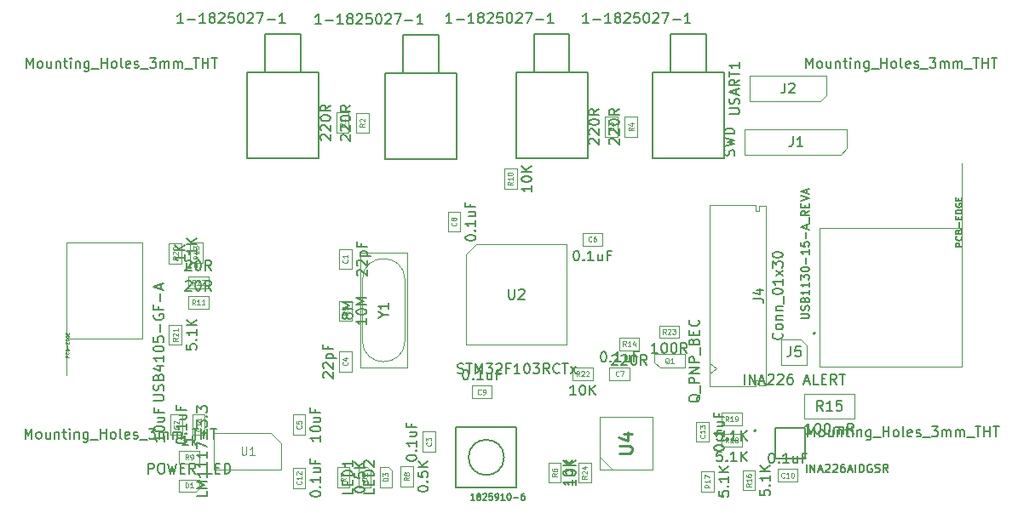
<source format=gbr>
%TF.GenerationSoftware,KiCad,Pcbnew,(5.1.10)-1*%
%TF.CreationDate,2022-05-21T22:50:28+08:00*%
%TF.ProjectId,stm32f103,73746d33-3266-4313-9033-2e6b69636164,rev?*%
%TF.SameCoordinates,Original*%
%TF.FileFunction,Other,Fab,Top*%
%FSLAX46Y46*%
G04 Gerber Fmt 4.6, Leading zero omitted, Abs format (unit mm)*
G04 Created by KiCad (PCBNEW (5.1.10)-1) date 2022-05-21 22:50:28*
%MOMM*%
%LPD*%
G01*
G04 APERTURE LIST*
%ADD10C,0.100000*%
%ADD11C,0.127000*%
%ADD12C,0.200000*%
%ADD13C,0.254000*%
%ADD14C,0.150000*%
%ADD15C,0.080000*%
%ADD16C,0.075000*%
%ADD17C,0.120000*%
G04 APERTURE END LIST*
D10*
%TO.C,U4*%
X167635000Y-115940000D02*
X166365000Y-114670000D01*
X171645000Y-115940000D02*
X166365000Y-115940000D01*
X171645000Y-110660000D02*
X171645000Y-115940000D01*
X166365000Y-110660000D02*
X171645000Y-110660000D01*
X166365000Y-115940000D02*
X166365000Y-110660000D01*
D11*
%TO.C,SW1*%
X152105000Y-111705000D02*
X152105000Y-117695000D01*
X152105000Y-117695000D02*
X158095000Y-117695000D01*
X158095000Y-117695000D02*
X158095000Y-111705000D01*
X158095000Y-111705000D02*
X152105000Y-111705000D01*
X156855000Y-114700000D02*
G75*
G03*
X156855000Y-114700000I-1755000J0D01*
G01*
%TO.C,S4*%
X173445000Y-72550000D02*
X173445000Y-76405000D01*
X176955000Y-72550000D02*
X173445000Y-72550000D01*
X176955000Y-76405000D02*
X176955000Y-72550000D01*
X178755000Y-76405000D02*
X178755000Y-84910000D01*
X176955000Y-76405000D02*
X178755000Y-76405000D01*
X173445000Y-76405000D02*
X176955000Y-76405000D01*
X171645000Y-76405000D02*
X173445000Y-76405000D01*
X171645000Y-84910000D02*
X171645000Y-76405000D01*
X178755000Y-84910000D02*
X171645000Y-84910000D01*
%TO.C,S3*%
X159845000Y-72550000D02*
X159845000Y-76405000D01*
X163355000Y-72550000D02*
X159845000Y-72550000D01*
X163355000Y-76405000D02*
X163355000Y-72550000D01*
X165155000Y-76405000D02*
X165155000Y-84910000D01*
X163355000Y-76405000D02*
X165155000Y-76405000D01*
X159845000Y-76405000D02*
X163355000Y-76405000D01*
X158045000Y-76405000D02*
X159845000Y-76405000D01*
X158045000Y-84910000D02*
X158045000Y-76405000D01*
X165155000Y-84910000D02*
X158045000Y-84910000D01*
%TO.C,S2*%
X146845000Y-72650000D02*
X146845000Y-76505000D01*
X150355000Y-72650000D02*
X146845000Y-72650000D01*
X150355000Y-76505000D02*
X150355000Y-72650000D01*
X152155000Y-76505000D02*
X152155000Y-85010000D01*
X150355000Y-76505000D02*
X152155000Y-76505000D01*
X146845000Y-76505000D02*
X150355000Y-76505000D01*
X145045000Y-76505000D02*
X146845000Y-76505000D01*
X145045000Y-85010000D02*
X145045000Y-76505000D01*
X152155000Y-85010000D02*
X145045000Y-85010000D01*
%TO.C,S1*%
X133145000Y-72550000D02*
X133145000Y-76405000D01*
X136655000Y-72550000D02*
X133145000Y-72550000D01*
X136655000Y-76405000D02*
X136655000Y-72550000D01*
X138455000Y-76405000D02*
X138455000Y-84910000D01*
X136655000Y-76405000D02*
X138455000Y-76405000D01*
X133145000Y-76405000D02*
X136655000Y-76405000D01*
X131345000Y-76405000D02*
X133145000Y-76405000D01*
X131345000Y-84910000D02*
X131345000Y-76405000D01*
X138455000Y-84910000D02*
X131345000Y-84910000D01*
%TO.C,U3*%
X186800000Y-111800000D02*
X186800000Y-114800000D01*
X183800000Y-111800000D02*
X183800000Y-114800000D01*
X183800000Y-114800000D02*
X186800000Y-114800000D01*
X183800000Y-111800000D02*
X186800000Y-111800000D01*
D12*
X181900000Y-112050000D02*
G75*
G03*
X181900000Y-112050000I-100000J0D01*
G01*
D10*
%TO.C,J3*%
X113350000Y-102920000D02*
X113350000Y-106520000D01*
X113350000Y-93330000D02*
X120880000Y-93330000D01*
X113350000Y-102910000D02*
X113350000Y-93330000D01*
X120880000Y-102910000D02*
X113350000Y-102910000D01*
X120880000Y-93330000D02*
X120880000Y-102910000D01*
%TO.C,J6*%
X202380000Y-91850000D02*
X202380000Y-85420000D01*
X202380000Y-105650000D02*
X202380000Y-91850000D01*
X188220000Y-91850000D02*
X188220000Y-105650000D01*
X202380000Y-91850000D02*
X188220000Y-91850000D01*
X188220000Y-105650000D02*
X202380000Y-105650000D01*
D12*
X187800000Y-102350000D02*
G75*
G03*
X187800000Y-102350000I-100000J0D01*
G01*
D10*
%TO.C,R15*%
X191700000Y-110850000D02*
X186700000Y-110850000D01*
X191700000Y-108350000D02*
X191700000Y-110850000D01*
X186700000Y-108350000D02*
X191700000Y-108350000D01*
X186700000Y-110850000D02*
X186700000Y-108350000D01*
%TO.C,Q1*%
X172350000Y-105800000D02*
X174800000Y-105800000D01*
X171780000Y-105250000D02*
X171780000Y-104400000D01*
X172350000Y-105800000D02*
X171780000Y-105250000D01*
X171780000Y-104400000D02*
X174820000Y-104400000D01*
X174820000Y-105800000D02*
X174820000Y-104400000D01*
%TO.C,J5*%
X184430000Y-102930000D02*
X186335000Y-102930000D01*
X186335000Y-102930000D02*
X186970000Y-103565000D01*
X186970000Y-103565000D02*
X186970000Y-105470000D01*
X186970000Y-105470000D02*
X184430000Y-105470000D01*
X184430000Y-105470000D02*
X184430000Y-102930000D01*
%TO.C,U2*%
X153100000Y-94500000D02*
X154100000Y-93500000D01*
X153100000Y-103500000D02*
X153100000Y-94500000D01*
X163100000Y-103500000D02*
X153100000Y-103500000D01*
X163100000Y-93500000D02*
X163100000Y-103500000D01*
X154100000Y-93500000D02*
X163100000Y-93500000D01*
%TO.C,J4*%
X178007107Y-105850000D02*
X177300000Y-105350000D01*
X177300000Y-106350000D02*
X178007107Y-105850000D01*
X182900000Y-89650000D02*
X182900000Y-98600000D01*
X182200000Y-89650000D02*
X182900000Y-89650000D01*
X182200000Y-90150000D02*
X182200000Y-89650000D01*
X181900000Y-90150000D02*
X182200000Y-90150000D01*
X181900000Y-89550000D02*
X181900000Y-90150000D01*
X177300000Y-89550000D02*
X181900000Y-89550000D01*
X177300000Y-98600000D02*
X177300000Y-89550000D01*
X182900000Y-107550000D02*
X182900000Y-98600000D01*
X182200000Y-107550000D02*
X182900000Y-107550000D01*
X182200000Y-107050000D02*
X182200000Y-107550000D01*
X181900000Y-107050000D02*
X182200000Y-107050000D01*
X181900000Y-107650000D02*
X181900000Y-107050000D01*
X177300000Y-107650000D02*
X181900000Y-107650000D01*
X177300000Y-98600000D02*
X177300000Y-107650000D01*
%TO.C,R11*%
X127487500Y-98675000D02*
X127487500Y-99925000D01*
X127487500Y-99925000D02*
X125487500Y-99925000D01*
X125487500Y-99925000D02*
X125487500Y-98675000D01*
X125487500Y-98675000D02*
X127487500Y-98675000D01*
%TO.C,R12*%
X127487500Y-96675000D02*
X127487500Y-97925000D01*
X127487500Y-97925000D02*
X125487500Y-97925000D01*
X125487500Y-97925000D02*
X125487500Y-96675000D01*
X125487500Y-96675000D02*
X127487500Y-96675000D01*
%TO.C,D3*%
X144500000Y-117662500D02*
X145700000Y-117662500D01*
X144500000Y-115662500D02*
X144500000Y-117662500D01*
X145400000Y-115662500D02*
X144500000Y-115662500D01*
X145700000Y-115962500D02*
X145400000Y-115662500D01*
X145700000Y-117662500D02*
X145700000Y-115962500D01*
%TO.C,C1*%
X141725000Y-93950000D02*
X141725000Y-95950000D01*
X140475000Y-93950000D02*
X141725000Y-93950000D01*
X140475000Y-95950000D02*
X140475000Y-93950000D01*
X141725000Y-95950000D02*
X140475000Y-95950000D01*
%TO.C,C2*%
X123675000Y-110450000D02*
X124925000Y-110450000D01*
X124925000Y-110450000D02*
X124925000Y-112450000D01*
X124925000Y-112450000D02*
X123675000Y-112450000D01*
X123675000Y-112450000D02*
X123675000Y-110450000D01*
%TO.C,C3*%
X148775000Y-112150000D02*
X150025000Y-112150000D01*
X150025000Y-112150000D02*
X150025000Y-114150000D01*
X150025000Y-114150000D02*
X148775000Y-114150000D01*
X148775000Y-114150000D02*
X148775000Y-112150000D01*
%TO.C,C4*%
X140475000Y-104150000D02*
X141725000Y-104150000D01*
X141725000Y-104150000D02*
X141725000Y-106150000D01*
X141725000Y-106150000D02*
X140475000Y-106150000D01*
X140475000Y-106150000D02*
X140475000Y-104150000D01*
%TO.C,C5*%
X137125000Y-110450000D02*
X137125000Y-112450000D01*
X135875000Y-110450000D02*
X137125000Y-110450000D01*
X135875000Y-112450000D02*
X135875000Y-110450000D01*
X137125000Y-112450000D02*
X135875000Y-112450000D01*
%TO.C,C6*%
X164650000Y-93625000D02*
X164650000Y-92375000D01*
X164650000Y-92375000D02*
X166650000Y-92375000D01*
X166650000Y-92375000D02*
X166650000Y-93625000D01*
X166650000Y-93625000D02*
X164650000Y-93625000D01*
%TO.C,C7*%
X167350000Y-105775000D02*
X169350000Y-105775000D01*
X167350000Y-107025000D02*
X167350000Y-105775000D01*
X169350000Y-107025000D02*
X167350000Y-107025000D01*
X169350000Y-105775000D02*
X169350000Y-107025000D01*
%TO.C,C8*%
X152525000Y-92250000D02*
X151275000Y-92250000D01*
X151275000Y-92250000D02*
X151275000Y-90250000D01*
X151275000Y-90250000D02*
X152525000Y-90250000D01*
X152525000Y-90250000D02*
X152525000Y-92250000D01*
%TO.C,C9*%
X153650000Y-107575000D02*
X155650000Y-107575000D01*
X153650000Y-108825000D02*
X153650000Y-107575000D01*
X155650000Y-108825000D02*
X153650000Y-108825000D01*
X155650000Y-107575000D02*
X155650000Y-108825000D01*
%TO.C,C10*%
X184050000Y-115875000D02*
X186050000Y-115875000D01*
X184050000Y-117125000D02*
X184050000Y-115875000D01*
X186050000Y-117125000D02*
X184050000Y-117125000D01*
X186050000Y-115875000D02*
X186050000Y-117125000D01*
%TO.C,C11*%
X125875000Y-112450000D02*
X125875000Y-110450000D01*
X127125000Y-112450000D02*
X125875000Y-112450000D01*
X127125000Y-110450000D02*
X127125000Y-112450000D01*
X125875000Y-110450000D02*
X127125000Y-110450000D01*
%TO.C,C12*%
X137125000Y-117750000D02*
X135875000Y-117750000D01*
X135875000Y-117750000D02*
X135875000Y-115750000D01*
X135875000Y-115750000D02*
X137125000Y-115750000D01*
X137125000Y-115750000D02*
X137125000Y-117750000D01*
%TO.C,C13*%
X177225000Y-113150000D02*
X175975000Y-113150000D01*
X175975000Y-113150000D02*
X175975000Y-111150000D01*
X175975000Y-111150000D02*
X177225000Y-111150000D01*
X177225000Y-111150000D02*
X177225000Y-113150000D01*
%TO.C,D1*%
X124562500Y-118100000D02*
X126262500Y-118100000D01*
X126262500Y-118100000D02*
X126562500Y-117800000D01*
X126562500Y-117800000D02*
X126562500Y-116900000D01*
X126562500Y-116900000D02*
X124562500Y-116900000D01*
X124562500Y-116900000D02*
X124562500Y-118100000D01*
%TO.C,D2*%
X143600000Y-117662500D02*
X143600000Y-115962500D01*
X143600000Y-115962500D02*
X143300000Y-115662500D01*
X143300000Y-115662500D02*
X142400000Y-115662500D01*
X142400000Y-115662500D02*
X142400000Y-117662500D01*
X142400000Y-117662500D02*
X143600000Y-117662500D01*
%TO.C,J1*%
X190970000Y-82030000D02*
X190970000Y-83935000D01*
X190970000Y-83935000D02*
X190335000Y-84570000D01*
X190335000Y-84570000D02*
X180810000Y-84570000D01*
X180810000Y-84570000D02*
X180810000Y-82030000D01*
X180810000Y-82030000D02*
X190970000Y-82030000D01*
%TO.C,J2*%
X188910000Y-76730000D02*
X188910000Y-78635000D01*
X188910000Y-78635000D02*
X188275000Y-79270000D01*
X188275000Y-79270000D02*
X181290000Y-79270000D01*
X181290000Y-79270000D02*
X181290000Y-76730000D01*
X181290000Y-76730000D02*
X188910000Y-76730000D01*
%TO.C,R1*%
X140175000Y-80387500D02*
X141425000Y-80387500D01*
X141425000Y-80387500D02*
X141425000Y-82387500D01*
X141425000Y-82387500D02*
X140175000Y-82387500D01*
X140175000Y-82387500D02*
X140175000Y-80387500D01*
%TO.C,R2*%
X142175000Y-82412500D02*
X142175000Y-80412500D01*
X143425000Y-82412500D02*
X142175000Y-82412500D01*
X143425000Y-80412500D02*
X143425000Y-82412500D01*
X142175000Y-80412500D02*
X143425000Y-80412500D01*
%TO.C,R3*%
X166875000Y-80787500D02*
X168125000Y-80787500D01*
X168125000Y-80787500D02*
X168125000Y-82787500D01*
X168125000Y-82787500D02*
X166875000Y-82787500D01*
X166875000Y-82787500D02*
X166875000Y-80787500D01*
%TO.C,R4*%
X168875000Y-82787500D02*
X168875000Y-80787500D01*
X170125000Y-82787500D02*
X168875000Y-82787500D01*
X170125000Y-80787500D02*
X170125000Y-82787500D01*
X168875000Y-80787500D02*
X170125000Y-80787500D01*
%TO.C,R5*%
X141725000Y-101112500D02*
X140475000Y-101112500D01*
X140475000Y-101112500D02*
X140475000Y-99112500D01*
X140475000Y-99112500D02*
X141725000Y-99112500D01*
X141725000Y-99112500D02*
X141725000Y-101112500D01*
%TO.C,R6*%
X162525000Y-117212500D02*
X161275000Y-117212500D01*
X161275000Y-117212500D02*
X161275000Y-115212500D01*
X161275000Y-115212500D02*
X162525000Y-115212500D01*
X162525000Y-115212500D02*
X162525000Y-117212500D01*
%TO.C,R7*%
X141525000Y-117687500D02*
X140275000Y-117687500D01*
X140275000Y-117687500D02*
X140275000Y-115687500D01*
X140275000Y-115687500D02*
X141525000Y-115687500D01*
X141525000Y-115687500D02*
X141525000Y-117687500D01*
%TO.C,R8*%
X147825000Y-115600000D02*
X147825000Y-117600000D01*
X146575000Y-115600000D02*
X147825000Y-115600000D01*
X146575000Y-117600000D02*
X146575000Y-115600000D01*
X147825000Y-117600000D02*
X146575000Y-117600000D01*
%TO.C,R9*%
X124587500Y-114075000D02*
X126587500Y-114075000D01*
X124587500Y-115325000D02*
X124587500Y-114075000D01*
X126587500Y-115325000D02*
X124587500Y-115325000D01*
X126587500Y-114075000D02*
X126587500Y-115325000D01*
%TO.C,R10*%
X158125000Y-85987500D02*
X158125000Y-87987500D01*
X156875000Y-85987500D02*
X158125000Y-85987500D01*
X156875000Y-87987500D02*
X156875000Y-85987500D01*
X158125000Y-87987500D02*
X156875000Y-87987500D01*
%TO.C,R13*%
X125675000Y-95312500D02*
X125675000Y-93312500D01*
X126925000Y-95312500D02*
X125675000Y-95312500D01*
X126925000Y-93312500D02*
X126925000Y-95312500D01*
X125675000Y-93312500D02*
X126925000Y-93312500D01*
%TO.C,R16*%
X181825000Y-115987500D02*
X181825000Y-117987500D01*
X180575000Y-115987500D02*
X181825000Y-115987500D01*
X180575000Y-117987500D02*
X180575000Y-115987500D01*
X181825000Y-117987500D02*
X180575000Y-117987500D01*
%TO.C,R17*%
X177725000Y-118087500D02*
X176475000Y-118087500D01*
X176475000Y-118087500D02*
X176475000Y-116087500D01*
X176475000Y-116087500D02*
X177725000Y-116087500D01*
X177725000Y-116087500D02*
X177725000Y-118087500D01*
%TO.C,R18*%
X180487500Y-113625000D02*
X178487500Y-113625000D01*
X180487500Y-112375000D02*
X180487500Y-113625000D01*
X178487500Y-112375000D02*
X180487500Y-112375000D01*
X178487500Y-113625000D02*
X178487500Y-112375000D01*
%TO.C,R19*%
X178487500Y-111525000D02*
X178487500Y-110275000D01*
X178487500Y-110275000D02*
X180487500Y-110275000D01*
X180487500Y-110275000D02*
X180487500Y-111525000D01*
X180487500Y-111525000D02*
X178487500Y-111525000D01*
%TO.C,R20*%
X124825000Y-93387500D02*
X124825000Y-95387500D01*
X123575000Y-93387500D02*
X124825000Y-93387500D01*
X123575000Y-95387500D02*
X123575000Y-93387500D01*
X124825000Y-95387500D02*
X123575000Y-95387500D01*
%TO.C,R21*%
X124825000Y-103487500D02*
X123575000Y-103487500D01*
X123575000Y-103487500D02*
X123575000Y-101487500D01*
X123575000Y-101487500D02*
X124825000Y-101487500D01*
X124825000Y-101487500D02*
X124825000Y-103487500D01*
%TO.C,R24*%
X164275000Y-117212500D02*
X164275000Y-115212500D01*
X165525000Y-117212500D02*
X164275000Y-117212500D01*
X165525000Y-115212500D02*
X165525000Y-117212500D01*
X164275000Y-115212500D02*
X165525000Y-115212500D01*
%TO.C,U1*%
X133700000Y-112250000D02*
X134750000Y-113300000D01*
X133700000Y-112250000D02*
X128050000Y-112250000D01*
X134750000Y-113300000D02*
X134750000Y-115950000D01*
X128050000Y-112250000D02*
X128050000Y-115950000D01*
X134750000Y-115950000D02*
X128050000Y-115950000D01*
%TO.C,Y1*%
X147250000Y-94350000D02*
X142550000Y-94350000D01*
X142550000Y-94350000D02*
X142550000Y-105750000D01*
X142550000Y-105750000D02*
X147250000Y-105750000D01*
X147250000Y-105750000D02*
X147250000Y-94350000D01*
X147015000Y-97035000D02*
X147015000Y-103065000D01*
X142785000Y-97035000D02*
X142785000Y-103065000D01*
X142785000Y-103065000D02*
G75*
G03*
X147015000Y-103065000I2115000J0D01*
G01*
X142785000Y-97035000D02*
G75*
G02*
X147015000Y-97035000I2115000J0D01*
G01*
%TO.C,R14*%
X170312500Y-104025000D02*
X168312500Y-104025000D01*
X170312500Y-102775000D02*
X170312500Y-104025000D01*
X168312500Y-102775000D02*
X170312500Y-102775000D01*
X168312500Y-104025000D02*
X168312500Y-102775000D01*
%TO.C,R22*%
X163687500Y-107025000D02*
X163687500Y-105775000D01*
X163687500Y-105775000D02*
X165687500Y-105775000D01*
X165687500Y-105775000D02*
X165687500Y-107025000D01*
X165687500Y-107025000D02*
X163687500Y-107025000D01*
%TO.C,R23*%
X172287500Y-102825000D02*
X172287500Y-101575000D01*
X172287500Y-101575000D02*
X174287500Y-101575000D01*
X174287500Y-101575000D02*
X174287500Y-102825000D01*
X174287500Y-102825000D02*
X172287500Y-102825000D01*
%TD*%
%TO.C,U4*%
D13*
X168309523Y-114267619D02*
X169337619Y-114267619D01*
X169458571Y-114207142D01*
X169519047Y-114146666D01*
X169579523Y-114025714D01*
X169579523Y-113783809D01*
X169519047Y-113662857D01*
X169458571Y-113602380D01*
X169337619Y-113541904D01*
X168309523Y-113541904D01*
X168732857Y-112392857D02*
X169579523Y-112392857D01*
X168249047Y-112695238D02*
X169156190Y-112997619D01*
X169156190Y-112211428D01*
%TO.C,SW1*%
D14*
X153940203Y-118945266D02*
X153580223Y-118945266D01*
X153760213Y-118945266D02*
X153760213Y-118315300D01*
X153700216Y-118405295D01*
X153640219Y-118465292D01*
X153580223Y-118495290D01*
X154300184Y-118585286D02*
X154240187Y-118555287D01*
X154210189Y-118525289D01*
X154180190Y-118465292D01*
X154180190Y-118435294D01*
X154210189Y-118375297D01*
X154240187Y-118345299D01*
X154300184Y-118315300D01*
X154420177Y-118315300D01*
X154480174Y-118345299D01*
X154510172Y-118375297D01*
X154540171Y-118435294D01*
X154540171Y-118465292D01*
X154510172Y-118525289D01*
X154480174Y-118555287D01*
X154420177Y-118585286D01*
X154300184Y-118585286D01*
X154240187Y-118615284D01*
X154210189Y-118645282D01*
X154180190Y-118705279D01*
X154180190Y-118825273D01*
X154210189Y-118885269D01*
X154240187Y-118915268D01*
X154300184Y-118945266D01*
X154420177Y-118945266D01*
X154480174Y-118915268D01*
X154510172Y-118885269D01*
X154540171Y-118825273D01*
X154540171Y-118705279D01*
X154510172Y-118645282D01*
X154480174Y-118615284D01*
X154420177Y-118585286D01*
X154780158Y-118375297D02*
X154810156Y-118345299D01*
X154870153Y-118315300D01*
X155020145Y-118315300D01*
X155080142Y-118345299D01*
X155110140Y-118375297D01*
X155140138Y-118435294D01*
X155140138Y-118495290D01*
X155110140Y-118585286D01*
X154750159Y-118945266D01*
X155140138Y-118945266D01*
X155710108Y-118315300D02*
X155410124Y-118315300D01*
X155380125Y-118615284D01*
X155410124Y-118585286D01*
X155470121Y-118555287D01*
X155620113Y-118555287D01*
X155680109Y-118585286D01*
X155710108Y-118615284D01*
X155740106Y-118675281D01*
X155740106Y-118825273D01*
X155710108Y-118885269D01*
X155680109Y-118915268D01*
X155620113Y-118945266D01*
X155470121Y-118945266D01*
X155410124Y-118915268D01*
X155380125Y-118885269D01*
X156040090Y-118945266D02*
X156160083Y-118945266D01*
X156220080Y-118915268D01*
X156250079Y-118885269D01*
X156310075Y-118795274D01*
X156340074Y-118675281D01*
X156340074Y-118435294D01*
X156310075Y-118375297D01*
X156280077Y-118345299D01*
X156220080Y-118315300D01*
X156100087Y-118315300D01*
X156040090Y-118345299D01*
X156010091Y-118375297D01*
X155980093Y-118435294D01*
X155980093Y-118585286D01*
X156010091Y-118645282D01*
X156040090Y-118675281D01*
X156100087Y-118705279D01*
X156220080Y-118705279D01*
X156280077Y-118675281D01*
X156310075Y-118645282D01*
X156340074Y-118585286D01*
X156940041Y-118945266D02*
X156580061Y-118945266D01*
X156760051Y-118945266D02*
X156760051Y-118315300D01*
X156700054Y-118405295D01*
X156640057Y-118465292D01*
X156580061Y-118495290D01*
X157330020Y-118315300D02*
X157390017Y-118315300D01*
X157450014Y-118345299D01*
X157480012Y-118375297D01*
X157510011Y-118435294D01*
X157540009Y-118555287D01*
X157540009Y-118705279D01*
X157510011Y-118825273D01*
X157480012Y-118885269D01*
X157450014Y-118915268D01*
X157390017Y-118945266D01*
X157330020Y-118945266D01*
X157270023Y-118915268D01*
X157240025Y-118885269D01*
X157210027Y-118825273D01*
X157180028Y-118705279D01*
X157180028Y-118555287D01*
X157210027Y-118435294D01*
X157240025Y-118375297D01*
X157270023Y-118345299D01*
X157330020Y-118315300D01*
X157809994Y-118705279D02*
X158289968Y-118705279D01*
X158859938Y-118315300D02*
X158739944Y-118315300D01*
X158679947Y-118345299D01*
X158649949Y-118375297D01*
X158589952Y-118465292D01*
X158559954Y-118585286D01*
X158559954Y-118825273D01*
X158589952Y-118885269D01*
X158619951Y-118915268D01*
X158679947Y-118945266D01*
X158799941Y-118945266D01*
X158859938Y-118915268D01*
X158889936Y-118885269D01*
X158919934Y-118825273D01*
X158919934Y-118675281D01*
X158889936Y-118615284D01*
X158859938Y-118585286D01*
X158799941Y-118555287D01*
X158679947Y-118555287D01*
X158619951Y-118585286D01*
X158589952Y-118615284D01*
X158559954Y-118675281D01*
%TO.C,S4*%
X165286255Y-71471082D02*
X164714142Y-71471082D01*
X165000198Y-71471082D02*
X165000198Y-70469885D01*
X164904846Y-70612913D01*
X164809494Y-70708265D01*
X164714142Y-70755941D01*
X165715339Y-71089674D02*
X166478156Y-71089674D01*
X167479353Y-71471082D02*
X166907240Y-71471082D01*
X167193297Y-71471082D02*
X167193297Y-70469885D01*
X167097945Y-70612913D01*
X167002592Y-70708265D01*
X166907240Y-70755941D01*
X168051466Y-70898969D02*
X167956113Y-70851293D01*
X167908437Y-70803617D01*
X167860761Y-70708265D01*
X167860761Y-70660589D01*
X167908437Y-70565237D01*
X167956113Y-70517561D01*
X168051466Y-70469885D01*
X168242170Y-70469885D01*
X168337522Y-70517561D01*
X168385198Y-70565237D01*
X168432874Y-70660589D01*
X168432874Y-70708265D01*
X168385198Y-70803617D01*
X168337522Y-70851293D01*
X168242170Y-70898969D01*
X168051466Y-70898969D01*
X167956113Y-70946645D01*
X167908437Y-70994321D01*
X167860761Y-71089674D01*
X167860761Y-71280378D01*
X167908437Y-71375730D01*
X167956113Y-71423406D01*
X168051466Y-71471082D01*
X168242170Y-71471082D01*
X168337522Y-71423406D01*
X168385198Y-71375730D01*
X168432874Y-71280378D01*
X168432874Y-71089674D01*
X168385198Y-70994321D01*
X168337522Y-70946645D01*
X168242170Y-70898969D01*
X168814282Y-70565237D02*
X168861958Y-70517561D01*
X168957310Y-70469885D01*
X169195691Y-70469885D01*
X169291043Y-70517561D01*
X169338719Y-70565237D01*
X169386395Y-70660589D01*
X169386395Y-70755941D01*
X169338719Y-70898969D01*
X168766606Y-71471082D01*
X169386395Y-71471082D01*
X170292240Y-70469885D02*
X169815479Y-70469885D01*
X169767803Y-70946645D01*
X169815479Y-70898969D01*
X169910831Y-70851293D01*
X170149212Y-70851293D01*
X170244564Y-70898969D01*
X170292240Y-70946645D01*
X170339916Y-71041998D01*
X170339916Y-71280378D01*
X170292240Y-71375730D01*
X170244564Y-71423406D01*
X170149212Y-71471082D01*
X169910831Y-71471082D01*
X169815479Y-71423406D01*
X169767803Y-71375730D01*
X170959704Y-70469885D02*
X171055057Y-70469885D01*
X171150409Y-70517561D01*
X171198085Y-70565237D01*
X171245761Y-70660589D01*
X171293437Y-70851293D01*
X171293437Y-71089674D01*
X171245761Y-71280378D01*
X171198085Y-71375730D01*
X171150409Y-71423406D01*
X171055057Y-71471082D01*
X170959704Y-71471082D01*
X170864352Y-71423406D01*
X170816676Y-71375730D01*
X170769000Y-71280378D01*
X170721324Y-71089674D01*
X170721324Y-70851293D01*
X170769000Y-70660589D01*
X170816676Y-70565237D01*
X170864352Y-70517561D01*
X170959704Y-70469885D01*
X171674845Y-70565237D02*
X171722521Y-70517561D01*
X171817873Y-70469885D01*
X172056254Y-70469885D01*
X172151606Y-70517561D01*
X172199282Y-70565237D01*
X172246958Y-70660589D01*
X172246958Y-70755941D01*
X172199282Y-70898969D01*
X171627169Y-71471082D01*
X172246958Y-71471082D01*
X172580690Y-70469885D02*
X173248155Y-70469885D01*
X172819070Y-71471082D01*
X173629563Y-71089674D02*
X174392380Y-71089674D01*
X175393577Y-71471082D02*
X174821464Y-71471082D01*
X175107521Y-71471082D02*
X175107521Y-70469885D01*
X175012168Y-70612913D01*
X174916816Y-70708265D01*
X174821464Y-70755941D01*
%TO.C,S3*%
X151686255Y-71471082D02*
X151114142Y-71471082D01*
X151400198Y-71471082D02*
X151400198Y-70469885D01*
X151304846Y-70612913D01*
X151209494Y-70708265D01*
X151114142Y-70755941D01*
X152115339Y-71089674D02*
X152878156Y-71089674D01*
X153879353Y-71471082D02*
X153307240Y-71471082D01*
X153593297Y-71471082D02*
X153593297Y-70469885D01*
X153497945Y-70612913D01*
X153402592Y-70708265D01*
X153307240Y-70755941D01*
X154451466Y-70898969D02*
X154356113Y-70851293D01*
X154308437Y-70803617D01*
X154260761Y-70708265D01*
X154260761Y-70660589D01*
X154308437Y-70565237D01*
X154356113Y-70517561D01*
X154451466Y-70469885D01*
X154642170Y-70469885D01*
X154737522Y-70517561D01*
X154785198Y-70565237D01*
X154832874Y-70660589D01*
X154832874Y-70708265D01*
X154785198Y-70803617D01*
X154737522Y-70851293D01*
X154642170Y-70898969D01*
X154451466Y-70898969D01*
X154356113Y-70946645D01*
X154308437Y-70994321D01*
X154260761Y-71089674D01*
X154260761Y-71280378D01*
X154308437Y-71375730D01*
X154356113Y-71423406D01*
X154451466Y-71471082D01*
X154642170Y-71471082D01*
X154737522Y-71423406D01*
X154785198Y-71375730D01*
X154832874Y-71280378D01*
X154832874Y-71089674D01*
X154785198Y-70994321D01*
X154737522Y-70946645D01*
X154642170Y-70898969D01*
X155214282Y-70565237D02*
X155261958Y-70517561D01*
X155357310Y-70469885D01*
X155595691Y-70469885D01*
X155691043Y-70517561D01*
X155738719Y-70565237D01*
X155786395Y-70660589D01*
X155786395Y-70755941D01*
X155738719Y-70898969D01*
X155166606Y-71471082D01*
X155786395Y-71471082D01*
X156692240Y-70469885D02*
X156215479Y-70469885D01*
X156167803Y-70946645D01*
X156215479Y-70898969D01*
X156310831Y-70851293D01*
X156549212Y-70851293D01*
X156644564Y-70898969D01*
X156692240Y-70946645D01*
X156739916Y-71041998D01*
X156739916Y-71280378D01*
X156692240Y-71375730D01*
X156644564Y-71423406D01*
X156549212Y-71471082D01*
X156310831Y-71471082D01*
X156215479Y-71423406D01*
X156167803Y-71375730D01*
X157359704Y-70469885D02*
X157455057Y-70469885D01*
X157550409Y-70517561D01*
X157598085Y-70565237D01*
X157645761Y-70660589D01*
X157693437Y-70851293D01*
X157693437Y-71089674D01*
X157645761Y-71280378D01*
X157598085Y-71375730D01*
X157550409Y-71423406D01*
X157455057Y-71471082D01*
X157359704Y-71471082D01*
X157264352Y-71423406D01*
X157216676Y-71375730D01*
X157169000Y-71280378D01*
X157121324Y-71089674D01*
X157121324Y-70851293D01*
X157169000Y-70660589D01*
X157216676Y-70565237D01*
X157264352Y-70517561D01*
X157359704Y-70469885D01*
X158074845Y-70565237D02*
X158122521Y-70517561D01*
X158217873Y-70469885D01*
X158456254Y-70469885D01*
X158551606Y-70517561D01*
X158599282Y-70565237D01*
X158646958Y-70660589D01*
X158646958Y-70755941D01*
X158599282Y-70898969D01*
X158027169Y-71471082D01*
X158646958Y-71471082D01*
X158980690Y-70469885D02*
X159648155Y-70469885D01*
X159219070Y-71471082D01*
X160029563Y-71089674D02*
X160792380Y-71089674D01*
X161793577Y-71471082D02*
X161221464Y-71471082D01*
X161507521Y-71471082D02*
X161507521Y-70469885D01*
X161412168Y-70612913D01*
X161316816Y-70708265D01*
X161221464Y-70755941D01*
%TO.C,S2*%
X138686255Y-71571082D02*
X138114142Y-71571082D01*
X138400198Y-71571082D02*
X138400198Y-70569885D01*
X138304846Y-70712913D01*
X138209494Y-70808265D01*
X138114142Y-70855941D01*
X139115339Y-71189674D02*
X139878156Y-71189674D01*
X140879353Y-71571082D02*
X140307240Y-71571082D01*
X140593297Y-71571082D02*
X140593297Y-70569885D01*
X140497945Y-70712913D01*
X140402592Y-70808265D01*
X140307240Y-70855941D01*
X141451466Y-70998969D02*
X141356113Y-70951293D01*
X141308437Y-70903617D01*
X141260761Y-70808265D01*
X141260761Y-70760589D01*
X141308437Y-70665237D01*
X141356113Y-70617561D01*
X141451466Y-70569885D01*
X141642170Y-70569885D01*
X141737522Y-70617561D01*
X141785198Y-70665237D01*
X141832874Y-70760589D01*
X141832874Y-70808265D01*
X141785198Y-70903617D01*
X141737522Y-70951293D01*
X141642170Y-70998969D01*
X141451466Y-70998969D01*
X141356113Y-71046645D01*
X141308437Y-71094321D01*
X141260761Y-71189674D01*
X141260761Y-71380378D01*
X141308437Y-71475730D01*
X141356113Y-71523406D01*
X141451466Y-71571082D01*
X141642170Y-71571082D01*
X141737522Y-71523406D01*
X141785198Y-71475730D01*
X141832874Y-71380378D01*
X141832874Y-71189674D01*
X141785198Y-71094321D01*
X141737522Y-71046645D01*
X141642170Y-70998969D01*
X142214282Y-70665237D02*
X142261958Y-70617561D01*
X142357310Y-70569885D01*
X142595691Y-70569885D01*
X142691043Y-70617561D01*
X142738719Y-70665237D01*
X142786395Y-70760589D01*
X142786395Y-70855941D01*
X142738719Y-70998969D01*
X142166606Y-71571082D01*
X142786395Y-71571082D01*
X143692240Y-70569885D02*
X143215479Y-70569885D01*
X143167803Y-71046645D01*
X143215479Y-70998969D01*
X143310831Y-70951293D01*
X143549212Y-70951293D01*
X143644564Y-70998969D01*
X143692240Y-71046645D01*
X143739916Y-71141998D01*
X143739916Y-71380378D01*
X143692240Y-71475730D01*
X143644564Y-71523406D01*
X143549212Y-71571082D01*
X143310831Y-71571082D01*
X143215479Y-71523406D01*
X143167803Y-71475730D01*
X144359704Y-70569885D02*
X144455057Y-70569885D01*
X144550409Y-70617561D01*
X144598085Y-70665237D01*
X144645761Y-70760589D01*
X144693437Y-70951293D01*
X144693437Y-71189674D01*
X144645761Y-71380378D01*
X144598085Y-71475730D01*
X144550409Y-71523406D01*
X144455057Y-71571082D01*
X144359704Y-71571082D01*
X144264352Y-71523406D01*
X144216676Y-71475730D01*
X144169000Y-71380378D01*
X144121324Y-71189674D01*
X144121324Y-70951293D01*
X144169000Y-70760589D01*
X144216676Y-70665237D01*
X144264352Y-70617561D01*
X144359704Y-70569885D01*
X145074845Y-70665237D02*
X145122521Y-70617561D01*
X145217873Y-70569885D01*
X145456254Y-70569885D01*
X145551606Y-70617561D01*
X145599282Y-70665237D01*
X145646958Y-70760589D01*
X145646958Y-70855941D01*
X145599282Y-70998969D01*
X145027169Y-71571082D01*
X145646958Y-71571082D01*
X145980690Y-70569885D02*
X146648155Y-70569885D01*
X146219070Y-71571082D01*
X147029563Y-71189674D02*
X147792380Y-71189674D01*
X148793577Y-71571082D02*
X148221464Y-71571082D01*
X148507521Y-71571082D02*
X148507521Y-70569885D01*
X148412168Y-70712913D01*
X148316816Y-70808265D01*
X148221464Y-70855941D01*
%TO.C,S1*%
X124986255Y-71471082D02*
X124414142Y-71471082D01*
X124700198Y-71471082D02*
X124700198Y-70469885D01*
X124604846Y-70612913D01*
X124509494Y-70708265D01*
X124414142Y-70755941D01*
X125415339Y-71089674D02*
X126178156Y-71089674D01*
X127179353Y-71471082D02*
X126607240Y-71471082D01*
X126893297Y-71471082D02*
X126893297Y-70469885D01*
X126797945Y-70612913D01*
X126702592Y-70708265D01*
X126607240Y-70755941D01*
X127751466Y-70898969D02*
X127656113Y-70851293D01*
X127608437Y-70803617D01*
X127560761Y-70708265D01*
X127560761Y-70660589D01*
X127608437Y-70565237D01*
X127656113Y-70517561D01*
X127751466Y-70469885D01*
X127942170Y-70469885D01*
X128037522Y-70517561D01*
X128085198Y-70565237D01*
X128132874Y-70660589D01*
X128132874Y-70708265D01*
X128085198Y-70803617D01*
X128037522Y-70851293D01*
X127942170Y-70898969D01*
X127751466Y-70898969D01*
X127656113Y-70946645D01*
X127608437Y-70994321D01*
X127560761Y-71089674D01*
X127560761Y-71280378D01*
X127608437Y-71375730D01*
X127656113Y-71423406D01*
X127751466Y-71471082D01*
X127942170Y-71471082D01*
X128037522Y-71423406D01*
X128085198Y-71375730D01*
X128132874Y-71280378D01*
X128132874Y-71089674D01*
X128085198Y-70994321D01*
X128037522Y-70946645D01*
X127942170Y-70898969D01*
X128514282Y-70565237D02*
X128561958Y-70517561D01*
X128657310Y-70469885D01*
X128895691Y-70469885D01*
X128991043Y-70517561D01*
X129038719Y-70565237D01*
X129086395Y-70660589D01*
X129086395Y-70755941D01*
X129038719Y-70898969D01*
X128466606Y-71471082D01*
X129086395Y-71471082D01*
X129992240Y-70469885D02*
X129515479Y-70469885D01*
X129467803Y-70946645D01*
X129515479Y-70898969D01*
X129610831Y-70851293D01*
X129849212Y-70851293D01*
X129944564Y-70898969D01*
X129992240Y-70946645D01*
X130039916Y-71041998D01*
X130039916Y-71280378D01*
X129992240Y-71375730D01*
X129944564Y-71423406D01*
X129849212Y-71471082D01*
X129610831Y-71471082D01*
X129515479Y-71423406D01*
X129467803Y-71375730D01*
X130659704Y-70469885D02*
X130755057Y-70469885D01*
X130850409Y-70517561D01*
X130898085Y-70565237D01*
X130945761Y-70660589D01*
X130993437Y-70851293D01*
X130993437Y-71089674D01*
X130945761Y-71280378D01*
X130898085Y-71375730D01*
X130850409Y-71423406D01*
X130755057Y-71471082D01*
X130659704Y-71471082D01*
X130564352Y-71423406D01*
X130516676Y-71375730D01*
X130469000Y-71280378D01*
X130421324Y-71089674D01*
X130421324Y-70851293D01*
X130469000Y-70660589D01*
X130516676Y-70565237D01*
X130564352Y-70517561D01*
X130659704Y-70469885D01*
X131374845Y-70565237D02*
X131422521Y-70517561D01*
X131517873Y-70469885D01*
X131756254Y-70469885D01*
X131851606Y-70517561D01*
X131899282Y-70565237D01*
X131946958Y-70660589D01*
X131946958Y-70755941D01*
X131899282Y-70898969D01*
X131327169Y-71471082D01*
X131946958Y-71471082D01*
X132280690Y-70469885D02*
X132948155Y-70469885D01*
X132519070Y-71471082D01*
X133329563Y-71089674D02*
X134092380Y-71089674D01*
X135093577Y-71471082D02*
X134521464Y-71471082D01*
X134807521Y-71471082D02*
X134807521Y-70469885D01*
X134712168Y-70612913D01*
X134616816Y-70708265D01*
X134521464Y-70755941D01*
%TO.C,U3*%
X186916952Y-116169904D02*
X186916952Y-115369904D01*
X187297904Y-116169904D02*
X187297904Y-115369904D01*
X187755047Y-116169904D01*
X187755047Y-115369904D01*
X188097904Y-115941333D02*
X188478857Y-115941333D01*
X188021714Y-116169904D02*
X188288380Y-115369904D01*
X188555047Y-116169904D01*
X188783619Y-115446095D02*
X188821714Y-115408000D01*
X188897904Y-115369904D01*
X189088380Y-115369904D01*
X189164571Y-115408000D01*
X189202666Y-115446095D01*
X189240761Y-115522285D01*
X189240761Y-115598476D01*
X189202666Y-115712761D01*
X188745523Y-116169904D01*
X189240761Y-116169904D01*
X189545523Y-115446095D02*
X189583619Y-115408000D01*
X189659809Y-115369904D01*
X189850285Y-115369904D01*
X189926476Y-115408000D01*
X189964571Y-115446095D01*
X190002666Y-115522285D01*
X190002666Y-115598476D01*
X189964571Y-115712761D01*
X189507428Y-116169904D01*
X190002666Y-116169904D01*
X190688380Y-115369904D02*
X190536000Y-115369904D01*
X190459809Y-115408000D01*
X190421714Y-115446095D01*
X190345523Y-115560380D01*
X190307428Y-115712761D01*
X190307428Y-116017523D01*
X190345523Y-116093714D01*
X190383619Y-116131809D01*
X190459809Y-116169904D01*
X190612190Y-116169904D01*
X190688380Y-116131809D01*
X190726476Y-116093714D01*
X190764571Y-116017523D01*
X190764571Y-115827047D01*
X190726476Y-115750857D01*
X190688380Y-115712761D01*
X190612190Y-115674666D01*
X190459809Y-115674666D01*
X190383619Y-115712761D01*
X190345523Y-115750857D01*
X190307428Y-115827047D01*
X191069333Y-115941333D02*
X191450285Y-115941333D01*
X190993142Y-116169904D02*
X191259809Y-115369904D01*
X191526476Y-116169904D01*
X191793142Y-116169904D02*
X191793142Y-115369904D01*
X192174095Y-116169904D02*
X192174095Y-115369904D01*
X192364571Y-115369904D01*
X192478857Y-115408000D01*
X192555047Y-115484190D01*
X192593142Y-115560380D01*
X192631238Y-115712761D01*
X192631238Y-115827047D01*
X192593142Y-115979428D01*
X192555047Y-116055619D01*
X192478857Y-116131809D01*
X192364571Y-116169904D01*
X192174095Y-116169904D01*
X193393142Y-115408000D02*
X193316952Y-115369904D01*
X193202666Y-115369904D01*
X193088380Y-115408000D01*
X193012190Y-115484190D01*
X192974095Y-115560380D01*
X192936000Y-115712761D01*
X192936000Y-115827047D01*
X192974095Y-115979428D01*
X193012190Y-116055619D01*
X193088380Y-116131809D01*
X193202666Y-116169904D01*
X193278857Y-116169904D01*
X193393142Y-116131809D01*
X193431238Y-116093714D01*
X193431238Y-115827047D01*
X193278857Y-115827047D01*
X193736000Y-116131809D02*
X193850285Y-116169904D01*
X194040761Y-116169904D01*
X194116952Y-116131809D01*
X194155047Y-116093714D01*
X194193142Y-116017523D01*
X194193142Y-115941333D01*
X194155047Y-115865142D01*
X194116952Y-115827047D01*
X194040761Y-115788952D01*
X193888380Y-115750857D01*
X193812190Y-115712761D01*
X193774095Y-115674666D01*
X193736000Y-115598476D01*
X193736000Y-115522285D01*
X193774095Y-115446095D01*
X193812190Y-115408000D01*
X193888380Y-115369904D01*
X194078857Y-115369904D01*
X194193142Y-115408000D01*
X194993142Y-116169904D02*
X194726476Y-115788952D01*
X194536000Y-116169904D02*
X194536000Y-115369904D01*
X194840761Y-115369904D01*
X194916952Y-115408000D01*
X194955047Y-115446095D01*
X194993142Y-115522285D01*
X194993142Y-115636571D01*
X194955047Y-115712761D01*
X194916952Y-115750857D01*
X194840761Y-115788952D01*
X194536000Y-115788952D01*
%TO.C,J3*%
X122037380Y-109041904D02*
X122846904Y-109041904D01*
X122942142Y-108994285D01*
X122989761Y-108946666D01*
X123037380Y-108851428D01*
X123037380Y-108660952D01*
X122989761Y-108565714D01*
X122942142Y-108518095D01*
X122846904Y-108470476D01*
X122037380Y-108470476D01*
X122989761Y-108041904D02*
X123037380Y-107899047D01*
X123037380Y-107660952D01*
X122989761Y-107565714D01*
X122942142Y-107518095D01*
X122846904Y-107470476D01*
X122751666Y-107470476D01*
X122656428Y-107518095D01*
X122608809Y-107565714D01*
X122561190Y-107660952D01*
X122513571Y-107851428D01*
X122465952Y-107946666D01*
X122418333Y-107994285D01*
X122323095Y-108041904D01*
X122227857Y-108041904D01*
X122132619Y-107994285D01*
X122085000Y-107946666D01*
X122037380Y-107851428D01*
X122037380Y-107613333D01*
X122085000Y-107470476D01*
X122513571Y-106708571D02*
X122561190Y-106565714D01*
X122608809Y-106518095D01*
X122704047Y-106470476D01*
X122846904Y-106470476D01*
X122942142Y-106518095D01*
X122989761Y-106565714D01*
X123037380Y-106660952D01*
X123037380Y-107041904D01*
X122037380Y-107041904D01*
X122037380Y-106708571D01*
X122085000Y-106613333D01*
X122132619Y-106565714D01*
X122227857Y-106518095D01*
X122323095Y-106518095D01*
X122418333Y-106565714D01*
X122465952Y-106613333D01*
X122513571Y-106708571D01*
X122513571Y-107041904D01*
X122370714Y-105613333D02*
X123037380Y-105613333D01*
X121989761Y-105851428D02*
X122704047Y-106089523D01*
X122704047Y-105470476D01*
X123037380Y-104565714D02*
X123037380Y-105137142D01*
X123037380Y-104851428D02*
X122037380Y-104851428D01*
X122180238Y-104946666D01*
X122275476Y-105041904D01*
X122323095Y-105137142D01*
X122037380Y-103946666D02*
X122037380Y-103851428D01*
X122085000Y-103756190D01*
X122132619Y-103708571D01*
X122227857Y-103660952D01*
X122418333Y-103613333D01*
X122656428Y-103613333D01*
X122846904Y-103660952D01*
X122942142Y-103708571D01*
X122989761Y-103756190D01*
X123037380Y-103851428D01*
X123037380Y-103946666D01*
X122989761Y-104041904D01*
X122942142Y-104089523D01*
X122846904Y-104137142D01*
X122656428Y-104184761D01*
X122418333Y-104184761D01*
X122227857Y-104137142D01*
X122132619Y-104089523D01*
X122085000Y-104041904D01*
X122037380Y-103946666D01*
X122037380Y-102708571D02*
X122037380Y-103184761D01*
X122513571Y-103232380D01*
X122465952Y-103184761D01*
X122418333Y-103089523D01*
X122418333Y-102851428D01*
X122465952Y-102756190D01*
X122513571Y-102708571D01*
X122608809Y-102660952D01*
X122846904Y-102660952D01*
X122942142Y-102708571D01*
X122989761Y-102756190D01*
X123037380Y-102851428D01*
X123037380Y-103089523D01*
X122989761Y-103184761D01*
X122942142Y-103232380D01*
X122656428Y-102232380D02*
X122656428Y-101470476D01*
X122085000Y-100470476D02*
X122037380Y-100565714D01*
X122037380Y-100708571D01*
X122085000Y-100851428D01*
X122180238Y-100946666D01*
X122275476Y-100994285D01*
X122465952Y-101041904D01*
X122608809Y-101041904D01*
X122799285Y-100994285D01*
X122894523Y-100946666D01*
X122989761Y-100851428D01*
X123037380Y-100708571D01*
X123037380Y-100613333D01*
X122989761Y-100470476D01*
X122942142Y-100422857D01*
X122608809Y-100422857D01*
X122608809Y-100613333D01*
X122513571Y-99660952D02*
X122513571Y-99994285D01*
X123037380Y-99994285D02*
X122037380Y-99994285D01*
X122037380Y-99518095D01*
X122656428Y-99137142D02*
X122656428Y-98375238D01*
X122751666Y-97946666D02*
X122751666Y-97470476D01*
X123037380Y-98041904D02*
X122037380Y-97708571D01*
X123037380Y-97375238D01*
D15*
X113594761Y-104731428D02*
X113274761Y-104731428D01*
X113274761Y-104609523D01*
X113290000Y-104579047D01*
X113305238Y-104563809D01*
X113335714Y-104548571D01*
X113381428Y-104548571D01*
X113411904Y-104563809D01*
X113427142Y-104579047D01*
X113442380Y-104609523D01*
X113442380Y-104731428D01*
X113564285Y-104228571D02*
X113579523Y-104243809D01*
X113594761Y-104289523D01*
X113594761Y-104320000D01*
X113579523Y-104365714D01*
X113549047Y-104396190D01*
X113518571Y-104411428D01*
X113457619Y-104426666D01*
X113411904Y-104426666D01*
X113350952Y-104411428D01*
X113320476Y-104396190D01*
X113290000Y-104365714D01*
X113274761Y-104320000D01*
X113274761Y-104289523D01*
X113290000Y-104243809D01*
X113305238Y-104228571D01*
X113427142Y-103984761D02*
X113442380Y-103939047D01*
X113457619Y-103923809D01*
X113488095Y-103908571D01*
X113533809Y-103908571D01*
X113564285Y-103923809D01*
X113579523Y-103939047D01*
X113594761Y-103969523D01*
X113594761Y-104091428D01*
X113274761Y-104091428D01*
X113274761Y-103984761D01*
X113290000Y-103954285D01*
X113305238Y-103939047D01*
X113335714Y-103923809D01*
X113366190Y-103923809D01*
X113396666Y-103939047D01*
X113411904Y-103954285D01*
X113427142Y-103984761D01*
X113427142Y-104091428D01*
X113472857Y-103771428D02*
X113472857Y-103527619D01*
X113427142Y-103375238D02*
X113427142Y-103268571D01*
X113594761Y-103222857D02*
X113594761Y-103375238D01*
X113274761Y-103375238D01*
X113274761Y-103222857D01*
X113594761Y-103085714D02*
X113274761Y-103085714D01*
X113274761Y-103009523D01*
X113290000Y-102963809D01*
X113320476Y-102933333D01*
X113350952Y-102918095D01*
X113411904Y-102902857D01*
X113457619Y-102902857D01*
X113518571Y-102918095D01*
X113549047Y-102933333D01*
X113579523Y-102963809D01*
X113594761Y-103009523D01*
X113594761Y-103085714D01*
X113290000Y-102598095D02*
X113274761Y-102628571D01*
X113274761Y-102674285D01*
X113290000Y-102720000D01*
X113320476Y-102750476D01*
X113350952Y-102765714D01*
X113411904Y-102780952D01*
X113457619Y-102780952D01*
X113518571Y-102765714D01*
X113549047Y-102750476D01*
X113579523Y-102720000D01*
X113594761Y-102674285D01*
X113594761Y-102643809D01*
X113579523Y-102598095D01*
X113564285Y-102582857D01*
X113457619Y-102582857D01*
X113457619Y-102643809D01*
X113427142Y-102445714D02*
X113427142Y-102339047D01*
X113594761Y-102293333D02*
X113594761Y-102445714D01*
X113274761Y-102445714D01*
X113274761Y-102293333D01*
D14*
%TO.C,J6*%
X186369904Y-100862952D02*
X187017523Y-100862952D01*
X187093714Y-100824857D01*
X187131809Y-100786761D01*
X187169904Y-100710571D01*
X187169904Y-100558190D01*
X187131809Y-100482000D01*
X187093714Y-100443904D01*
X187017523Y-100405809D01*
X186369904Y-100405809D01*
X187131809Y-100062952D02*
X187169904Y-99948666D01*
X187169904Y-99758190D01*
X187131809Y-99682000D01*
X187093714Y-99643904D01*
X187017523Y-99605809D01*
X186941333Y-99605809D01*
X186865142Y-99643904D01*
X186827047Y-99682000D01*
X186788952Y-99758190D01*
X186750857Y-99910571D01*
X186712761Y-99986761D01*
X186674666Y-100024857D01*
X186598476Y-100062952D01*
X186522285Y-100062952D01*
X186446095Y-100024857D01*
X186408000Y-99986761D01*
X186369904Y-99910571D01*
X186369904Y-99720095D01*
X186408000Y-99605809D01*
X186750857Y-98996285D02*
X186788952Y-98882000D01*
X186827047Y-98843904D01*
X186903238Y-98805809D01*
X187017523Y-98805809D01*
X187093714Y-98843904D01*
X187131809Y-98882000D01*
X187169904Y-98958190D01*
X187169904Y-99262952D01*
X186369904Y-99262952D01*
X186369904Y-98996285D01*
X186408000Y-98920095D01*
X186446095Y-98882000D01*
X186522285Y-98843904D01*
X186598476Y-98843904D01*
X186674666Y-98882000D01*
X186712761Y-98920095D01*
X186750857Y-98996285D01*
X186750857Y-99262952D01*
X187169904Y-98043904D02*
X187169904Y-98501047D01*
X187169904Y-98272476D02*
X186369904Y-98272476D01*
X186484190Y-98348666D01*
X186560380Y-98424857D01*
X186598476Y-98501047D01*
X187169904Y-97282000D02*
X187169904Y-97739142D01*
X187169904Y-97510571D02*
X186369904Y-97510571D01*
X186484190Y-97586761D01*
X186560380Y-97662952D01*
X186598476Y-97739142D01*
X186369904Y-97015333D02*
X186369904Y-96520095D01*
X186674666Y-96786761D01*
X186674666Y-96672476D01*
X186712761Y-96596285D01*
X186750857Y-96558190D01*
X186827047Y-96520095D01*
X187017523Y-96520095D01*
X187093714Y-96558190D01*
X187131809Y-96596285D01*
X187169904Y-96672476D01*
X187169904Y-96901047D01*
X187131809Y-96977238D01*
X187093714Y-97015333D01*
X186369904Y-96024857D02*
X186369904Y-95948666D01*
X186408000Y-95872476D01*
X186446095Y-95834380D01*
X186522285Y-95796285D01*
X186674666Y-95758190D01*
X186865142Y-95758190D01*
X187017523Y-95796285D01*
X187093714Y-95834380D01*
X187131809Y-95872476D01*
X187169904Y-95948666D01*
X187169904Y-96024857D01*
X187131809Y-96101047D01*
X187093714Y-96139142D01*
X187017523Y-96177238D01*
X186865142Y-96215333D01*
X186674666Y-96215333D01*
X186522285Y-96177238D01*
X186446095Y-96139142D01*
X186408000Y-96101047D01*
X186369904Y-96024857D01*
X186865142Y-95415333D02*
X186865142Y-94805809D01*
X187169904Y-94005809D02*
X187169904Y-94462952D01*
X187169904Y-94234380D02*
X186369904Y-94234380D01*
X186484190Y-94310571D01*
X186560380Y-94386761D01*
X186598476Y-94462952D01*
X186369904Y-93282000D02*
X186369904Y-93662952D01*
X186750857Y-93701047D01*
X186712761Y-93662952D01*
X186674666Y-93586761D01*
X186674666Y-93396285D01*
X186712761Y-93320095D01*
X186750857Y-93282000D01*
X186827047Y-93243904D01*
X187017523Y-93243904D01*
X187093714Y-93282000D01*
X187131809Y-93320095D01*
X187169904Y-93396285D01*
X187169904Y-93586761D01*
X187131809Y-93662952D01*
X187093714Y-93701047D01*
X186865142Y-92901047D02*
X186865142Y-92291523D01*
X186941333Y-91948666D02*
X186941333Y-91567714D01*
X187169904Y-92024857D02*
X186369904Y-91758190D01*
X187169904Y-91491523D01*
X187246095Y-91415333D02*
X187246095Y-90805809D01*
X187169904Y-90158190D02*
X186788952Y-90424857D01*
X187169904Y-90615333D02*
X186369904Y-90615333D01*
X186369904Y-90310571D01*
X186408000Y-90234380D01*
X186446095Y-90196285D01*
X186522285Y-90158190D01*
X186636571Y-90158190D01*
X186712761Y-90196285D01*
X186750857Y-90234380D01*
X186788952Y-90310571D01*
X186788952Y-90615333D01*
X186750857Y-89815333D02*
X186750857Y-89548666D01*
X187169904Y-89434380D02*
X187169904Y-89815333D01*
X186369904Y-89815333D01*
X186369904Y-89434380D01*
X186369904Y-89205809D02*
X187169904Y-88939142D01*
X186369904Y-88672476D01*
X186941333Y-88443904D02*
X186941333Y-88062952D01*
X187169904Y-88520095D02*
X186369904Y-88253428D01*
X187169904Y-87986761D01*
X202389523Y-93722857D02*
X201749523Y-93722857D01*
X201749523Y-93479047D01*
X201780000Y-93418095D01*
X201810476Y-93387619D01*
X201871428Y-93357142D01*
X201962857Y-93357142D01*
X202023809Y-93387619D01*
X202054285Y-93418095D01*
X202084761Y-93479047D01*
X202084761Y-93722857D01*
X202328571Y-92717142D02*
X202359047Y-92747619D01*
X202389523Y-92839047D01*
X202389523Y-92900000D01*
X202359047Y-92991428D01*
X202298095Y-93052380D01*
X202237142Y-93082857D01*
X202115238Y-93113333D01*
X202023809Y-93113333D01*
X201901904Y-93082857D01*
X201840952Y-93052380D01*
X201780000Y-92991428D01*
X201749523Y-92900000D01*
X201749523Y-92839047D01*
X201780000Y-92747619D01*
X201810476Y-92717142D01*
X202054285Y-92229523D02*
X202084761Y-92138095D01*
X202115238Y-92107619D01*
X202176190Y-92077142D01*
X202267619Y-92077142D01*
X202328571Y-92107619D01*
X202359047Y-92138095D01*
X202389523Y-92199047D01*
X202389523Y-92442857D01*
X201749523Y-92442857D01*
X201749523Y-92229523D01*
X201780000Y-92168571D01*
X201810476Y-92138095D01*
X201871428Y-92107619D01*
X201932380Y-92107619D01*
X201993333Y-92138095D01*
X202023809Y-92168571D01*
X202054285Y-92229523D01*
X202054285Y-92442857D01*
X202145714Y-91802857D02*
X202145714Y-91315238D01*
X202054285Y-91010476D02*
X202054285Y-90797142D01*
X202389523Y-90705714D02*
X202389523Y-91010476D01*
X201749523Y-91010476D01*
X201749523Y-90705714D01*
X202389523Y-90431428D02*
X201749523Y-90431428D01*
X201749523Y-90279047D01*
X201780000Y-90187619D01*
X201840952Y-90126666D01*
X201901904Y-90096190D01*
X202023809Y-90065714D01*
X202115238Y-90065714D01*
X202237142Y-90096190D01*
X202298095Y-90126666D01*
X202359047Y-90187619D01*
X202389523Y-90279047D01*
X202389523Y-90431428D01*
X201780000Y-89456190D02*
X201749523Y-89517142D01*
X201749523Y-89608571D01*
X201780000Y-89700000D01*
X201840952Y-89760952D01*
X201901904Y-89791428D01*
X202023809Y-89821904D01*
X202115238Y-89821904D01*
X202237142Y-89791428D01*
X202298095Y-89760952D01*
X202359047Y-89700000D01*
X202389523Y-89608571D01*
X202389523Y-89547619D01*
X202359047Y-89456190D01*
X202328571Y-89425714D01*
X202115238Y-89425714D01*
X202115238Y-89547619D01*
X202054285Y-89151428D02*
X202054285Y-88938095D01*
X202389523Y-88846666D02*
X202389523Y-89151428D01*
X201749523Y-89151428D01*
X201749523Y-88846666D01*
%TO.C,M3*%
X187071428Y-112642380D02*
X187071428Y-111642380D01*
X187404761Y-112356666D01*
X187738095Y-111642380D01*
X187738095Y-112642380D01*
X188357142Y-112642380D02*
X188261904Y-112594761D01*
X188214285Y-112547142D01*
X188166666Y-112451904D01*
X188166666Y-112166190D01*
X188214285Y-112070952D01*
X188261904Y-112023333D01*
X188357142Y-111975714D01*
X188500000Y-111975714D01*
X188595238Y-112023333D01*
X188642857Y-112070952D01*
X188690476Y-112166190D01*
X188690476Y-112451904D01*
X188642857Y-112547142D01*
X188595238Y-112594761D01*
X188500000Y-112642380D01*
X188357142Y-112642380D01*
X189547619Y-111975714D02*
X189547619Y-112642380D01*
X189119047Y-111975714D02*
X189119047Y-112499523D01*
X189166666Y-112594761D01*
X189261904Y-112642380D01*
X189404761Y-112642380D01*
X189500000Y-112594761D01*
X189547619Y-112547142D01*
X190023809Y-111975714D02*
X190023809Y-112642380D01*
X190023809Y-112070952D02*
X190071428Y-112023333D01*
X190166666Y-111975714D01*
X190309523Y-111975714D01*
X190404761Y-112023333D01*
X190452380Y-112118571D01*
X190452380Y-112642380D01*
X190785714Y-111975714D02*
X191166666Y-111975714D01*
X190928571Y-111642380D02*
X190928571Y-112499523D01*
X190976190Y-112594761D01*
X191071428Y-112642380D01*
X191166666Y-112642380D01*
X191500000Y-112642380D02*
X191500000Y-111975714D01*
X191500000Y-111642380D02*
X191452380Y-111690000D01*
X191500000Y-111737619D01*
X191547619Y-111690000D01*
X191500000Y-111642380D01*
X191500000Y-111737619D01*
X191976190Y-111975714D02*
X191976190Y-112642380D01*
X191976190Y-112070952D02*
X192023809Y-112023333D01*
X192119047Y-111975714D01*
X192261904Y-111975714D01*
X192357142Y-112023333D01*
X192404761Y-112118571D01*
X192404761Y-112642380D01*
X193309523Y-111975714D02*
X193309523Y-112785238D01*
X193261904Y-112880476D01*
X193214285Y-112928095D01*
X193119047Y-112975714D01*
X192976190Y-112975714D01*
X192880952Y-112928095D01*
X193309523Y-112594761D02*
X193214285Y-112642380D01*
X193023809Y-112642380D01*
X192928571Y-112594761D01*
X192880952Y-112547142D01*
X192833333Y-112451904D01*
X192833333Y-112166190D01*
X192880952Y-112070952D01*
X192928571Y-112023333D01*
X193023809Y-111975714D01*
X193214285Y-111975714D01*
X193309523Y-112023333D01*
X193547619Y-112737619D02*
X194309523Y-112737619D01*
X194547619Y-112642380D02*
X194547619Y-111642380D01*
X194547619Y-112118571D02*
X195119047Y-112118571D01*
X195119047Y-112642380D02*
X195119047Y-111642380D01*
X195738095Y-112642380D02*
X195642857Y-112594761D01*
X195595238Y-112547142D01*
X195547619Y-112451904D01*
X195547619Y-112166190D01*
X195595238Y-112070952D01*
X195642857Y-112023333D01*
X195738095Y-111975714D01*
X195880952Y-111975714D01*
X195976190Y-112023333D01*
X196023809Y-112070952D01*
X196071428Y-112166190D01*
X196071428Y-112451904D01*
X196023809Y-112547142D01*
X195976190Y-112594761D01*
X195880952Y-112642380D01*
X195738095Y-112642380D01*
X196642857Y-112642380D02*
X196547619Y-112594761D01*
X196500000Y-112499523D01*
X196500000Y-111642380D01*
X197404761Y-112594761D02*
X197309523Y-112642380D01*
X197119047Y-112642380D01*
X197023809Y-112594761D01*
X196976190Y-112499523D01*
X196976190Y-112118571D01*
X197023809Y-112023333D01*
X197119047Y-111975714D01*
X197309523Y-111975714D01*
X197404761Y-112023333D01*
X197452380Y-112118571D01*
X197452380Y-112213809D01*
X196976190Y-112309047D01*
X197833333Y-112594761D02*
X197928571Y-112642380D01*
X198119047Y-112642380D01*
X198214285Y-112594761D01*
X198261904Y-112499523D01*
X198261904Y-112451904D01*
X198214285Y-112356666D01*
X198119047Y-112309047D01*
X197976190Y-112309047D01*
X197880952Y-112261428D01*
X197833333Y-112166190D01*
X197833333Y-112118571D01*
X197880952Y-112023333D01*
X197976190Y-111975714D01*
X198119047Y-111975714D01*
X198214285Y-112023333D01*
X198452380Y-112737619D02*
X199214285Y-112737619D01*
X199357142Y-111642380D02*
X199976190Y-111642380D01*
X199642857Y-112023333D01*
X199785714Y-112023333D01*
X199880952Y-112070952D01*
X199928571Y-112118571D01*
X199976190Y-112213809D01*
X199976190Y-112451904D01*
X199928571Y-112547142D01*
X199880952Y-112594761D01*
X199785714Y-112642380D01*
X199500000Y-112642380D01*
X199404761Y-112594761D01*
X199357142Y-112547142D01*
X200404761Y-112642380D02*
X200404761Y-111975714D01*
X200404761Y-112070952D02*
X200452380Y-112023333D01*
X200547619Y-111975714D01*
X200690476Y-111975714D01*
X200785714Y-112023333D01*
X200833333Y-112118571D01*
X200833333Y-112642380D01*
X200833333Y-112118571D02*
X200880952Y-112023333D01*
X200976190Y-111975714D01*
X201119047Y-111975714D01*
X201214285Y-112023333D01*
X201261904Y-112118571D01*
X201261904Y-112642380D01*
X201738095Y-112642380D02*
X201738095Y-111975714D01*
X201738095Y-112070952D02*
X201785714Y-112023333D01*
X201880952Y-111975714D01*
X202023809Y-111975714D01*
X202119047Y-112023333D01*
X202166666Y-112118571D01*
X202166666Y-112642380D01*
X202166666Y-112118571D02*
X202214285Y-112023333D01*
X202309523Y-111975714D01*
X202452380Y-111975714D01*
X202547619Y-112023333D01*
X202595238Y-112118571D01*
X202595238Y-112642380D01*
X202833333Y-112737619D02*
X203595238Y-112737619D01*
X203690476Y-111642380D02*
X204261904Y-111642380D01*
X203976190Y-112642380D02*
X203976190Y-111642380D01*
X204595238Y-112642380D02*
X204595238Y-111642380D01*
X204595238Y-112118571D02*
X205166666Y-112118571D01*
X205166666Y-112642380D02*
X205166666Y-111642380D01*
X205500000Y-111642380D02*
X206071428Y-111642380D01*
X205785714Y-112642380D02*
X205785714Y-111642380D01*
%TO.C,M4*%
X109271428Y-112842380D02*
X109271428Y-111842380D01*
X109604761Y-112556666D01*
X109938095Y-111842380D01*
X109938095Y-112842380D01*
X110557142Y-112842380D02*
X110461904Y-112794761D01*
X110414285Y-112747142D01*
X110366666Y-112651904D01*
X110366666Y-112366190D01*
X110414285Y-112270952D01*
X110461904Y-112223333D01*
X110557142Y-112175714D01*
X110700000Y-112175714D01*
X110795238Y-112223333D01*
X110842857Y-112270952D01*
X110890476Y-112366190D01*
X110890476Y-112651904D01*
X110842857Y-112747142D01*
X110795238Y-112794761D01*
X110700000Y-112842380D01*
X110557142Y-112842380D01*
X111747619Y-112175714D02*
X111747619Y-112842380D01*
X111319047Y-112175714D02*
X111319047Y-112699523D01*
X111366666Y-112794761D01*
X111461904Y-112842380D01*
X111604761Y-112842380D01*
X111700000Y-112794761D01*
X111747619Y-112747142D01*
X112223809Y-112175714D02*
X112223809Y-112842380D01*
X112223809Y-112270952D02*
X112271428Y-112223333D01*
X112366666Y-112175714D01*
X112509523Y-112175714D01*
X112604761Y-112223333D01*
X112652380Y-112318571D01*
X112652380Y-112842380D01*
X112985714Y-112175714D02*
X113366666Y-112175714D01*
X113128571Y-111842380D02*
X113128571Y-112699523D01*
X113176190Y-112794761D01*
X113271428Y-112842380D01*
X113366666Y-112842380D01*
X113700000Y-112842380D02*
X113700000Y-112175714D01*
X113700000Y-111842380D02*
X113652380Y-111890000D01*
X113700000Y-111937619D01*
X113747619Y-111890000D01*
X113700000Y-111842380D01*
X113700000Y-111937619D01*
X114176190Y-112175714D02*
X114176190Y-112842380D01*
X114176190Y-112270952D02*
X114223809Y-112223333D01*
X114319047Y-112175714D01*
X114461904Y-112175714D01*
X114557142Y-112223333D01*
X114604761Y-112318571D01*
X114604761Y-112842380D01*
X115509523Y-112175714D02*
X115509523Y-112985238D01*
X115461904Y-113080476D01*
X115414285Y-113128095D01*
X115319047Y-113175714D01*
X115176190Y-113175714D01*
X115080952Y-113128095D01*
X115509523Y-112794761D02*
X115414285Y-112842380D01*
X115223809Y-112842380D01*
X115128571Y-112794761D01*
X115080952Y-112747142D01*
X115033333Y-112651904D01*
X115033333Y-112366190D01*
X115080952Y-112270952D01*
X115128571Y-112223333D01*
X115223809Y-112175714D01*
X115414285Y-112175714D01*
X115509523Y-112223333D01*
X115747619Y-112937619D02*
X116509523Y-112937619D01*
X116747619Y-112842380D02*
X116747619Y-111842380D01*
X116747619Y-112318571D02*
X117319047Y-112318571D01*
X117319047Y-112842380D02*
X117319047Y-111842380D01*
X117938095Y-112842380D02*
X117842857Y-112794761D01*
X117795238Y-112747142D01*
X117747619Y-112651904D01*
X117747619Y-112366190D01*
X117795238Y-112270952D01*
X117842857Y-112223333D01*
X117938095Y-112175714D01*
X118080952Y-112175714D01*
X118176190Y-112223333D01*
X118223809Y-112270952D01*
X118271428Y-112366190D01*
X118271428Y-112651904D01*
X118223809Y-112747142D01*
X118176190Y-112794761D01*
X118080952Y-112842380D01*
X117938095Y-112842380D01*
X118842857Y-112842380D02*
X118747619Y-112794761D01*
X118700000Y-112699523D01*
X118700000Y-111842380D01*
X119604761Y-112794761D02*
X119509523Y-112842380D01*
X119319047Y-112842380D01*
X119223809Y-112794761D01*
X119176190Y-112699523D01*
X119176190Y-112318571D01*
X119223809Y-112223333D01*
X119319047Y-112175714D01*
X119509523Y-112175714D01*
X119604761Y-112223333D01*
X119652380Y-112318571D01*
X119652380Y-112413809D01*
X119176190Y-112509047D01*
X120033333Y-112794761D02*
X120128571Y-112842380D01*
X120319047Y-112842380D01*
X120414285Y-112794761D01*
X120461904Y-112699523D01*
X120461904Y-112651904D01*
X120414285Y-112556666D01*
X120319047Y-112509047D01*
X120176190Y-112509047D01*
X120080952Y-112461428D01*
X120033333Y-112366190D01*
X120033333Y-112318571D01*
X120080952Y-112223333D01*
X120176190Y-112175714D01*
X120319047Y-112175714D01*
X120414285Y-112223333D01*
X120652380Y-112937619D02*
X121414285Y-112937619D01*
X121557142Y-111842380D02*
X122176190Y-111842380D01*
X121842857Y-112223333D01*
X121985714Y-112223333D01*
X122080952Y-112270952D01*
X122128571Y-112318571D01*
X122176190Y-112413809D01*
X122176190Y-112651904D01*
X122128571Y-112747142D01*
X122080952Y-112794761D01*
X121985714Y-112842380D01*
X121700000Y-112842380D01*
X121604761Y-112794761D01*
X121557142Y-112747142D01*
X122604761Y-112842380D02*
X122604761Y-112175714D01*
X122604761Y-112270952D02*
X122652380Y-112223333D01*
X122747619Y-112175714D01*
X122890476Y-112175714D01*
X122985714Y-112223333D01*
X123033333Y-112318571D01*
X123033333Y-112842380D01*
X123033333Y-112318571D02*
X123080952Y-112223333D01*
X123176190Y-112175714D01*
X123319047Y-112175714D01*
X123414285Y-112223333D01*
X123461904Y-112318571D01*
X123461904Y-112842380D01*
X123938095Y-112842380D02*
X123938095Y-112175714D01*
X123938095Y-112270952D02*
X123985714Y-112223333D01*
X124080952Y-112175714D01*
X124223809Y-112175714D01*
X124319047Y-112223333D01*
X124366666Y-112318571D01*
X124366666Y-112842380D01*
X124366666Y-112318571D02*
X124414285Y-112223333D01*
X124509523Y-112175714D01*
X124652380Y-112175714D01*
X124747619Y-112223333D01*
X124795238Y-112318571D01*
X124795238Y-112842380D01*
X125033333Y-112937619D02*
X125795238Y-112937619D01*
X125890476Y-111842380D02*
X126461904Y-111842380D01*
X126176190Y-112842380D02*
X126176190Y-111842380D01*
X126795238Y-112842380D02*
X126795238Y-111842380D01*
X126795238Y-112318571D02*
X127366666Y-112318571D01*
X127366666Y-112842380D02*
X127366666Y-111842380D01*
X127700000Y-111842380D02*
X128271428Y-111842380D01*
X127985714Y-112842380D02*
X127985714Y-111842380D01*
%TO.C,M2*%
X186871428Y-75942380D02*
X186871428Y-74942380D01*
X187204761Y-75656666D01*
X187538095Y-74942380D01*
X187538095Y-75942380D01*
X188157142Y-75942380D02*
X188061904Y-75894761D01*
X188014285Y-75847142D01*
X187966666Y-75751904D01*
X187966666Y-75466190D01*
X188014285Y-75370952D01*
X188061904Y-75323333D01*
X188157142Y-75275714D01*
X188300000Y-75275714D01*
X188395238Y-75323333D01*
X188442857Y-75370952D01*
X188490476Y-75466190D01*
X188490476Y-75751904D01*
X188442857Y-75847142D01*
X188395238Y-75894761D01*
X188300000Y-75942380D01*
X188157142Y-75942380D01*
X189347619Y-75275714D02*
X189347619Y-75942380D01*
X188919047Y-75275714D02*
X188919047Y-75799523D01*
X188966666Y-75894761D01*
X189061904Y-75942380D01*
X189204761Y-75942380D01*
X189300000Y-75894761D01*
X189347619Y-75847142D01*
X189823809Y-75275714D02*
X189823809Y-75942380D01*
X189823809Y-75370952D02*
X189871428Y-75323333D01*
X189966666Y-75275714D01*
X190109523Y-75275714D01*
X190204761Y-75323333D01*
X190252380Y-75418571D01*
X190252380Y-75942380D01*
X190585714Y-75275714D02*
X190966666Y-75275714D01*
X190728571Y-74942380D02*
X190728571Y-75799523D01*
X190776190Y-75894761D01*
X190871428Y-75942380D01*
X190966666Y-75942380D01*
X191300000Y-75942380D02*
X191300000Y-75275714D01*
X191300000Y-74942380D02*
X191252380Y-74990000D01*
X191300000Y-75037619D01*
X191347619Y-74990000D01*
X191300000Y-74942380D01*
X191300000Y-75037619D01*
X191776190Y-75275714D02*
X191776190Y-75942380D01*
X191776190Y-75370952D02*
X191823809Y-75323333D01*
X191919047Y-75275714D01*
X192061904Y-75275714D01*
X192157142Y-75323333D01*
X192204761Y-75418571D01*
X192204761Y-75942380D01*
X193109523Y-75275714D02*
X193109523Y-76085238D01*
X193061904Y-76180476D01*
X193014285Y-76228095D01*
X192919047Y-76275714D01*
X192776190Y-76275714D01*
X192680952Y-76228095D01*
X193109523Y-75894761D02*
X193014285Y-75942380D01*
X192823809Y-75942380D01*
X192728571Y-75894761D01*
X192680952Y-75847142D01*
X192633333Y-75751904D01*
X192633333Y-75466190D01*
X192680952Y-75370952D01*
X192728571Y-75323333D01*
X192823809Y-75275714D01*
X193014285Y-75275714D01*
X193109523Y-75323333D01*
X193347619Y-76037619D02*
X194109523Y-76037619D01*
X194347619Y-75942380D02*
X194347619Y-74942380D01*
X194347619Y-75418571D02*
X194919047Y-75418571D01*
X194919047Y-75942380D02*
X194919047Y-74942380D01*
X195538095Y-75942380D02*
X195442857Y-75894761D01*
X195395238Y-75847142D01*
X195347619Y-75751904D01*
X195347619Y-75466190D01*
X195395238Y-75370952D01*
X195442857Y-75323333D01*
X195538095Y-75275714D01*
X195680952Y-75275714D01*
X195776190Y-75323333D01*
X195823809Y-75370952D01*
X195871428Y-75466190D01*
X195871428Y-75751904D01*
X195823809Y-75847142D01*
X195776190Y-75894761D01*
X195680952Y-75942380D01*
X195538095Y-75942380D01*
X196442857Y-75942380D02*
X196347619Y-75894761D01*
X196300000Y-75799523D01*
X196300000Y-74942380D01*
X197204761Y-75894761D02*
X197109523Y-75942380D01*
X196919047Y-75942380D01*
X196823809Y-75894761D01*
X196776190Y-75799523D01*
X196776190Y-75418571D01*
X196823809Y-75323333D01*
X196919047Y-75275714D01*
X197109523Y-75275714D01*
X197204761Y-75323333D01*
X197252380Y-75418571D01*
X197252380Y-75513809D01*
X196776190Y-75609047D01*
X197633333Y-75894761D02*
X197728571Y-75942380D01*
X197919047Y-75942380D01*
X198014285Y-75894761D01*
X198061904Y-75799523D01*
X198061904Y-75751904D01*
X198014285Y-75656666D01*
X197919047Y-75609047D01*
X197776190Y-75609047D01*
X197680952Y-75561428D01*
X197633333Y-75466190D01*
X197633333Y-75418571D01*
X197680952Y-75323333D01*
X197776190Y-75275714D01*
X197919047Y-75275714D01*
X198014285Y-75323333D01*
X198252380Y-76037619D02*
X199014285Y-76037619D01*
X199157142Y-74942380D02*
X199776190Y-74942380D01*
X199442857Y-75323333D01*
X199585714Y-75323333D01*
X199680952Y-75370952D01*
X199728571Y-75418571D01*
X199776190Y-75513809D01*
X199776190Y-75751904D01*
X199728571Y-75847142D01*
X199680952Y-75894761D01*
X199585714Y-75942380D01*
X199300000Y-75942380D01*
X199204761Y-75894761D01*
X199157142Y-75847142D01*
X200204761Y-75942380D02*
X200204761Y-75275714D01*
X200204761Y-75370952D02*
X200252380Y-75323333D01*
X200347619Y-75275714D01*
X200490476Y-75275714D01*
X200585714Y-75323333D01*
X200633333Y-75418571D01*
X200633333Y-75942380D01*
X200633333Y-75418571D02*
X200680952Y-75323333D01*
X200776190Y-75275714D01*
X200919047Y-75275714D01*
X201014285Y-75323333D01*
X201061904Y-75418571D01*
X201061904Y-75942380D01*
X201538095Y-75942380D02*
X201538095Y-75275714D01*
X201538095Y-75370952D02*
X201585714Y-75323333D01*
X201680952Y-75275714D01*
X201823809Y-75275714D01*
X201919047Y-75323333D01*
X201966666Y-75418571D01*
X201966666Y-75942380D01*
X201966666Y-75418571D02*
X202014285Y-75323333D01*
X202109523Y-75275714D01*
X202252380Y-75275714D01*
X202347619Y-75323333D01*
X202395238Y-75418571D01*
X202395238Y-75942380D01*
X202633333Y-76037619D02*
X203395238Y-76037619D01*
X203490476Y-74942380D02*
X204061904Y-74942380D01*
X203776190Y-75942380D02*
X203776190Y-74942380D01*
X204395238Y-75942380D02*
X204395238Y-74942380D01*
X204395238Y-75418571D02*
X204966666Y-75418571D01*
X204966666Y-75942380D02*
X204966666Y-74942380D01*
X205300000Y-74942380D02*
X205871428Y-74942380D01*
X205585714Y-75942380D02*
X205585714Y-74942380D01*
%TO.C,M1*%
X109371428Y-75942380D02*
X109371428Y-74942380D01*
X109704761Y-75656666D01*
X110038095Y-74942380D01*
X110038095Y-75942380D01*
X110657142Y-75942380D02*
X110561904Y-75894761D01*
X110514285Y-75847142D01*
X110466666Y-75751904D01*
X110466666Y-75466190D01*
X110514285Y-75370952D01*
X110561904Y-75323333D01*
X110657142Y-75275714D01*
X110800000Y-75275714D01*
X110895238Y-75323333D01*
X110942857Y-75370952D01*
X110990476Y-75466190D01*
X110990476Y-75751904D01*
X110942857Y-75847142D01*
X110895238Y-75894761D01*
X110800000Y-75942380D01*
X110657142Y-75942380D01*
X111847619Y-75275714D02*
X111847619Y-75942380D01*
X111419047Y-75275714D02*
X111419047Y-75799523D01*
X111466666Y-75894761D01*
X111561904Y-75942380D01*
X111704761Y-75942380D01*
X111800000Y-75894761D01*
X111847619Y-75847142D01*
X112323809Y-75275714D02*
X112323809Y-75942380D01*
X112323809Y-75370952D02*
X112371428Y-75323333D01*
X112466666Y-75275714D01*
X112609523Y-75275714D01*
X112704761Y-75323333D01*
X112752380Y-75418571D01*
X112752380Y-75942380D01*
X113085714Y-75275714D02*
X113466666Y-75275714D01*
X113228571Y-74942380D02*
X113228571Y-75799523D01*
X113276190Y-75894761D01*
X113371428Y-75942380D01*
X113466666Y-75942380D01*
X113800000Y-75942380D02*
X113800000Y-75275714D01*
X113800000Y-74942380D02*
X113752380Y-74990000D01*
X113800000Y-75037619D01*
X113847619Y-74990000D01*
X113800000Y-74942380D01*
X113800000Y-75037619D01*
X114276190Y-75275714D02*
X114276190Y-75942380D01*
X114276190Y-75370952D02*
X114323809Y-75323333D01*
X114419047Y-75275714D01*
X114561904Y-75275714D01*
X114657142Y-75323333D01*
X114704761Y-75418571D01*
X114704761Y-75942380D01*
X115609523Y-75275714D02*
X115609523Y-76085238D01*
X115561904Y-76180476D01*
X115514285Y-76228095D01*
X115419047Y-76275714D01*
X115276190Y-76275714D01*
X115180952Y-76228095D01*
X115609523Y-75894761D02*
X115514285Y-75942380D01*
X115323809Y-75942380D01*
X115228571Y-75894761D01*
X115180952Y-75847142D01*
X115133333Y-75751904D01*
X115133333Y-75466190D01*
X115180952Y-75370952D01*
X115228571Y-75323333D01*
X115323809Y-75275714D01*
X115514285Y-75275714D01*
X115609523Y-75323333D01*
X115847619Y-76037619D02*
X116609523Y-76037619D01*
X116847619Y-75942380D02*
X116847619Y-74942380D01*
X116847619Y-75418571D02*
X117419047Y-75418571D01*
X117419047Y-75942380D02*
X117419047Y-74942380D01*
X118038095Y-75942380D02*
X117942857Y-75894761D01*
X117895238Y-75847142D01*
X117847619Y-75751904D01*
X117847619Y-75466190D01*
X117895238Y-75370952D01*
X117942857Y-75323333D01*
X118038095Y-75275714D01*
X118180952Y-75275714D01*
X118276190Y-75323333D01*
X118323809Y-75370952D01*
X118371428Y-75466190D01*
X118371428Y-75751904D01*
X118323809Y-75847142D01*
X118276190Y-75894761D01*
X118180952Y-75942380D01*
X118038095Y-75942380D01*
X118942857Y-75942380D02*
X118847619Y-75894761D01*
X118800000Y-75799523D01*
X118800000Y-74942380D01*
X119704761Y-75894761D02*
X119609523Y-75942380D01*
X119419047Y-75942380D01*
X119323809Y-75894761D01*
X119276190Y-75799523D01*
X119276190Y-75418571D01*
X119323809Y-75323333D01*
X119419047Y-75275714D01*
X119609523Y-75275714D01*
X119704761Y-75323333D01*
X119752380Y-75418571D01*
X119752380Y-75513809D01*
X119276190Y-75609047D01*
X120133333Y-75894761D02*
X120228571Y-75942380D01*
X120419047Y-75942380D01*
X120514285Y-75894761D01*
X120561904Y-75799523D01*
X120561904Y-75751904D01*
X120514285Y-75656666D01*
X120419047Y-75609047D01*
X120276190Y-75609047D01*
X120180952Y-75561428D01*
X120133333Y-75466190D01*
X120133333Y-75418571D01*
X120180952Y-75323333D01*
X120276190Y-75275714D01*
X120419047Y-75275714D01*
X120514285Y-75323333D01*
X120752380Y-76037619D02*
X121514285Y-76037619D01*
X121657142Y-74942380D02*
X122276190Y-74942380D01*
X121942857Y-75323333D01*
X122085714Y-75323333D01*
X122180952Y-75370952D01*
X122228571Y-75418571D01*
X122276190Y-75513809D01*
X122276190Y-75751904D01*
X122228571Y-75847142D01*
X122180952Y-75894761D01*
X122085714Y-75942380D01*
X121800000Y-75942380D01*
X121704761Y-75894761D01*
X121657142Y-75847142D01*
X122704761Y-75942380D02*
X122704761Y-75275714D01*
X122704761Y-75370952D02*
X122752380Y-75323333D01*
X122847619Y-75275714D01*
X122990476Y-75275714D01*
X123085714Y-75323333D01*
X123133333Y-75418571D01*
X123133333Y-75942380D01*
X123133333Y-75418571D02*
X123180952Y-75323333D01*
X123276190Y-75275714D01*
X123419047Y-75275714D01*
X123514285Y-75323333D01*
X123561904Y-75418571D01*
X123561904Y-75942380D01*
X124038095Y-75942380D02*
X124038095Y-75275714D01*
X124038095Y-75370952D02*
X124085714Y-75323333D01*
X124180952Y-75275714D01*
X124323809Y-75275714D01*
X124419047Y-75323333D01*
X124466666Y-75418571D01*
X124466666Y-75942380D01*
X124466666Y-75418571D02*
X124514285Y-75323333D01*
X124609523Y-75275714D01*
X124752380Y-75275714D01*
X124847619Y-75323333D01*
X124895238Y-75418571D01*
X124895238Y-75942380D01*
X125133333Y-76037619D02*
X125895238Y-76037619D01*
X125990476Y-74942380D02*
X126561904Y-74942380D01*
X126276190Y-75942380D02*
X126276190Y-74942380D01*
X126895238Y-75942380D02*
X126895238Y-74942380D01*
X126895238Y-75418571D02*
X127466666Y-75418571D01*
X127466666Y-75942380D02*
X127466666Y-74942380D01*
X127800000Y-74942380D02*
X128371428Y-74942380D01*
X128085714Y-75942380D02*
X128085714Y-74942380D01*
%TO.C,R15*%
X187366666Y-112332380D02*
X186795238Y-112332380D01*
X187080952Y-112332380D02*
X187080952Y-111332380D01*
X186985714Y-111475238D01*
X186890476Y-111570476D01*
X186795238Y-111618095D01*
X187985714Y-111332380D02*
X188080952Y-111332380D01*
X188176190Y-111380000D01*
X188223809Y-111427619D01*
X188271428Y-111522857D01*
X188319047Y-111713333D01*
X188319047Y-111951428D01*
X188271428Y-112141904D01*
X188223809Y-112237142D01*
X188176190Y-112284761D01*
X188080952Y-112332380D01*
X187985714Y-112332380D01*
X187890476Y-112284761D01*
X187842857Y-112237142D01*
X187795238Y-112141904D01*
X187747619Y-111951428D01*
X187747619Y-111713333D01*
X187795238Y-111522857D01*
X187842857Y-111427619D01*
X187890476Y-111380000D01*
X187985714Y-111332380D01*
X188938095Y-111332380D02*
X189033333Y-111332380D01*
X189128571Y-111380000D01*
X189176190Y-111427619D01*
X189223809Y-111522857D01*
X189271428Y-111713333D01*
X189271428Y-111951428D01*
X189223809Y-112141904D01*
X189176190Y-112237142D01*
X189128571Y-112284761D01*
X189033333Y-112332380D01*
X188938095Y-112332380D01*
X188842857Y-112284761D01*
X188795238Y-112237142D01*
X188747619Y-112141904D01*
X188700000Y-111951428D01*
X188700000Y-111713333D01*
X188747619Y-111522857D01*
X188795238Y-111427619D01*
X188842857Y-111380000D01*
X188938095Y-111332380D01*
X189700000Y-112332380D02*
X189700000Y-111665714D01*
X189700000Y-111760952D02*
X189747619Y-111713333D01*
X189842857Y-111665714D01*
X189985714Y-111665714D01*
X190080952Y-111713333D01*
X190128571Y-111808571D01*
X190128571Y-112332380D01*
X190128571Y-111808571D02*
X190176190Y-111713333D01*
X190271428Y-111665714D01*
X190414285Y-111665714D01*
X190509523Y-111713333D01*
X190557142Y-111808571D01*
X190557142Y-112332380D01*
X191604761Y-112332380D02*
X191271428Y-111856190D01*
X191033333Y-112332380D02*
X191033333Y-111332380D01*
X191414285Y-111332380D01*
X191509523Y-111380000D01*
X191557142Y-111427619D01*
X191604761Y-111522857D01*
X191604761Y-111665714D01*
X191557142Y-111760952D01*
X191509523Y-111808571D01*
X191414285Y-111856190D01*
X191033333Y-111856190D01*
X188557142Y-110052380D02*
X188223809Y-109576190D01*
X187985714Y-110052380D02*
X187985714Y-109052380D01*
X188366666Y-109052380D01*
X188461904Y-109100000D01*
X188509523Y-109147619D01*
X188557142Y-109242857D01*
X188557142Y-109385714D01*
X188509523Y-109480952D01*
X188461904Y-109528571D01*
X188366666Y-109576190D01*
X187985714Y-109576190D01*
X189509523Y-110052380D02*
X188938095Y-110052380D01*
X189223809Y-110052380D02*
X189223809Y-109052380D01*
X189128571Y-109195238D01*
X189033333Y-109290476D01*
X188938095Y-109338095D01*
X190414285Y-109052380D02*
X189938095Y-109052380D01*
X189890476Y-109528571D01*
X189938095Y-109480952D01*
X190033333Y-109433333D01*
X190271428Y-109433333D01*
X190366666Y-109480952D01*
X190414285Y-109528571D01*
X190461904Y-109623809D01*
X190461904Y-109861904D01*
X190414285Y-109957142D01*
X190366666Y-110004761D01*
X190271428Y-110052380D01*
X190033333Y-110052380D01*
X189938095Y-110004761D01*
X189890476Y-109957142D01*
%TO.C,Q1*%
X176347619Y-108457142D02*
X176300000Y-108552380D01*
X176204761Y-108647619D01*
X176061904Y-108790476D01*
X176014285Y-108885714D01*
X176014285Y-108980952D01*
X176252380Y-108933333D02*
X176204761Y-109028571D01*
X176109523Y-109123809D01*
X175919047Y-109171428D01*
X175585714Y-109171428D01*
X175395238Y-109123809D01*
X175300000Y-109028571D01*
X175252380Y-108933333D01*
X175252380Y-108742857D01*
X175300000Y-108647619D01*
X175395238Y-108552380D01*
X175585714Y-108504761D01*
X175919047Y-108504761D01*
X176109523Y-108552380D01*
X176204761Y-108647619D01*
X176252380Y-108742857D01*
X176252380Y-108933333D01*
X176347619Y-108314285D02*
X176347619Y-107552380D01*
X176252380Y-107314285D02*
X175252380Y-107314285D01*
X175252380Y-106933333D01*
X175300000Y-106838095D01*
X175347619Y-106790476D01*
X175442857Y-106742857D01*
X175585714Y-106742857D01*
X175680952Y-106790476D01*
X175728571Y-106838095D01*
X175776190Y-106933333D01*
X175776190Y-107314285D01*
X176252380Y-106314285D02*
X175252380Y-106314285D01*
X176252380Y-105742857D01*
X175252380Y-105742857D01*
X176252380Y-105266666D02*
X175252380Y-105266666D01*
X175252380Y-104885714D01*
X175300000Y-104790476D01*
X175347619Y-104742857D01*
X175442857Y-104695238D01*
X175585714Y-104695238D01*
X175680952Y-104742857D01*
X175728571Y-104790476D01*
X175776190Y-104885714D01*
X175776190Y-105266666D01*
X176347619Y-104504761D02*
X176347619Y-103742857D01*
X175728571Y-103171428D02*
X175776190Y-103028571D01*
X175823809Y-102980952D01*
X175919047Y-102933333D01*
X176061904Y-102933333D01*
X176157142Y-102980952D01*
X176204761Y-103028571D01*
X176252380Y-103123809D01*
X176252380Y-103504761D01*
X175252380Y-103504761D01*
X175252380Y-103171428D01*
X175300000Y-103076190D01*
X175347619Y-103028571D01*
X175442857Y-102980952D01*
X175538095Y-102980952D01*
X175633333Y-103028571D01*
X175680952Y-103076190D01*
X175728571Y-103171428D01*
X175728571Y-103504761D01*
X175728571Y-102504761D02*
X175728571Y-102171428D01*
X176252380Y-102028571D02*
X176252380Y-102504761D01*
X175252380Y-102504761D01*
X175252380Y-102028571D01*
X176157142Y-101028571D02*
X176204761Y-101076190D01*
X176252380Y-101219047D01*
X176252380Y-101314285D01*
X176204761Y-101457142D01*
X176109523Y-101552380D01*
X176014285Y-101600000D01*
X175823809Y-101647619D01*
X175680952Y-101647619D01*
X175490476Y-101600000D01*
X175395238Y-101552380D01*
X175300000Y-101457142D01*
X175252380Y-101314285D01*
X175252380Y-101219047D01*
X175300000Y-101076190D01*
X175347619Y-101028571D01*
D16*
X173252380Y-105373809D02*
X173204761Y-105350000D01*
X173157142Y-105302380D01*
X173085714Y-105230952D01*
X173038095Y-105207142D01*
X172990476Y-105207142D01*
X173014285Y-105326190D02*
X172966666Y-105302380D01*
X172919047Y-105254761D01*
X172895238Y-105159523D01*
X172895238Y-104992857D01*
X172919047Y-104897619D01*
X172966666Y-104850000D01*
X173014285Y-104826190D01*
X173109523Y-104826190D01*
X173157142Y-104850000D01*
X173204761Y-104897619D01*
X173228571Y-104992857D01*
X173228571Y-105159523D01*
X173204761Y-105254761D01*
X173157142Y-105302380D01*
X173109523Y-105326190D01*
X173014285Y-105326190D01*
X173704761Y-105326190D02*
X173419047Y-105326190D01*
X173561904Y-105326190D02*
X173561904Y-104826190D01*
X173514285Y-104897619D01*
X173466666Y-104945238D01*
X173419047Y-104969047D01*
%TO.C,J5*%
D14*
X180771428Y-107422380D02*
X180771428Y-106422380D01*
X181247619Y-107422380D02*
X181247619Y-106422380D01*
X181819047Y-107422380D01*
X181819047Y-106422380D01*
X182247619Y-107136666D02*
X182723809Y-107136666D01*
X182152380Y-107422380D02*
X182485714Y-106422380D01*
X182819047Y-107422380D01*
X183104761Y-106517619D02*
X183152380Y-106470000D01*
X183247619Y-106422380D01*
X183485714Y-106422380D01*
X183580952Y-106470000D01*
X183628571Y-106517619D01*
X183676190Y-106612857D01*
X183676190Y-106708095D01*
X183628571Y-106850952D01*
X183057142Y-107422380D01*
X183676190Y-107422380D01*
X184057142Y-106517619D02*
X184104761Y-106470000D01*
X184200000Y-106422380D01*
X184438095Y-106422380D01*
X184533333Y-106470000D01*
X184580952Y-106517619D01*
X184628571Y-106612857D01*
X184628571Y-106708095D01*
X184580952Y-106850952D01*
X184009523Y-107422380D01*
X184628571Y-107422380D01*
X185485714Y-106422380D02*
X185295238Y-106422380D01*
X185200000Y-106470000D01*
X185152380Y-106517619D01*
X185057142Y-106660476D01*
X185009523Y-106850952D01*
X185009523Y-107231904D01*
X185057142Y-107327142D01*
X185104761Y-107374761D01*
X185200000Y-107422380D01*
X185390476Y-107422380D01*
X185485714Y-107374761D01*
X185533333Y-107327142D01*
X185580952Y-107231904D01*
X185580952Y-106993809D01*
X185533333Y-106898571D01*
X185485714Y-106850952D01*
X185390476Y-106803333D01*
X185200000Y-106803333D01*
X185104761Y-106850952D01*
X185057142Y-106898571D01*
X185009523Y-106993809D01*
X186723809Y-107136666D02*
X187200000Y-107136666D01*
X186628571Y-107422380D02*
X186961904Y-106422380D01*
X187295238Y-107422380D01*
X188104761Y-107422380D02*
X187628571Y-107422380D01*
X187628571Y-106422380D01*
X188438095Y-106898571D02*
X188771428Y-106898571D01*
X188914285Y-107422380D02*
X188438095Y-107422380D01*
X188438095Y-106422380D01*
X188914285Y-106422380D01*
X189914285Y-107422380D02*
X189580952Y-106946190D01*
X189342857Y-107422380D02*
X189342857Y-106422380D01*
X189723809Y-106422380D01*
X189819047Y-106470000D01*
X189866666Y-106517619D01*
X189914285Y-106612857D01*
X189914285Y-106755714D01*
X189866666Y-106850952D01*
X189819047Y-106898571D01*
X189723809Y-106946190D01*
X189342857Y-106946190D01*
X190200000Y-106422380D02*
X190771428Y-106422380D01*
X190485714Y-107422380D02*
X190485714Y-106422380D01*
X185366666Y-103652380D02*
X185366666Y-104366666D01*
X185319047Y-104509523D01*
X185223809Y-104604761D01*
X185080952Y-104652380D01*
X184985714Y-104652380D01*
X186319047Y-103652380D02*
X185842857Y-103652380D01*
X185795238Y-104128571D01*
X185842857Y-104080952D01*
X185938095Y-104033333D01*
X186176190Y-104033333D01*
X186271428Y-104080952D01*
X186319047Y-104128571D01*
X186366666Y-104223809D01*
X186366666Y-104461904D01*
X186319047Y-104557142D01*
X186271428Y-104604761D01*
X186176190Y-104652380D01*
X185938095Y-104652380D01*
X185842857Y-104604761D01*
X185795238Y-104557142D01*
%TO.C,U2*%
X152266666Y-106304761D02*
X152409523Y-106352380D01*
X152647619Y-106352380D01*
X152742857Y-106304761D01*
X152790476Y-106257142D01*
X152838095Y-106161904D01*
X152838095Y-106066666D01*
X152790476Y-105971428D01*
X152742857Y-105923809D01*
X152647619Y-105876190D01*
X152457142Y-105828571D01*
X152361904Y-105780952D01*
X152314285Y-105733333D01*
X152266666Y-105638095D01*
X152266666Y-105542857D01*
X152314285Y-105447619D01*
X152361904Y-105400000D01*
X152457142Y-105352380D01*
X152695238Y-105352380D01*
X152838095Y-105400000D01*
X153123809Y-105352380D02*
X153695238Y-105352380D01*
X153409523Y-106352380D02*
X153409523Y-105352380D01*
X154028571Y-106352380D02*
X154028571Y-105352380D01*
X154361904Y-106066666D01*
X154695238Y-105352380D01*
X154695238Y-106352380D01*
X155076190Y-105352380D02*
X155695238Y-105352380D01*
X155361904Y-105733333D01*
X155504761Y-105733333D01*
X155600000Y-105780952D01*
X155647619Y-105828571D01*
X155695238Y-105923809D01*
X155695238Y-106161904D01*
X155647619Y-106257142D01*
X155600000Y-106304761D01*
X155504761Y-106352380D01*
X155219047Y-106352380D01*
X155123809Y-106304761D01*
X155076190Y-106257142D01*
X156076190Y-105447619D02*
X156123809Y-105400000D01*
X156219047Y-105352380D01*
X156457142Y-105352380D01*
X156552380Y-105400000D01*
X156600000Y-105447619D01*
X156647619Y-105542857D01*
X156647619Y-105638095D01*
X156600000Y-105780952D01*
X156028571Y-106352380D01*
X156647619Y-106352380D01*
X157409523Y-105828571D02*
X157076190Y-105828571D01*
X157076190Y-106352380D02*
X157076190Y-105352380D01*
X157552380Y-105352380D01*
X158457142Y-106352380D02*
X157885714Y-106352380D01*
X158171428Y-106352380D02*
X158171428Y-105352380D01*
X158076190Y-105495238D01*
X157980952Y-105590476D01*
X157885714Y-105638095D01*
X159076190Y-105352380D02*
X159171428Y-105352380D01*
X159266666Y-105400000D01*
X159314285Y-105447619D01*
X159361904Y-105542857D01*
X159409523Y-105733333D01*
X159409523Y-105971428D01*
X159361904Y-106161904D01*
X159314285Y-106257142D01*
X159266666Y-106304761D01*
X159171428Y-106352380D01*
X159076190Y-106352380D01*
X158980952Y-106304761D01*
X158933333Y-106257142D01*
X158885714Y-106161904D01*
X158838095Y-105971428D01*
X158838095Y-105733333D01*
X158885714Y-105542857D01*
X158933333Y-105447619D01*
X158980952Y-105400000D01*
X159076190Y-105352380D01*
X159742857Y-105352380D02*
X160361904Y-105352380D01*
X160028571Y-105733333D01*
X160171428Y-105733333D01*
X160266666Y-105780952D01*
X160314285Y-105828571D01*
X160361904Y-105923809D01*
X160361904Y-106161904D01*
X160314285Y-106257142D01*
X160266666Y-106304761D01*
X160171428Y-106352380D01*
X159885714Y-106352380D01*
X159790476Y-106304761D01*
X159742857Y-106257142D01*
X161361904Y-106352380D02*
X161028571Y-105876190D01*
X160790476Y-106352380D02*
X160790476Y-105352380D01*
X161171428Y-105352380D01*
X161266666Y-105400000D01*
X161314285Y-105447619D01*
X161361904Y-105542857D01*
X161361904Y-105685714D01*
X161314285Y-105780952D01*
X161266666Y-105828571D01*
X161171428Y-105876190D01*
X160790476Y-105876190D01*
X162361904Y-106257142D02*
X162314285Y-106304761D01*
X162171428Y-106352380D01*
X162076190Y-106352380D01*
X161933333Y-106304761D01*
X161838095Y-106209523D01*
X161790476Y-106114285D01*
X161742857Y-105923809D01*
X161742857Y-105780952D01*
X161790476Y-105590476D01*
X161838095Y-105495238D01*
X161933333Y-105400000D01*
X162076190Y-105352380D01*
X162171428Y-105352380D01*
X162314285Y-105400000D01*
X162361904Y-105447619D01*
X162647619Y-105352380D02*
X163219047Y-105352380D01*
X162933333Y-106352380D02*
X162933333Y-105352380D01*
X163457142Y-106352380D02*
X163980952Y-105685714D01*
X163457142Y-105685714D02*
X163980952Y-106352380D01*
X157338095Y-97952380D02*
X157338095Y-98761904D01*
X157385714Y-98857142D01*
X157433333Y-98904761D01*
X157528571Y-98952380D01*
X157719047Y-98952380D01*
X157814285Y-98904761D01*
X157861904Y-98857142D01*
X157909523Y-98761904D01*
X157909523Y-97952380D01*
X158338095Y-98047619D02*
X158385714Y-98000000D01*
X158480952Y-97952380D01*
X158719047Y-97952380D01*
X158814285Y-98000000D01*
X158861904Y-98047619D01*
X158909523Y-98142857D01*
X158909523Y-98238095D01*
X158861904Y-98380952D01*
X158290476Y-98952380D01*
X158909523Y-98952380D01*
%TO.C,J4*%
X184457142Y-102338095D02*
X184504761Y-102385714D01*
X184552380Y-102528571D01*
X184552380Y-102623809D01*
X184504761Y-102766666D01*
X184409523Y-102861904D01*
X184314285Y-102909523D01*
X184123809Y-102957142D01*
X183980952Y-102957142D01*
X183790476Y-102909523D01*
X183695238Y-102861904D01*
X183600000Y-102766666D01*
X183552380Y-102623809D01*
X183552380Y-102528571D01*
X183600000Y-102385714D01*
X183647619Y-102338095D01*
X184552380Y-101766666D02*
X184504761Y-101861904D01*
X184457142Y-101909523D01*
X184361904Y-101957142D01*
X184076190Y-101957142D01*
X183980952Y-101909523D01*
X183933333Y-101861904D01*
X183885714Y-101766666D01*
X183885714Y-101623809D01*
X183933333Y-101528571D01*
X183980952Y-101480952D01*
X184076190Y-101433333D01*
X184361904Y-101433333D01*
X184457142Y-101480952D01*
X184504761Y-101528571D01*
X184552380Y-101623809D01*
X184552380Y-101766666D01*
X183885714Y-101004761D02*
X184552380Y-101004761D01*
X183980952Y-101004761D02*
X183933333Y-100957142D01*
X183885714Y-100861904D01*
X183885714Y-100719047D01*
X183933333Y-100623809D01*
X184028571Y-100576190D01*
X184552380Y-100576190D01*
X183885714Y-100100000D02*
X184552380Y-100100000D01*
X183980952Y-100100000D02*
X183933333Y-100052380D01*
X183885714Y-99957142D01*
X183885714Y-99814285D01*
X183933333Y-99719047D01*
X184028571Y-99671428D01*
X184552380Y-99671428D01*
X184647619Y-99433333D02*
X184647619Y-98671428D01*
X183552380Y-98242857D02*
X183552380Y-98147619D01*
X183600000Y-98052380D01*
X183647619Y-98004761D01*
X183742857Y-97957142D01*
X183933333Y-97909523D01*
X184171428Y-97909523D01*
X184361904Y-97957142D01*
X184457142Y-98004761D01*
X184504761Y-98052380D01*
X184552380Y-98147619D01*
X184552380Y-98242857D01*
X184504761Y-98338095D01*
X184457142Y-98385714D01*
X184361904Y-98433333D01*
X184171428Y-98480952D01*
X183933333Y-98480952D01*
X183742857Y-98433333D01*
X183647619Y-98385714D01*
X183600000Y-98338095D01*
X183552380Y-98242857D01*
X184552380Y-96957142D02*
X184552380Y-97528571D01*
X184552380Y-97242857D02*
X183552380Y-97242857D01*
X183695238Y-97338095D01*
X183790476Y-97433333D01*
X183838095Y-97528571D01*
X184552380Y-96623809D02*
X183885714Y-96100000D01*
X183885714Y-96623809D02*
X184552380Y-96100000D01*
X183552380Y-95814285D02*
X183552380Y-95195238D01*
X183933333Y-95528571D01*
X183933333Y-95385714D01*
X183980952Y-95290476D01*
X184028571Y-95242857D01*
X184123809Y-95195238D01*
X184361904Y-95195238D01*
X184457142Y-95242857D01*
X184504761Y-95290476D01*
X184552380Y-95385714D01*
X184552380Y-95671428D01*
X184504761Y-95766666D01*
X184457142Y-95814285D01*
X183552380Y-94576190D02*
X183552380Y-94480952D01*
X183600000Y-94385714D01*
X183647619Y-94338095D01*
X183742857Y-94290476D01*
X183933333Y-94242857D01*
X184171428Y-94242857D01*
X184361904Y-94290476D01*
X184457142Y-94338095D01*
X184504761Y-94385714D01*
X184552380Y-94480952D01*
X184552380Y-94576190D01*
X184504761Y-94671428D01*
X184457142Y-94719047D01*
X184361904Y-94766666D01*
X184171428Y-94814285D01*
X183933333Y-94814285D01*
X183742857Y-94766666D01*
X183647619Y-94719047D01*
X183600000Y-94671428D01*
X183552380Y-94576190D01*
X181652380Y-98933333D02*
X182366666Y-98933333D01*
X182509523Y-98980952D01*
X182604761Y-99076190D01*
X182652380Y-99219047D01*
X182652380Y-99314285D01*
X181985714Y-98028571D02*
X182652380Y-98028571D01*
X181604761Y-98266666D02*
X182319047Y-98504761D01*
X182319047Y-97885714D01*
%TO.C,R11*%
X125225595Y-97197619D02*
X125273214Y-97150000D01*
X125368452Y-97102380D01*
X125606547Y-97102380D01*
X125701785Y-97150000D01*
X125749404Y-97197619D01*
X125797023Y-97292857D01*
X125797023Y-97388095D01*
X125749404Y-97530952D01*
X125177976Y-98102380D01*
X125797023Y-98102380D01*
X126416071Y-97102380D02*
X126511309Y-97102380D01*
X126606547Y-97150000D01*
X126654166Y-97197619D01*
X126701785Y-97292857D01*
X126749404Y-97483333D01*
X126749404Y-97721428D01*
X126701785Y-97911904D01*
X126654166Y-98007142D01*
X126606547Y-98054761D01*
X126511309Y-98102380D01*
X126416071Y-98102380D01*
X126320833Y-98054761D01*
X126273214Y-98007142D01*
X126225595Y-97911904D01*
X126177976Y-97721428D01*
X126177976Y-97483333D01*
X126225595Y-97292857D01*
X126273214Y-97197619D01*
X126320833Y-97150000D01*
X126416071Y-97102380D01*
X127749404Y-98102380D02*
X127416071Y-97626190D01*
X127177976Y-98102380D02*
X127177976Y-97102380D01*
X127558928Y-97102380D01*
X127654166Y-97150000D01*
X127701785Y-97197619D01*
X127749404Y-97292857D01*
X127749404Y-97435714D01*
X127701785Y-97530952D01*
X127654166Y-97578571D01*
X127558928Y-97626190D01*
X127177976Y-97626190D01*
D15*
X126166071Y-99526190D02*
X125999404Y-99288095D01*
X125880357Y-99526190D02*
X125880357Y-99026190D01*
X126070833Y-99026190D01*
X126118452Y-99050000D01*
X126142261Y-99073809D01*
X126166071Y-99121428D01*
X126166071Y-99192857D01*
X126142261Y-99240476D01*
X126118452Y-99264285D01*
X126070833Y-99288095D01*
X125880357Y-99288095D01*
X126642261Y-99526190D02*
X126356547Y-99526190D01*
X126499404Y-99526190D02*
X126499404Y-99026190D01*
X126451785Y-99097619D01*
X126404166Y-99145238D01*
X126356547Y-99169047D01*
X127118452Y-99526190D02*
X126832738Y-99526190D01*
X126975595Y-99526190D02*
X126975595Y-99026190D01*
X126927976Y-99097619D01*
X126880357Y-99145238D01*
X126832738Y-99169047D01*
%TO.C,R12*%
D14*
X125225595Y-95197619D02*
X125273214Y-95150000D01*
X125368452Y-95102380D01*
X125606547Y-95102380D01*
X125701785Y-95150000D01*
X125749404Y-95197619D01*
X125797023Y-95292857D01*
X125797023Y-95388095D01*
X125749404Y-95530952D01*
X125177976Y-96102380D01*
X125797023Y-96102380D01*
X126416071Y-95102380D02*
X126511309Y-95102380D01*
X126606547Y-95150000D01*
X126654166Y-95197619D01*
X126701785Y-95292857D01*
X126749404Y-95483333D01*
X126749404Y-95721428D01*
X126701785Y-95911904D01*
X126654166Y-96007142D01*
X126606547Y-96054761D01*
X126511309Y-96102380D01*
X126416071Y-96102380D01*
X126320833Y-96054761D01*
X126273214Y-96007142D01*
X126225595Y-95911904D01*
X126177976Y-95721428D01*
X126177976Y-95483333D01*
X126225595Y-95292857D01*
X126273214Y-95197619D01*
X126320833Y-95150000D01*
X126416071Y-95102380D01*
X127749404Y-96102380D02*
X127416071Y-95626190D01*
X127177976Y-96102380D02*
X127177976Y-95102380D01*
X127558928Y-95102380D01*
X127654166Y-95150000D01*
X127701785Y-95197619D01*
X127749404Y-95292857D01*
X127749404Y-95435714D01*
X127701785Y-95530952D01*
X127654166Y-95578571D01*
X127558928Y-95626190D01*
X127177976Y-95626190D01*
D15*
X126166071Y-97526190D02*
X125999404Y-97288095D01*
X125880357Y-97526190D02*
X125880357Y-97026190D01*
X126070833Y-97026190D01*
X126118452Y-97050000D01*
X126142261Y-97073809D01*
X126166071Y-97121428D01*
X126166071Y-97192857D01*
X126142261Y-97240476D01*
X126118452Y-97264285D01*
X126070833Y-97288095D01*
X125880357Y-97288095D01*
X126642261Y-97526190D02*
X126356547Y-97526190D01*
X126499404Y-97526190D02*
X126499404Y-97026190D01*
X126451785Y-97097619D01*
X126404166Y-97145238D01*
X126356547Y-97169047D01*
X126832738Y-97073809D02*
X126856547Y-97050000D01*
X126904166Y-97026190D01*
X127023214Y-97026190D01*
X127070833Y-97050000D01*
X127094642Y-97073809D01*
X127118452Y-97121428D01*
X127118452Y-97169047D01*
X127094642Y-97240476D01*
X126808928Y-97526190D01*
X127118452Y-97526190D01*
%TO.C,D3*%
D14*
X143902380Y-117781547D02*
X143902380Y-118257738D01*
X142902380Y-118257738D01*
X143378571Y-117448214D02*
X143378571Y-117114880D01*
X143902380Y-116972023D02*
X143902380Y-117448214D01*
X142902380Y-117448214D01*
X142902380Y-116972023D01*
X143902380Y-116543452D02*
X142902380Y-116543452D01*
X142902380Y-116305357D01*
X142950000Y-116162500D01*
X143045238Y-116067261D01*
X143140476Y-116019642D01*
X143330952Y-115972023D01*
X143473809Y-115972023D01*
X143664285Y-116019642D01*
X143759523Y-116067261D01*
X143854761Y-116162500D01*
X143902380Y-116305357D01*
X143902380Y-116543452D01*
X142997619Y-115591071D02*
X142950000Y-115543452D01*
X142902380Y-115448214D01*
X142902380Y-115210119D01*
X142950000Y-115114880D01*
X142997619Y-115067261D01*
X143092857Y-115019642D01*
X143188095Y-115019642D01*
X143330952Y-115067261D01*
X143902380Y-115638690D01*
X143902380Y-115019642D01*
D15*
X145326190Y-117031547D02*
X144826190Y-117031547D01*
X144826190Y-116912500D01*
X144850000Y-116841071D01*
X144897619Y-116793452D01*
X144945238Y-116769642D01*
X145040476Y-116745833D01*
X145111904Y-116745833D01*
X145207142Y-116769642D01*
X145254761Y-116793452D01*
X145302380Y-116841071D01*
X145326190Y-116912500D01*
X145326190Y-117031547D01*
X144826190Y-116579166D02*
X144826190Y-116269642D01*
X145016666Y-116436309D01*
X145016666Y-116364880D01*
X145040476Y-116317261D01*
X145064285Y-116293452D01*
X145111904Y-116269642D01*
X145230952Y-116269642D01*
X145278571Y-116293452D01*
X145302380Y-116317261D01*
X145326190Y-116364880D01*
X145326190Y-116507738D01*
X145302380Y-116555357D01*
X145278571Y-116579166D01*
%TO.C,C1*%
D14*
X142327619Y-96592857D02*
X142280000Y-96545238D01*
X142232380Y-96450000D01*
X142232380Y-96211904D01*
X142280000Y-96116666D01*
X142327619Y-96069047D01*
X142422857Y-96021428D01*
X142518095Y-96021428D01*
X142660952Y-96069047D01*
X143232380Y-96640476D01*
X143232380Y-96021428D01*
X142327619Y-95640476D02*
X142280000Y-95592857D01*
X142232380Y-95497619D01*
X142232380Y-95259523D01*
X142280000Y-95164285D01*
X142327619Y-95116666D01*
X142422857Y-95069047D01*
X142518095Y-95069047D01*
X142660952Y-95116666D01*
X143232380Y-95688095D01*
X143232380Y-95069047D01*
X142565714Y-94640476D02*
X143565714Y-94640476D01*
X142613333Y-94640476D02*
X142565714Y-94545238D01*
X142565714Y-94354761D01*
X142613333Y-94259523D01*
X142660952Y-94211904D01*
X142756190Y-94164285D01*
X143041904Y-94164285D01*
X143137142Y-94211904D01*
X143184761Y-94259523D01*
X143232380Y-94354761D01*
X143232380Y-94545238D01*
X143184761Y-94640476D01*
X142708571Y-93402380D02*
X142708571Y-93735714D01*
X143232380Y-93735714D02*
X142232380Y-93735714D01*
X142232380Y-93259523D01*
D15*
X141278571Y-95033333D02*
X141302380Y-95057142D01*
X141326190Y-95128571D01*
X141326190Y-95176190D01*
X141302380Y-95247619D01*
X141254761Y-95295238D01*
X141207142Y-95319047D01*
X141111904Y-95342857D01*
X141040476Y-95342857D01*
X140945238Y-95319047D01*
X140897619Y-95295238D01*
X140850000Y-95247619D01*
X140826190Y-95176190D01*
X140826190Y-95128571D01*
X140850000Y-95057142D01*
X140873809Y-95033333D01*
X141326190Y-94557142D02*
X141326190Y-94842857D01*
X141326190Y-94700000D02*
X140826190Y-94700000D01*
X140897619Y-94747619D01*
X140945238Y-94795238D01*
X140969047Y-94842857D01*
%TO.C,C2*%
D14*
X123072380Y-112521428D02*
X123072380Y-113092857D01*
X123072380Y-112807142D02*
X122072380Y-112807142D01*
X122215238Y-112902380D01*
X122310476Y-112997619D01*
X122358095Y-113092857D01*
X122072380Y-111902380D02*
X122072380Y-111807142D01*
X122120000Y-111711904D01*
X122167619Y-111664285D01*
X122262857Y-111616666D01*
X122453333Y-111569047D01*
X122691428Y-111569047D01*
X122881904Y-111616666D01*
X122977142Y-111664285D01*
X123024761Y-111711904D01*
X123072380Y-111807142D01*
X123072380Y-111902380D01*
X123024761Y-111997619D01*
X122977142Y-112045238D01*
X122881904Y-112092857D01*
X122691428Y-112140476D01*
X122453333Y-112140476D01*
X122262857Y-112092857D01*
X122167619Y-112045238D01*
X122120000Y-111997619D01*
X122072380Y-111902380D01*
X122405714Y-110711904D02*
X123072380Y-110711904D01*
X122405714Y-111140476D02*
X122929523Y-111140476D01*
X123024761Y-111092857D01*
X123072380Y-110997619D01*
X123072380Y-110854761D01*
X123024761Y-110759523D01*
X122977142Y-110711904D01*
X122548571Y-109902380D02*
X122548571Y-110235714D01*
X123072380Y-110235714D02*
X122072380Y-110235714D01*
X122072380Y-109759523D01*
D15*
X124478571Y-111533333D02*
X124502380Y-111557142D01*
X124526190Y-111628571D01*
X124526190Y-111676190D01*
X124502380Y-111747619D01*
X124454761Y-111795238D01*
X124407142Y-111819047D01*
X124311904Y-111842857D01*
X124240476Y-111842857D01*
X124145238Y-111819047D01*
X124097619Y-111795238D01*
X124050000Y-111747619D01*
X124026190Y-111676190D01*
X124026190Y-111628571D01*
X124050000Y-111557142D01*
X124073809Y-111533333D01*
X124073809Y-111342857D02*
X124050000Y-111319047D01*
X124026190Y-111271428D01*
X124026190Y-111152380D01*
X124050000Y-111104761D01*
X124073809Y-111080952D01*
X124121428Y-111057142D01*
X124169047Y-111057142D01*
X124240476Y-111080952D01*
X124526190Y-111366666D01*
X124526190Y-111057142D01*
%TO.C,C3*%
D14*
X147172380Y-114792857D02*
X147172380Y-114697619D01*
X147220000Y-114602380D01*
X147267619Y-114554761D01*
X147362857Y-114507142D01*
X147553333Y-114459523D01*
X147791428Y-114459523D01*
X147981904Y-114507142D01*
X148077142Y-114554761D01*
X148124761Y-114602380D01*
X148172380Y-114697619D01*
X148172380Y-114792857D01*
X148124761Y-114888095D01*
X148077142Y-114935714D01*
X147981904Y-114983333D01*
X147791428Y-115030952D01*
X147553333Y-115030952D01*
X147362857Y-114983333D01*
X147267619Y-114935714D01*
X147220000Y-114888095D01*
X147172380Y-114792857D01*
X148077142Y-114030952D02*
X148124761Y-113983333D01*
X148172380Y-114030952D01*
X148124761Y-114078571D01*
X148077142Y-114030952D01*
X148172380Y-114030952D01*
X148172380Y-113030952D02*
X148172380Y-113602380D01*
X148172380Y-113316666D02*
X147172380Y-113316666D01*
X147315238Y-113411904D01*
X147410476Y-113507142D01*
X147458095Y-113602380D01*
X147505714Y-112173809D02*
X148172380Y-112173809D01*
X147505714Y-112602380D02*
X148029523Y-112602380D01*
X148124761Y-112554761D01*
X148172380Y-112459523D01*
X148172380Y-112316666D01*
X148124761Y-112221428D01*
X148077142Y-112173809D01*
X147648571Y-111364285D02*
X147648571Y-111697619D01*
X148172380Y-111697619D02*
X147172380Y-111697619D01*
X147172380Y-111221428D01*
D15*
X149578571Y-113233333D02*
X149602380Y-113257142D01*
X149626190Y-113328571D01*
X149626190Y-113376190D01*
X149602380Y-113447619D01*
X149554761Y-113495238D01*
X149507142Y-113519047D01*
X149411904Y-113542857D01*
X149340476Y-113542857D01*
X149245238Y-113519047D01*
X149197619Y-113495238D01*
X149150000Y-113447619D01*
X149126190Y-113376190D01*
X149126190Y-113328571D01*
X149150000Y-113257142D01*
X149173809Y-113233333D01*
X149126190Y-113066666D02*
X149126190Y-112757142D01*
X149316666Y-112923809D01*
X149316666Y-112852380D01*
X149340476Y-112804761D01*
X149364285Y-112780952D01*
X149411904Y-112757142D01*
X149530952Y-112757142D01*
X149578571Y-112780952D01*
X149602380Y-112804761D01*
X149626190Y-112852380D01*
X149626190Y-112995238D01*
X149602380Y-113042857D01*
X149578571Y-113066666D01*
%TO.C,C4*%
D14*
X138967619Y-106792857D02*
X138920000Y-106745238D01*
X138872380Y-106650000D01*
X138872380Y-106411904D01*
X138920000Y-106316666D01*
X138967619Y-106269047D01*
X139062857Y-106221428D01*
X139158095Y-106221428D01*
X139300952Y-106269047D01*
X139872380Y-106840476D01*
X139872380Y-106221428D01*
X138967619Y-105840476D02*
X138920000Y-105792857D01*
X138872380Y-105697619D01*
X138872380Y-105459523D01*
X138920000Y-105364285D01*
X138967619Y-105316666D01*
X139062857Y-105269047D01*
X139158095Y-105269047D01*
X139300952Y-105316666D01*
X139872380Y-105888095D01*
X139872380Y-105269047D01*
X139205714Y-104840476D02*
X140205714Y-104840476D01*
X139253333Y-104840476D02*
X139205714Y-104745238D01*
X139205714Y-104554761D01*
X139253333Y-104459523D01*
X139300952Y-104411904D01*
X139396190Y-104364285D01*
X139681904Y-104364285D01*
X139777142Y-104411904D01*
X139824761Y-104459523D01*
X139872380Y-104554761D01*
X139872380Y-104745238D01*
X139824761Y-104840476D01*
X139348571Y-103602380D02*
X139348571Y-103935714D01*
X139872380Y-103935714D02*
X138872380Y-103935714D01*
X138872380Y-103459523D01*
D15*
X141278571Y-105233333D02*
X141302380Y-105257142D01*
X141326190Y-105328571D01*
X141326190Y-105376190D01*
X141302380Y-105447619D01*
X141254761Y-105495238D01*
X141207142Y-105519047D01*
X141111904Y-105542857D01*
X141040476Y-105542857D01*
X140945238Y-105519047D01*
X140897619Y-105495238D01*
X140850000Y-105447619D01*
X140826190Y-105376190D01*
X140826190Y-105328571D01*
X140850000Y-105257142D01*
X140873809Y-105233333D01*
X140992857Y-104804761D02*
X141326190Y-104804761D01*
X140802380Y-104923809D02*
X141159523Y-105042857D01*
X141159523Y-104733333D01*
%TO.C,C5*%
D14*
X138632380Y-112521428D02*
X138632380Y-113092857D01*
X138632380Y-112807142D02*
X137632380Y-112807142D01*
X137775238Y-112902380D01*
X137870476Y-112997619D01*
X137918095Y-113092857D01*
X137632380Y-111902380D02*
X137632380Y-111807142D01*
X137680000Y-111711904D01*
X137727619Y-111664285D01*
X137822857Y-111616666D01*
X138013333Y-111569047D01*
X138251428Y-111569047D01*
X138441904Y-111616666D01*
X138537142Y-111664285D01*
X138584761Y-111711904D01*
X138632380Y-111807142D01*
X138632380Y-111902380D01*
X138584761Y-111997619D01*
X138537142Y-112045238D01*
X138441904Y-112092857D01*
X138251428Y-112140476D01*
X138013333Y-112140476D01*
X137822857Y-112092857D01*
X137727619Y-112045238D01*
X137680000Y-111997619D01*
X137632380Y-111902380D01*
X137965714Y-110711904D02*
X138632380Y-110711904D01*
X137965714Y-111140476D02*
X138489523Y-111140476D01*
X138584761Y-111092857D01*
X138632380Y-110997619D01*
X138632380Y-110854761D01*
X138584761Y-110759523D01*
X138537142Y-110711904D01*
X138108571Y-109902380D02*
X138108571Y-110235714D01*
X138632380Y-110235714D02*
X137632380Y-110235714D01*
X137632380Y-109759523D01*
D15*
X136678571Y-111533333D02*
X136702380Y-111557142D01*
X136726190Y-111628571D01*
X136726190Y-111676190D01*
X136702380Y-111747619D01*
X136654761Y-111795238D01*
X136607142Y-111819047D01*
X136511904Y-111842857D01*
X136440476Y-111842857D01*
X136345238Y-111819047D01*
X136297619Y-111795238D01*
X136250000Y-111747619D01*
X136226190Y-111676190D01*
X136226190Y-111628571D01*
X136250000Y-111557142D01*
X136273809Y-111533333D01*
X136226190Y-111080952D02*
X136226190Y-111319047D01*
X136464285Y-111342857D01*
X136440476Y-111319047D01*
X136416666Y-111271428D01*
X136416666Y-111152380D01*
X136440476Y-111104761D01*
X136464285Y-111080952D01*
X136511904Y-111057142D01*
X136630952Y-111057142D01*
X136678571Y-111080952D01*
X136702380Y-111104761D01*
X136726190Y-111152380D01*
X136726190Y-111271428D01*
X136702380Y-111319047D01*
X136678571Y-111342857D01*
%TO.C,C6*%
D14*
X164007142Y-94132380D02*
X164102380Y-94132380D01*
X164197619Y-94180000D01*
X164245238Y-94227619D01*
X164292857Y-94322857D01*
X164340476Y-94513333D01*
X164340476Y-94751428D01*
X164292857Y-94941904D01*
X164245238Y-95037142D01*
X164197619Y-95084761D01*
X164102380Y-95132380D01*
X164007142Y-95132380D01*
X163911904Y-95084761D01*
X163864285Y-95037142D01*
X163816666Y-94941904D01*
X163769047Y-94751428D01*
X163769047Y-94513333D01*
X163816666Y-94322857D01*
X163864285Y-94227619D01*
X163911904Y-94180000D01*
X164007142Y-94132380D01*
X164769047Y-95037142D02*
X164816666Y-95084761D01*
X164769047Y-95132380D01*
X164721428Y-95084761D01*
X164769047Y-95037142D01*
X164769047Y-95132380D01*
X165769047Y-95132380D02*
X165197619Y-95132380D01*
X165483333Y-95132380D02*
X165483333Y-94132380D01*
X165388095Y-94275238D01*
X165292857Y-94370476D01*
X165197619Y-94418095D01*
X166626190Y-94465714D02*
X166626190Y-95132380D01*
X166197619Y-94465714D02*
X166197619Y-94989523D01*
X166245238Y-95084761D01*
X166340476Y-95132380D01*
X166483333Y-95132380D01*
X166578571Y-95084761D01*
X166626190Y-95037142D01*
X167435714Y-94608571D02*
X167102380Y-94608571D01*
X167102380Y-95132380D02*
X167102380Y-94132380D01*
X167578571Y-94132380D01*
D15*
X165566666Y-93178571D02*
X165542857Y-93202380D01*
X165471428Y-93226190D01*
X165423809Y-93226190D01*
X165352380Y-93202380D01*
X165304761Y-93154761D01*
X165280952Y-93107142D01*
X165257142Y-93011904D01*
X165257142Y-92940476D01*
X165280952Y-92845238D01*
X165304761Y-92797619D01*
X165352380Y-92750000D01*
X165423809Y-92726190D01*
X165471428Y-92726190D01*
X165542857Y-92750000D01*
X165566666Y-92773809D01*
X165995238Y-92726190D02*
X165900000Y-92726190D01*
X165852380Y-92750000D01*
X165828571Y-92773809D01*
X165780952Y-92845238D01*
X165757142Y-92940476D01*
X165757142Y-93130952D01*
X165780952Y-93178571D01*
X165804761Y-93202380D01*
X165852380Y-93226190D01*
X165947619Y-93226190D01*
X165995238Y-93202380D01*
X166019047Y-93178571D01*
X166042857Y-93130952D01*
X166042857Y-93011904D01*
X166019047Y-92964285D01*
X165995238Y-92940476D01*
X165947619Y-92916666D01*
X165852380Y-92916666D01*
X165804761Y-92940476D01*
X165780952Y-92964285D01*
X165757142Y-93011904D01*
%TO.C,C7*%
D14*
X166707142Y-104172380D02*
X166802380Y-104172380D01*
X166897619Y-104220000D01*
X166945238Y-104267619D01*
X166992857Y-104362857D01*
X167040476Y-104553333D01*
X167040476Y-104791428D01*
X166992857Y-104981904D01*
X166945238Y-105077142D01*
X166897619Y-105124761D01*
X166802380Y-105172380D01*
X166707142Y-105172380D01*
X166611904Y-105124761D01*
X166564285Y-105077142D01*
X166516666Y-104981904D01*
X166469047Y-104791428D01*
X166469047Y-104553333D01*
X166516666Y-104362857D01*
X166564285Y-104267619D01*
X166611904Y-104220000D01*
X166707142Y-104172380D01*
X167469047Y-105077142D02*
X167516666Y-105124761D01*
X167469047Y-105172380D01*
X167421428Y-105124761D01*
X167469047Y-105077142D01*
X167469047Y-105172380D01*
X168469047Y-105172380D02*
X167897619Y-105172380D01*
X168183333Y-105172380D02*
X168183333Y-104172380D01*
X168088095Y-104315238D01*
X167992857Y-104410476D01*
X167897619Y-104458095D01*
X169326190Y-104505714D02*
X169326190Y-105172380D01*
X168897619Y-104505714D02*
X168897619Y-105029523D01*
X168945238Y-105124761D01*
X169040476Y-105172380D01*
X169183333Y-105172380D01*
X169278571Y-105124761D01*
X169326190Y-105077142D01*
X170135714Y-104648571D02*
X169802380Y-104648571D01*
X169802380Y-105172380D02*
X169802380Y-104172380D01*
X170278571Y-104172380D01*
D15*
X168266666Y-106578571D02*
X168242857Y-106602380D01*
X168171428Y-106626190D01*
X168123809Y-106626190D01*
X168052380Y-106602380D01*
X168004761Y-106554761D01*
X167980952Y-106507142D01*
X167957142Y-106411904D01*
X167957142Y-106340476D01*
X167980952Y-106245238D01*
X168004761Y-106197619D01*
X168052380Y-106150000D01*
X168123809Y-106126190D01*
X168171428Y-106126190D01*
X168242857Y-106150000D01*
X168266666Y-106173809D01*
X168433333Y-106126190D02*
X168766666Y-106126190D01*
X168552380Y-106626190D01*
%TO.C,C8*%
D14*
X153032380Y-92892857D02*
X153032380Y-92797619D01*
X153080000Y-92702380D01*
X153127619Y-92654761D01*
X153222857Y-92607142D01*
X153413333Y-92559523D01*
X153651428Y-92559523D01*
X153841904Y-92607142D01*
X153937142Y-92654761D01*
X153984761Y-92702380D01*
X154032380Y-92797619D01*
X154032380Y-92892857D01*
X153984761Y-92988095D01*
X153937142Y-93035714D01*
X153841904Y-93083333D01*
X153651428Y-93130952D01*
X153413333Y-93130952D01*
X153222857Y-93083333D01*
X153127619Y-93035714D01*
X153080000Y-92988095D01*
X153032380Y-92892857D01*
X153937142Y-92130952D02*
X153984761Y-92083333D01*
X154032380Y-92130952D01*
X153984761Y-92178571D01*
X153937142Y-92130952D01*
X154032380Y-92130952D01*
X154032380Y-91130952D02*
X154032380Y-91702380D01*
X154032380Y-91416666D02*
X153032380Y-91416666D01*
X153175238Y-91511904D01*
X153270476Y-91607142D01*
X153318095Y-91702380D01*
X153365714Y-90273809D02*
X154032380Y-90273809D01*
X153365714Y-90702380D02*
X153889523Y-90702380D01*
X153984761Y-90654761D01*
X154032380Y-90559523D01*
X154032380Y-90416666D01*
X153984761Y-90321428D01*
X153937142Y-90273809D01*
X153508571Y-89464285D02*
X153508571Y-89797619D01*
X154032380Y-89797619D02*
X153032380Y-89797619D01*
X153032380Y-89321428D01*
D15*
X152078571Y-91333333D02*
X152102380Y-91357142D01*
X152126190Y-91428571D01*
X152126190Y-91476190D01*
X152102380Y-91547619D01*
X152054761Y-91595238D01*
X152007142Y-91619047D01*
X151911904Y-91642857D01*
X151840476Y-91642857D01*
X151745238Y-91619047D01*
X151697619Y-91595238D01*
X151650000Y-91547619D01*
X151626190Y-91476190D01*
X151626190Y-91428571D01*
X151650000Y-91357142D01*
X151673809Y-91333333D01*
X151840476Y-91047619D02*
X151816666Y-91095238D01*
X151792857Y-91119047D01*
X151745238Y-91142857D01*
X151721428Y-91142857D01*
X151673809Y-91119047D01*
X151650000Y-91095238D01*
X151626190Y-91047619D01*
X151626190Y-90952380D01*
X151650000Y-90904761D01*
X151673809Y-90880952D01*
X151721428Y-90857142D01*
X151745238Y-90857142D01*
X151792857Y-90880952D01*
X151816666Y-90904761D01*
X151840476Y-90952380D01*
X151840476Y-91047619D01*
X151864285Y-91095238D01*
X151888095Y-91119047D01*
X151935714Y-91142857D01*
X152030952Y-91142857D01*
X152078571Y-91119047D01*
X152102380Y-91095238D01*
X152126190Y-91047619D01*
X152126190Y-90952380D01*
X152102380Y-90904761D01*
X152078571Y-90880952D01*
X152030952Y-90857142D01*
X151935714Y-90857142D01*
X151888095Y-90880952D01*
X151864285Y-90904761D01*
X151840476Y-90952380D01*
%TO.C,C9*%
D14*
X153007142Y-105972380D02*
X153102380Y-105972380D01*
X153197619Y-106020000D01*
X153245238Y-106067619D01*
X153292857Y-106162857D01*
X153340476Y-106353333D01*
X153340476Y-106591428D01*
X153292857Y-106781904D01*
X153245238Y-106877142D01*
X153197619Y-106924761D01*
X153102380Y-106972380D01*
X153007142Y-106972380D01*
X152911904Y-106924761D01*
X152864285Y-106877142D01*
X152816666Y-106781904D01*
X152769047Y-106591428D01*
X152769047Y-106353333D01*
X152816666Y-106162857D01*
X152864285Y-106067619D01*
X152911904Y-106020000D01*
X153007142Y-105972380D01*
X153769047Y-106877142D02*
X153816666Y-106924761D01*
X153769047Y-106972380D01*
X153721428Y-106924761D01*
X153769047Y-106877142D01*
X153769047Y-106972380D01*
X154769047Y-106972380D02*
X154197619Y-106972380D01*
X154483333Y-106972380D02*
X154483333Y-105972380D01*
X154388095Y-106115238D01*
X154292857Y-106210476D01*
X154197619Y-106258095D01*
X155626190Y-106305714D02*
X155626190Y-106972380D01*
X155197619Y-106305714D02*
X155197619Y-106829523D01*
X155245238Y-106924761D01*
X155340476Y-106972380D01*
X155483333Y-106972380D01*
X155578571Y-106924761D01*
X155626190Y-106877142D01*
X156435714Y-106448571D02*
X156102380Y-106448571D01*
X156102380Y-106972380D02*
X156102380Y-105972380D01*
X156578571Y-105972380D01*
D15*
X154566666Y-108378571D02*
X154542857Y-108402380D01*
X154471428Y-108426190D01*
X154423809Y-108426190D01*
X154352380Y-108402380D01*
X154304761Y-108354761D01*
X154280952Y-108307142D01*
X154257142Y-108211904D01*
X154257142Y-108140476D01*
X154280952Y-108045238D01*
X154304761Y-107997619D01*
X154352380Y-107950000D01*
X154423809Y-107926190D01*
X154471428Y-107926190D01*
X154542857Y-107950000D01*
X154566666Y-107973809D01*
X154804761Y-108426190D02*
X154900000Y-108426190D01*
X154947619Y-108402380D01*
X154971428Y-108378571D01*
X155019047Y-108307142D01*
X155042857Y-108211904D01*
X155042857Y-108021428D01*
X155019047Y-107973809D01*
X154995238Y-107950000D01*
X154947619Y-107926190D01*
X154852380Y-107926190D01*
X154804761Y-107950000D01*
X154780952Y-107973809D01*
X154757142Y-108021428D01*
X154757142Y-108140476D01*
X154780952Y-108188095D01*
X154804761Y-108211904D01*
X154852380Y-108235714D01*
X154947619Y-108235714D01*
X154995238Y-108211904D01*
X155019047Y-108188095D01*
X155042857Y-108140476D01*
%TO.C,C10*%
D14*
X183407142Y-114272380D02*
X183502380Y-114272380D01*
X183597619Y-114320000D01*
X183645238Y-114367619D01*
X183692857Y-114462857D01*
X183740476Y-114653333D01*
X183740476Y-114891428D01*
X183692857Y-115081904D01*
X183645238Y-115177142D01*
X183597619Y-115224761D01*
X183502380Y-115272380D01*
X183407142Y-115272380D01*
X183311904Y-115224761D01*
X183264285Y-115177142D01*
X183216666Y-115081904D01*
X183169047Y-114891428D01*
X183169047Y-114653333D01*
X183216666Y-114462857D01*
X183264285Y-114367619D01*
X183311904Y-114320000D01*
X183407142Y-114272380D01*
X184169047Y-115177142D02*
X184216666Y-115224761D01*
X184169047Y-115272380D01*
X184121428Y-115224761D01*
X184169047Y-115177142D01*
X184169047Y-115272380D01*
X185169047Y-115272380D02*
X184597619Y-115272380D01*
X184883333Y-115272380D02*
X184883333Y-114272380D01*
X184788095Y-114415238D01*
X184692857Y-114510476D01*
X184597619Y-114558095D01*
X186026190Y-114605714D02*
X186026190Y-115272380D01*
X185597619Y-114605714D02*
X185597619Y-115129523D01*
X185645238Y-115224761D01*
X185740476Y-115272380D01*
X185883333Y-115272380D01*
X185978571Y-115224761D01*
X186026190Y-115177142D01*
X186835714Y-114748571D02*
X186502380Y-114748571D01*
X186502380Y-115272380D02*
X186502380Y-114272380D01*
X186978571Y-114272380D01*
D15*
X184728571Y-116678571D02*
X184704761Y-116702380D01*
X184633333Y-116726190D01*
X184585714Y-116726190D01*
X184514285Y-116702380D01*
X184466666Y-116654761D01*
X184442857Y-116607142D01*
X184419047Y-116511904D01*
X184419047Y-116440476D01*
X184442857Y-116345238D01*
X184466666Y-116297619D01*
X184514285Y-116250000D01*
X184585714Y-116226190D01*
X184633333Y-116226190D01*
X184704761Y-116250000D01*
X184728571Y-116273809D01*
X185204761Y-116726190D02*
X184919047Y-116726190D01*
X185061904Y-116726190D02*
X185061904Y-116226190D01*
X185014285Y-116297619D01*
X184966666Y-116345238D01*
X184919047Y-116369047D01*
X185514285Y-116226190D02*
X185561904Y-116226190D01*
X185609523Y-116250000D01*
X185633333Y-116273809D01*
X185657142Y-116321428D01*
X185680952Y-116416666D01*
X185680952Y-116535714D01*
X185657142Y-116630952D01*
X185633333Y-116678571D01*
X185609523Y-116702380D01*
X185561904Y-116726190D01*
X185514285Y-116726190D01*
X185466666Y-116702380D01*
X185442857Y-116678571D01*
X185419047Y-116630952D01*
X185395238Y-116535714D01*
X185395238Y-116416666D01*
X185419047Y-116321428D01*
X185442857Y-116273809D01*
X185466666Y-116250000D01*
X185514285Y-116226190D01*
%TO.C,C11*%
D14*
X124272380Y-113092857D02*
X124272380Y-112997619D01*
X124320000Y-112902380D01*
X124367619Y-112854761D01*
X124462857Y-112807142D01*
X124653333Y-112759523D01*
X124891428Y-112759523D01*
X125081904Y-112807142D01*
X125177142Y-112854761D01*
X125224761Y-112902380D01*
X125272380Y-112997619D01*
X125272380Y-113092857D01*
X125224761Y-113188095D01*
X125177142Y-113235714D01*
X125081904Y-113283333D01*
X124891428Y-113330952D01*
X124653333Y-113330952D01*
X124462857Y-113283333D01*
X124367619Y-113235714D01*
X124320000Y-113188095D01*
X124272380Y-113092857D01*
X125177142Y-112330952D02*
X125224761Y-112283333D01*
X125272380Y-112330952D01*
X125224761Y-112378571D01*
X125177142Y-112330952D01*
X125272380Y-112330952D01*
X125272380Y-111330952D02*
X125272380Y-111902380D01*
X125272380Y-111616666D02*
X124272380Y-111616666D01*
X124415238Y-111711904D01*
X124510476Y-111807142D01*
X124558095Y-111902380D01*
X124605714Y-110473809D02*
X125272380Y-110473809D01*
X124605714Y-110902380D02*
X125129523Y-110902380D01*
X125224761Y-110854761D01*
X125272380Y-110759523D01*
X125272380Y-110616666D01*
X125224761Y-110521428D01*
X125177142Y-110473809D01*
X124748571Y-109664285D02*
X124748571Y-109997619D01*
X125272380Y-109997619D02*
X124272380Y-109997619D01*
X124272380Y-109521428D01*
D15*
X126678571Y-111771428D02*
X126702380Y-111795238D01*
X126726190Y-111866666D01*
X126726190Y-111914285D01*
X126702380Y-111985714D01*
X126654761Y-112033333D01*
X126607142Y-112057142D01*
X126511904Y-112080952D01*
X126440476Y-112080952D01*
X126345238Y-112057142D01*
X126297619Y-112033333D01*
X126250000Y-111985714D01*
X126226190Y-111914285D01*
X126226190Y-111866666D01*
X126250000Y-111795238D01*
X126273809Y-111771428D01*
X126726190Y-111295238D02*
X126726190Y-111580952D01*
X126726190Y-111438095D02*
X126226190Y-111438095D01*
X126297619Y-111485714D01*
X126345238Y-111533333D01*
X126369047Y-111580952D01*
X126726190Y-110819047D02*
X126726190Y-111104761D01*
X126726190Y-110961904D02*
X126226190Y-110961904D01*
X126297619Y-111009523D01*
X126345238Y-111057142D01*
X126369047Y-111104761D01*
%TO.C,C12*%
D14*
X137632380Y-118392857D02*
X137632380Y-118297619D01*
X137680000Y-118202380D01*
X137727619Y-118154761D01*
X137822857Y-118107142D01*
X138013333Y-118059523D01*
X138251428Y-118059523D01*
X138441904Y-118107142D01*
X138537142Y-118154761D01*
X138584761Y-118202380D01*
X138632380Y-118297619D01*
X138632380Y-118392857D01*
X138584761Y-118488095D01*
X138537142Y-118535714D01*
X138441904Y-118583333D01*
X138251428Y-118630952D01*
X138013333Y-118630952D01*
X137822857Y-118583333D01*
X137727619Y-118535714D01*
X137680000Y-118488095D01*
X137632380Y-118392857D01*
X138537142Y-117630952D02*
X138584761Y-117583333D01*
X138632380Y-117630952D01*
X138584761Y-117678571D01*
X138537142Y-117630952D01*
X138632380Y-117630952D01*
X138632380Y-116630952D02*
X138632380Y-117202380D01*
X138632380Y-116916666D02*
X137632380Y-116916666D01*
X137775238Y-117011904D01*
X137870476Y-117107142D01*
X137918095Y-117202380D01*
X137965714Y-115773809D02*
X138632380Y-115773809D01*
X137965714Y-116202380D02*
X138489523Y-116202380D01*
X138584761Y-116154761D01*
X138632380Y-116059523D01*
X138632380Y-115916666D01*
X138584761Y-115821428D01*
X138537142Y-115773809D01*
X138108571Y-114964285D02*
X138108571Y-115297619D01*
X138632380Y-115297619D02*
X137632380Y-115297619D01*
X137632380Y-114821428D01*
D15*
X136678571Y-117071428D02*
X136702380Y-117095238D01*
X136726190Y-117166666D01*
X136726190Y-117214285D01*
X136702380Y-117285714D01*
X136654761Y-117333333D01*
X136607142Y-117357142D01*
X136511904Y-117380952D01*
X136440476Y-117380952D01*
X136345238Y-117357142D01*
X136297619Y-117333333D01*
X136250000Y-117285714D01*
X136226190Y-117214285D01*
X136226190Y-117166666D01*
X136250000Y-117095238D01*
X136273809Y-117071428D01*
X136726190Y-116595238D02*
X136726190Y-116880952D01*
X136726190Y-116738095D02*
X136226190Y-116738095D01*
X136297619Y-116785714D01*
X136345238Y-116833333D01*
X136369047Y-116880952D01*
X136273809Y-116404761D02*
X136250000Y-116380952D01*
X136226190Y-116333333D01*
X136226190Y-116214285D01*
X136250000Y-116166666D01*
X136273809Y-116142857D01*
X136321428Y-116119047D01*
X136369047Y-116119047D01*
X136440476Y-116142857D01*
X136726190Y-116428571D01*
X136726190Y-116119047D01*
%TO.C,C13*%
D14*
X177732380Y-113792857D02*
X177732380Y-113697619D01*
X177780000Y-113602380D01*
X177827619Y-113554761D01*
X177922857Y-113507142D01*
X178113333Y-113459523D01*
X178351428Y-113459523D01*
X178541904Y-113507142D01*
X178637142Y-113554761D01*
X178684761Y-113602380D01*
X178732380Y-113697619D01*
X178732380Y-113792857D01*
X178684761Y-113888095D01*
X178637142Y-113935714D01*
X178541904Y-113983333D01*
X178351428Y-114030952D01*
X178113333Y-114030952D01*
X177922857Y-113983333D01*
X177827619Y-113935714D01*
X177780000Y-113888095D01*
X177732380Y-113792857D01*
X178637142Y-113030952D02*
X178684761Y-112983333D01*
X178732380Y-113030952D01*
X178684761Y-113078571D01*
X178637142Y-113030952D01*
X178732380Y-113030952D01*
X178732380Y-112030952D02*
X178732380Y-112602380D01*
X178732380Y-112316666D02*
X177732380Y-112316666D01*
X177875238Y-112411904D01*
X177970476Y-112507142D01*
X178018095Y-112602380D01*
X178065714Y-111173809D02*
X178732380Y-111173809D01*
X178065714Y-111602380D02*
X178589523Y-111602380D01*
X178684761Y-111554761D01*
X178732380Y-111459523D01*
X178732380Y-111316666D01*
X178684761Y-111221428D01*
X178637142Y-111173809D01*
X178208571Y-110364285D02*
X178208571Y-110697619D01*
X178732380Y-110697619D02*
X177732380Y-110697619D01*
X177732380Y-110221428D01*
D15*
X176778571Y-112471428D02*
X176802380Y-112495238D01*
X176826190Y-112566666D01*
X176826190Y-112614285D01*
X176802380Y-112685714D01*
X176754761Y-112733333D01*
X176707142Y-112757142D01*
X176611904Y-112780952D01*
X176540476Y-112780952D01*
X176445238Y-112757142D01*
X176397619Y-112733333D01*
X176350000Y-112685714D01*
X176326190Y-112614285D01*
X176326190Y-112566666D01*
X176350000Y-112495238D01*
X176373809Y-112471428D01*
X176826190Y-111995238D02*
X176826190Y-112280952D01*
X176826190Y-112138095D02*
X176326190Y-112138095D01*
X176397619Y-112185714D01*
X176445238Y-112233333D01*
X176469047Y-112280952D01*
X176326190Y-111828571D02*
X176326190Y-111519047D01*
X176516666Y-111685714D01*
X176516666Y-111614285D01*
X176540476Y-111566666D01*
X176564285Y-111542857D01*
X176611904Y-111519047D01*
X176730952Y-111519047D01*
X176778571Y-111542857D01*
X176802380Y-111566666D01*
X176826190Y-111614285D01*
X176826190Y-111757142D01*
X176802380Y-111804761D01*
X176778571Y-111828571D01*
%TO.C,D1*%
D14*
X121514880Y-116302380D02*
X121514880Y-115302380D01*
X121895833Y-115302380D01*
X121991071Y-115350000D01*
X122038690Y-115397619D01*
X122086309Y-115492857D01*
X122086309Y-115635714D01*
X122038690Y-115730952D01*
X121991071Y-115778571D01*
X121895833Y-115826190D01*
X121514880Y-115826190D01*
X122705357Y-115302380D02*
X122895833Y-115302380D01*
X122991071Y-115350000D01*
X123086309Y-115445238D01*
X123133928Y-115635714D01*
X123133928Y-115969047D01*
X123086309Y-116159523D01*
X122991071Y-116254761D01*
X122895833Y-116302380D01*
X122705357Y-116302380D01*
X122610119Y-116254761D01*
X122514880Y-116159523D01*
X122467261Y-115969047D01*
X122467261Y-115635714D01*
X122514880Y-115445238D01*
X122610119Y-115350000D01*
X122705357Y-115302380D01*
X123467261Y-115302380D02*
X123705357Y-116302380D01*
X123895833Y-115588095D01*
X124086309Y-116302380D01*
X124324404Y-115302380D01*
X124705357Y-115778571D02*
X125038690Y-115778571D01*
X125181547Y-116302380D02*
X124705357Y-116302380D01*
X124705357Y-115302380D01*
X125181547Y-115302380D01*
X126181547Y-116302380D02*
X125848214Y-115826190D01*
X125610119Y-116302380D02*
X125610119Y-115302380D01*
X125991071Y-115302380D01*
X126086309Y-115350000D01*
X126133928Y-115397619D01*
X126181547Y-115492857D01*
X126181547Y-115635714D01*
X126133928Y-115730952D01*
X126086309Y-115778571D01*
X125991071Y-115826190D01*
X125610119Y-115826190D01*
X127848214Y-116302380D02*
X127372023Y-116302380D01*
X127372023Y-115302380D01*
X128181547Y-115778571D02*
X128514880Y-115778571D01*
X128657738Y-116302380D02*
X128181547Y-116302380D01*
X128181547Y-115302380D01*
X128657738Y-115302380D01*
X129086309Y-116302380D02*
X129086309Y-115302380D01*
X129324404Y-115302380D01*
X129467261Y-115350000D01*
X129562500Y-115445238D01*
X129610119Y-115540476D01*
X129657738Y-115730952D01*
X129657738Y-115873809D01*
X129610119Y-116064285D01*
X129562500Y-116159523D01*
X129467261Y-116254761D01*
X129324404Y-116302380D01*
X129086309Y-116302380D01*
D15*
X125193452Y-117726190D02*
X125193452Y-117226190D01*
X125312500Y-117226190D01*
X125383928Y-117250000D01*
X125431547Y-117297619D01*
X125455357Y-117345238D01*
X125479166Y-117440476D01*
X125479166Y-117511904D01*
X125455357Y-117607142D01*
X125431547Y-117654761D01*
X125383928Y-117702380D01*
X125312500Y-117726190D01*
X125193452Y-117726190D01*
X125955357Y-117726190D02*
X125669642Y-117726190D01*
X125812500Y-117726190D02*
X125812500Y-117226190D01*
X125764880Y-117297619D01*
X125717261Y-117345238D01*
X125669642Y-117369047D01*
%TO.C,D2*%
D14*
X141802380Y-117781547D02*
X141802380Y-118257738D01*
X140802380Y-118257738D01*
X141278571Y-117448214D02*
X141278571Y-117114880D01*
X141802380Y-116972023D02*
X141802380Y-117448214D01*
X140802380Y-117448214D01*
X140802380Y-116972023D01*
X141802380Y-116543452D02*
X140802380Y-116543452D01*
X140802380Y-116305357D01*
X140850000Y-116162500D01*
X140945238Y-116067261D01*
X141040476Y-116019642D01*
X141230952Y-115972023D01*
X141373809Y-115972023D01*
X141564285Y-116019642D01*
X141659523Y-116067261D01*
X141754761Y-116162500D01*
X141802380Y-116305357D01*
X141802380Y-116543452D01*
X141802380Y-115019642D02*
X141802380Y-115591071D01*
X141802380Y-115305357D02*
X140802380Y-115305357D01*
X140945238Y-115400595D01*
X141040476Y-115495833D01*
X141088095Y-115591071D01*
D15*
X143226190Y-117031547D02*
X142726190Y-117031547D01*
X142726190Y-116912500D01*
X142750000Y-116841071D01*
X142797619Y-116793452D01*
X142845238Y-116769642D01*
X142940476Y-116745833D01*
X143011904Y-116745833D01*
X143107142Y-116769642D01*
X143154761Y-116793452D01*
X143202380Y-116841071D01*
X143226190Y-116912500D01*
X143226190Y-117031547D01*
X142773809Y-116555357D02*
X142750000Y-116531547D01*
X142726190Y-116483928D01*
X142726190Y-116364880D01*
X142750000Y-116317261D01*
X142773809Y-116293452D01*
X142821428Y-116269642D01*
X142869047Y-116269642D01*
X142940476Y-116293452D01*
X143226190Y-116579166D01*
X143226190Y-116269642D01*
%TO.C,J1*%
D14*
X179714761Y-84657142D02*
X179762380Y-84514285D01*
X179762380Y-84276190D01*
X179714761Y-84180952D01*
X179667142Y-84133333D01*
X179571904Y-84085714D01*
X179476666Y-84085714D01*
X179381428Y-84133333D01*
X179333809Y-84180952D01*
X179286190Y-84276190D01*
X179238571Y-84466666D01*
X179190952Y-84561904D01*
X179143333Y-84609523D01*
X179048095Y-84657142D01*
X178952857Y-84657142D01*
X178857619Y-84609523D01*
X178810000Y-84561904D01*
X178762380Y-84466666D01*
X178762380Y-84228571D01*
X178810000Y-84085714D01*
X178762380Y-83752380D02*
X179762380Y-83514285D01*
X179048095Y-83323809D01*
X179762380Y-83133333D01*
X178762380Y-82895238D01*
X179762380Y-82514285D02*
X178762380Y-82514285D01*
X178762380Y-82276190D01*
X178810000Y-82133333D01*
X178905238Y-82038095D01*
X179000476Y-81990476D01*
X179190952Y-81942857D01*
X179333809Y-81942857D01*
X179524285Y-81990476D01*
X179619523Y-82038095D01*
X179714761Y-82133333D01*
X179762380Y-82276190D01*
X179762380Y-82514285D01*
X185556666Y-82752380D02*
X185556666Y-83466666D01*
X185509047Y-83609523D01*
X185413809Y-83704761D01*
X185270952Y-83752380D01*
X185175714Y-83752380D01*
X186556666Y-83752380D02*
X185985238Y-83752380D01*
X186270952Y-83752380D02*
X186270952Y-82752380D01*
X186175714Y-82895238D01*
X186080476Y-82990476D01*
X185985238Y-83038095D01*
%TO.C,J2*%
X179242380Y-80547619D02*
X180051904Y-80547619D01*
X180147142Y-80500000D01*
X180194761Y-80452380D01*
X180242380Y-80357142D01*
X180242380Y-80166666D01*
X180194761Y-80071428D01*
X180147142Y-80023809D01*
X180051904Y-79976190D01*
X179242380Y-79976190D01*
X180194761Y-79547619D02*
X180242380Y-79404761D01*
X180242380Y-79166666D01*
X180194761Y-79071428D01*
X180147142Y-79023809D01*
X180051904Y-78976190D01*
X179956666Y-78976190D01*
X179861428Y-79023809D01*
X179813809Y-79071428D01*
X179766190Y-79166666D01*
X179718571Y-79357142D01*
X179670952Y-79452380D01*
X179623333Y-79500000D01*
X179528095Y-79547619D01*
X179432857Y-79547619D01*
X179337619Y-79500000D01*
X179290000Y-79452380D01*
X179242380Y-79357142D01*
X179242380Y-79119047D01*
X179290000Y-78976190D01*
X179956666Y-78595238D02*
X179956666Y-78119047D01*
X180242380Y-78690476D02*
X179242380Y-78357142D01*
X180242380Y-78023809D01*
X180242380Y-77119047D02*
X179766190Y-77452380D01*
X180242380Y-77690476D02*
X179242380Y-77690476D01*
X179242380Y-77309523D01*
X179290000Y-77214285D01*
X179337619Y-77166666D01*
X179432857Y-77119047D01*
X179575714Y-77119047D01*
X179670952Y-77166666D01*
X179718571Y-77214285D01*
X179766190Y-77309523D01*
X179766190Y-77690476D01*
X179242380Y-76833333D02*
X179242380Y-76261904D01*
X180242380Y-76547619D02*
X179242380Y-76547619D01*
X180242380Y-75404761D02*
X180242380Y-75976190D01*
X180242380Y-75690476D02*
X179242380Y-75690476D01*
X179385238Y-75785714D01*
X179480476Y-75880952D01*
X179528095Y-75976190D01*
X184766666Y-77452380D02*
X184766666Y-78166666D01*
X184719047Y-78309523D01*
X184623809Y-78404761D01*
X184480952Y-78452380D01*
X184385714Y-78452380D01*
X185195238Y-77547619D02*
X185242857Y-77500000D01*
X185338095Y-77452380D01*
X185576190Y-77452380D01*
X185671428Y-77500000D01*
X185719047Y-77547619D01*
X185766666Y-77642857D01*
X185766666Y-77738095D01*
X185719047Y-77880952D01*
X185147619Y-78452380D01*
X185766666Y-78452380D01*
%TO.C,R1*%
X138697619Y-83125595D02*
X138650000Y-83077976D01*
X138602380Y-82982738D01*
X138602380Y-82744642D01*
X138650000Y-82649404D01*
X138697619Y-82601785D01*
X138792857Y-82554166D01*
X138888095Y-82554166D01*
X139030952Y-82601785D01*
X139602380Y-83173214D01*
X139602380Y-82554166D01*
X138697619Y-82173214D02*
X138650000Y-82125595D01*
X138602380Y-82030357D01*
X138602380Y-81792261D01*
X138650000Y-81697023D01*
X138697619Y-81649404D01*
X138792857Y-81601785D01*
X138888095Y-81601785D01*
X139030952Y-81649404D01*
X139602380Y-82220833D01*
X139602380Y-81601785D01*
X138602380Y-80982738D02*
X138602380Y-80887500D01*
X138650000Y-80792261D01*
X138697619Y-80744642D01*
X138792857Y-80697023D01*
X138983333Y-80649404D01*
X139221428Y-80649404D01*
X139411904Y-80697023D01*
X139507142Y-80744642D01*
X139554761Y-80792261D01*
X139602380Y-80887500D01*
X139602380Y-80982738D01*
X139554761Y-81077976D01*
X139507142Y-81125595D01*
X139411904Y-81173214D01*
X139221428Y-81220833D01*
X138983333Y-81220833D01*
X138792857Y-81173214D01*
X138697619Y-81125595D01*
X138650000Y-81077976D01*
X138602380Y-80982738D01*
X139602380Y-79649404D02*
X139126190Y-79982738D01*
X139602380Y-80220833D02*
X138602380Y-80220833D01*
X138602380Y-79839880D01*
X138650000Y-79744642D01*
X138697619Y-79697023D01*
X138792857Y-79649404D01*
X138935714Y-79649404D01*
X139030952Y-79697023D01*
X139078571Y-79744642D01*
X139126190Y-79839880D01*
X139126190Y-80220833D01*
D15*
X141026190Y-81470833D02*
X140788095Y-81637500D01*
X141026190Y-81756547D02*
X140526190Y-81756547D01*
X140526190Y-81566071D01*
X140550000Y-81518452D01*
X140573809Y-81494642D01*
X140621428Y-81470833D01*
X140692857Y-81470833D01*
X140740476Y-81494642D01*
X140764285Y-81518452D01*
X140788095Y-81566071D01*
X140788095Y-81756547D01*
X141026190Y-80994642D02*
X141026190Y-81280357D01*
X141026190Y-81137500D02*
X140526190Y-81137500D01*
X140597619Y-81185119D01*
X140645238Y-81232738D01*
X140669047Y-81280357D01*
%TO.C,R2*%
D14*
X140697619Y-83150595D02*
X140650000Y-83102976D01*
X140602380Y-83007738D01*
X140602380Y-82769642D01*
X140650000Y-82674404D01*
X140697619Y-82626785D01*
X140792857Y-82579166D01*
X140888095Y-82579166D01*
X141030952Y-82626785D01*
X141602380Y-83198214D01*
X141602380Y-82579166D01*
X140697619Y-82198214D02*
X140650000Y-82150595D01*
X140602380Y-82055357D01*
X140602380Y-81817261D01*
X140650000Y-81722023D01*
X140697619Y-81674404D01*
X140792857Y-81626785D01*
X140888095Y-81626785D01*
X141030952Y-81674404D01*
X141602380Y-82245833D01*
X141602380Y-81626785D01*
X140602380Y-81007738D02*
X140602380Y-80912500D01*
X140650000Y-80817261D01*
X140697619Y-80769642D01*
X140792857Y-80722023D01*
X140983333Y-80674404D01*
X141221428Y-80674404D01*
X141411904Y-80722023D01*
X141507142Y-80769642D01*
X141554761Y-80817261D01*
X141602380Y-80912500D01*
X141602380Y-81007738D01*
X141554761Y-81102976D01*
X141507142Y-81150595D01*
X141411904Y-81198214D01*
X141221428Y-81245833D01*
X140983333Y-81245833D01*
X140792857Y-81198214D01*
X140697619Y-81150595D01*
X140650000Y-81102976D01*
X140602380Y-81007738D01*
X141602380Y-79674404D02*
X141126190Y-80007738D01*
X141602380Y-80245833D02*
X140602380Y-80245833D01*
X140602380Y-79864880D01*
X140650000Y-79769642D01*
X140697619Y-79722023D01*
X140792857Y-79674404D01*
X140935714Y-79674404D01*
X141030952Y-79722023D01*
X141078571Y-79769642D01*
X141126190Y-79864880D01*
X141126190Y-80245833D01*
D15*
X143026190Y-81495833D02*
X142788095Y-81662500D01*
X143026190Y-81781547D02*
X142526190Y-81781547D01*
X142526190Y-81591071D01*
X142550000Y-81543452D01*
X142573809Y-81519642D01*
X142621428Y-81495833D01*
X142692857Y-81495833D01*
X142740476Y-81519642D01*
X142764285Y-81543452D01*
X142788095Y-81591071D01*
X142788095Y-81781547D01*
X142573809Y-81305357D02*
X142550000Y-81281547D01*
X142526190Y-81233928D01*
X142526190Y-81114880D01*
X142550000Y-81067261D01*
X142573809Y-81043452D01*
X142621428Y-81019642D01*
X142669047Y-81019642D01*
X142740476Y-81043452D01*
X143026190Y-81329166D01*
X143026190Y-81019642D01*
%TO.C,R3*%
D14*
X165397619Y-83525595D02*
X165350000Y-83477976D01*
X165302380Y-83382738D01*
X165302380Y-83144642D01*
X165350000Y-83049404D01*
X165397619Y-83001785D01*
X165492857Y-82954166D01*
X165588095Y-82954166D01*
X165730952Y-83001785D01*
X166302380Y-83573214D01*
X166302380Y-82954166D01*
X165397619Y-82573214D02*
X165350000Y-82525595D01*
X165302380Y-82430357D01*
X165302380Y-82192261D01*
X165350000Y-82097023D01*
X165397619Y-82049404D01*
X165492857Y-82001785D01*
X165588095Y-82001785D01*
X165730952Y-82049404D01*
X166302380Y-82620833D01*
X166302380Y-82001785D01*
X165302380Y-81382738D02*
X165302380Y-81287500D01*
X165350000Y-81192261D01*
X165397619Y-81144642D01*
X165492857Y-81097023D01*
X165683333Y-81049404D01*
X165921428Y-81049404D01*
X166111904Y-81097023D01*
X166207142Y-81144642D01*
X166254761Y-81192261D01*
X166302380Y-81287500D01*
X166302380Y-81382738D01*
X166254761Y-81477976D01*
X166207142Y-81525595D01*
X166111904Y-81573214D01*
X165921428Y-81620833D01*
X165683333Y-81620833D01*
X165492857Y-81573214D01*
X165397619Y-81525595D01*
X165350000Y-81477976D01*
X165302380Y-81382738D01*
X166302380Y-80049404D02*
X165826190Y-80382738D01*
X166302380Y-80620833D02*
X165302380Y-80620833D01*
X165302380Y-80239880D01*
X165350000Y-80144642D01*
X165397619Y-80097023D01*
X165492857Y-80049404D01*
X165635714Y-80049404D01*
X165730952Y-80097023D01*
X165778571Y-80144642D01*
X165826190Y-80239880D01*
X165826190Y-80620833D01*
D15*
X167726190Y-81870833D02*
X167488095Y-82037500D01*
X167726190Y-82156547D02*
X167226190Y-82156547D01*
X167226190Y-81966071D01*
X167250000Y-81918452D01*
X167273809Y-81894642D01*
X167321428Y-81870833D01*
X167392857Y-81870833D01*
X167440476Y-81894642D01*
X167464285Y-81918452D01*
X167488095Y-81966071D01*
X167488095Y-82156547D01*
X167226190Y-81704166D02*
X167226190Y-81394642D01*
X167416666Y-81561309D01*
X167416666Y-81489880D01*
X167440476Y-81442261D01*
X167464285Y-81418452D01*
X167511904Y-81394642D01*
X167630952Y-81394642D01*
X167678571Y-81418452D01*
X167702380Y-81442261D01*
X167726190Y-81489880D01*
X167726190Y-81632738D01*
X167702380Y-81680357D01*
X167678571Y-81704166D01*
%TO.C,R4*%
D14*
X167397619Y-83525595D02*
X167350000Y-83477976D01*
X167302380Y-83382738D01*
X167302380Y-83144642D01*
X167350000Y-83049404D01*
X167397619Y-83001785D01*
X167492857Y-82954166D01*
X167588095Y-82954166D01*
X167730952Y-83001785D01*
X168302380Y-83573214D01*
X168302380Y-82954166D01*
X167397619Y-82573214D02*
X167350000Y-82525595D01*
X167302380Y-82430357D01*
X167302380Y-82192261D01*
X167350000Y-82097023D01*
X167397619Y-82049404D01*
X167492857Y-82001785D01*
X167588095Y-82001785D01*
X167730952Y-82049404D01*
X168302380Y-82620833D01*
X168302380Y-82001785D01*
X167302380Y-81382738D02*
X167302380Y-81287500D01*
X167350000Y-81192261D01*
X167397619Y-81144642D01*
X167492857Y-81097023D01*
X167683333Y-81049404D01*
X167921428Y-81049404D01*
X168111904Y-81097023D01*
X168207142Y-81144642D01*
X168254761Y-81192261D01*
X168302380Y-81287500D01*
X168302380Y-81382738D01*
X168254761Y-81477976D01*
X168207142Y-81525595D01*
X168111904Y-81573214D01*
X167921428Y-81620833D01*
X167683333Y-81620833D01*
X167492857Y-81573214D01*
X167397619Y-81525595D01*
X167350000Y-81477976D01*
X167302380Y-81382738D01*
X168302380Y-80049404D02*
X167826190Y-80382738D01*
X168302380Y-80620833D02*
X167302380Y-80620833D01*
X167302380Y-80239880D01*
X167350000Y-80144642D01*
X167397619Y-80097023D01*
X167492857Y-80049404D01*
X167635714Y-80049404D01*
X167730952Y-80097023D01*
X167778571Y-80144642D01*
X167826190Y-80239880D01*
X167826190Y-80620833D01*
D15*
X169726190Y-81870833D02*
X169488095Y-82037500D01*
X169726190Y-82156547D02*
X169226190Y-82156547D01*
X169226190Y-81966071D01*
X169250000Y-81918452D01*
X169273809Y-81894642D01*
X169321428Y-81870833D01*
X169392857Y-81870833D01*
X169440476Y-81894642D01*
X169464285Y-81918452D01*
X169488095Y-81966071D01*
X169488095Y-82156547D01*
X169392857Y-81442261D02*
X169726190Y-81442261D01*
X169202380Y-81561309D02*
X169559523Y-81680357D01*
X169559523Y-81370833D01*
%TO.C,R5*%
D14*
X143202380Y-100874404D02*
X143202380Y-101445833D01*
X143202380Y-101160119D02*
X142202380Y-101160119D01*
X142345238Y-101255357D01*
X142440476Y-101350595D01*
X142488095Y-101445833D01*
X142202380Y-100255357D02*
X142202380Y-100160119D01*
X142250000Y-100064880D01*
X142297619Y-100017261D01*
X142392857Y-99969642D01*
X142583333Y-99922023D01*
X142821428Y-99922023D01*
X143011904Y-99969642D01*
X143107142Y-100017261D01*
X143154761Y-100064880D01*
X143202380Y-100160119D01*
X143202380Y-100255357D01*
X143154761Y-100350595D01*
X143107142Y-100398214D01*
X143011904Y-100445833D01*
X142821428Y-100493452D01*
X142583333Y-100493452D01*
X142392857Y-100445833D01*
X142297619Y-100398214D01*
X142250000Y-100350595D01*
X142202380Y-100255357D01*
X143202380Y-99493452D02*
X142202380Y-99493452D01*
X142916666Y-99160119D01*
X142202380Y-98826785D01*
X143202380Y-98826785D01*
D15*
X141326190Y-100195833D02*
X141088095Y-100362500D01*
X141326190Y-100481547D02*
X140826190Y-100481547D01*
X140826190Y-100291071D01*
X140850000Y-100243452D01*
X140873809Y-100219642D01*
X140921428Y-100195833D01*
X140992857Y-100195833D01*
X141040476Y-100219642D01*
X141064285Y-100243452D01*
X141088095Y-100291071D01*
X141088095Y-100481547D01*
X140826190Y-99743452D02*
X140826190Y-99981547D01*
X141064285Y-100005357D01*
X141040476Y-99981547D01*
X141016666Y-99933928D01*
X141016666Y-99814880D01*
X141040476Y-99767261D01*
X141064285Y-99743452D01*
X141111904Y-99719642D01*
X141230952Y-99719642D01*
X141278571Y-99743452D01*
X141302380Y-99767261D01*
X141326190Y-99814880D01*
X141326190Y-99933928D01*
X141302380Y-99981547D01*
X141278571Y-100005357D01*
%TO.C,R6*%
D14*
X164002380Y-116902976D02*
X164002380Y-117474404D01*
X164002380Y-117188690D02*
X163002380Y-117188690D01*
X163145238Y-117283928D01*
X163240476Y-117379166D01*
X163288095Y-117474404D01*
X163002380Y-116283928D02*
X163002380Y-116188690D01*
X163050000Y-116093452D01*
X163097619Y-116045833D01*
X163192857Y-115998214D01*
X163383333Y-115950595D01*
X163621428Y-115950595D01*
X163811904Y-115998214D01*
X163907142Y-116045833D01*
X163954761Y-116093452D01*
X164002380Y-116188690D01*
X164002380Y-116283928D01*
X163954761Y-116379166D01*
X163907142Y-116426785D01*
X163811904Y-116474404D01*
X163621428Y-116522023D01*
X163383333Y-116522023D01*
X163192857Y-116474404D01*
X163097619Y-116426785D01*
X163050000Y-116379166D01*
X163002380Y-116283928D01*
X164002380Y-115522023D02*
X163002380Y-115522023D01*
X164002380Y-114950595D02*
X163430952Y-115379166D01*
X163002380Y-114950595D02*
X163573809Y-115522023D01*
D15*
X162126190Y-116295833D02*
X161888095Y-116462500D01*
X162126190Y-116581547D02*
X161626190Y-116581547D01*
X161626190Y-116391071D01*
X161650000Y-116343452D01*
X161673809Y-116319642D01*
X161721428Y-116295833D01*
X161792857Y-116295833D01*
X161840476Y-116319642D01*
X161864285Y-116343452D01*
X161888095Y-116391071D01*
X161888095Y-116581547D01*
X161626190Y-115867261D02*
X161626190Y-115962500D01*
X161650000Y-116010119D01*
X161673809Y-116033928D01*
X161745238Y-116081547D01*
X161840476Y-116105357D01*
X162030952Y-116105357D01*
X162078571Y-116081547D01*
X162102380Y-116057738D01*
X162126190Y-116010119D01*
X162126190Y-115914880D01*
X162102380Y-115867261D01*
X162078571Y-115843452D01*
X162030952Y-115819642D01*
X161911904Y-115819642D01*
X161864285Y-115843452D01*
X161840476Y-115867261D01*
X161816666Y-115914880D01*
X161816666Y-116010119D01*
X161840476Y-116057738D01*
X161864285Y-116081547D01*
X161911904Y-116105357D01*
%TO.C,R7*%
D14*
X142002380Y-117949404D02*
X142002380Y-117854166D01*
X142050000Y-117758928D01*
X142097619Y-117711309D01*
X142192857Y-117663690D01*
X142383333Y-117616071D01*
X142621428Y-117616071D01*
X142811904Y-117663690D01*
X142907142Y-117711309D01*
X142954761Y-117758928D01*
X143002380Y-117854166D01*
X143002380Y-117949404D01*
X142954761Y-118044642D01*
X142907142Y-118092261D01*
X142811904Y-118139880D01*
X142621428Y-118187500D01*
X142383333Y-118187500D01*
X142192857Y-118139880D01*
X142097619Y-118092261D01*
X142050000Y-118044642D01*
X142002380Y-117949404D01*
X142907142Y-117187500D02*
X142954761Y-117139880D01*
X143002380Y-117187500D01*
X142954761Y-117235119D01*
X142907142Y-117187500D01*
X143002380Y-117187500D01*
X142002380Y-116235119D02*
X142002380Y-116711309D01*
X142478571Y-116758928D01*
X142430952Y-116711309D01*
X142383333Y-116616071D01*
X142383333Y-116377976D01*
X142430952Y-116282738D01*
X142478571Y-116235119D01*
X142573809Y-116187500D01*
X142811904Y-116187500D01*
X142907142Y-116235119D01*
X142954761Y-116282738D01*
X143002380Y-116377976D01*
X143002380Y-116616071D01*
X142954761Y-116711309D01*
X142907142Y-116758928D01*
X143002380Y-115758928D02*
X142002380Y-115758928D01*
X143002380Y-115187500D02*
X142430952Y-115616071D01*
X142002380Y-115187500D02*
X142573809Y-115758928D01*
D15*
X141126190Y-116770833D02*
X140888095Y-116937500D01*
X141126190Y-117056547D02*
X140626190Y-117056547D01*
X140626190Y-116866071D01*
X140650000Y-116818452D01*
X140673809Y-116794642D01*
X140721428Y-116770833D01*
X140792857Y-116770833D01*
X140840476Y-116794642D01*
X140864285Y-116818452D01*
X140888095Y-116866071D01*
X140888095Y-117056547D01*
X140626190Y-116604166D02*
X140626190Y-116270833D01*
X141126190Y-116485119D01*
%TO.C,R8*%
D14*
X148302380Y-117861904D02*
X148302380Y-117766666D01*
X148350000Y-117671428D01*
X148397619Y-117623809D01*
X148492857Y-117576190D01*
X148683333Y-117528571D01*
X148921428Y-117528571D01*
X149111904Y-117576190D01*
X149207142Y-117623809D01*
X149254761Y-117671428D01*
X149302380Y-117766666D01*
X149302380Y-117861904D01*
X149254761Y-117957142D01*
X149207142Y-118004761D01*
X149111904Y-118052380D01*
X148921428Y-118100000D01*
X148683333Y-118100000D01*
X148492857Y-118052380D01*
X148397619Y-118004761D01*
X148350000Y-117957142D01*
X148302380Y-117861904D01*
X149207142Y-117100000D02*
X149254761Y-117052380D01*
X149302380Y-117100000D01*
X149254761Y-117147619D01*
X149207142Y-117100000D01*
X149302380Y-117100000D01*
X148302380Y-116147619D02*
X148302380Y-116623809D01*
X148778571Y-116671428D01*
X148730952Y-116623809D01*
X148683333Y-116528571D01*
X148683333Y-116290476D01*
X148730952Y-116195238D01*
X148778571Y-116147619D01*
X148873809Y-116100000D01*
X149111904Y-116100000D01*
X149207142Y-116147619D01*
X149254761Y-116195238D01*
X149302380Y-116290476D01*
X149302380Y-116528571D01*
X149254761Y-116623809D01*
X149207142Y-116671428D01*
X149302380Y-115671428D02*
X148302380Y-115671428D01*
X149302380Y-115100000D02*
X148730952Y-115528571D01*
X148302380Y-115100000D02*
X148873809Y-115671428D01*
D15*
X147426190Y-116683333D02*
X147188095Y-116850000D01*
X147426190Y-116969047D02*
X146926190Y-116969047D01*
X146926190Y-116778571D01*
X146950000Y-116730952D01*
X146973809Y-116707142D01*
X147021428Y-116683333D01*
X147092857Y-116683333D01*
X147140476Y-116707142D01*
X147164285Y-116730952D01*
X147188095Y-116778571D01*
X147188095Y-116969047D01*
X147140476Y-116397619D02*
X147116666Y-116445238D01*
X147092857Y-116469047D01*
X147045238Y-116492857D01*
X147021428Y-116492857D01*
X146973809Y-116469047D01*
X146950000Y-116445238D01*
X146926190Y-116397619D01*
X146926190Y-116302380D01*
X146950000Y-116254761D01*
X146973809Y-116230952D01*
X147021428Y-116207142D01*
X147045238Y-116207142D01*
X147092857Y-116230952D01*
X147116666Y-116254761D01*
X147140476Y-116302380D01*
X147140476Y-116397619D01*
X147164285Y-116445238D01*
X147188095Y-116469047D01*
X147235714Y-116492857D01*
X147330952Y-116492857D01*
X147378571Y-116469047D01*
X147402380Y-116445238D01*
X147426190Y-116397619D01*
X147426190Y-116302380D01*
X147402380Y-116254761D01*
X147378571Y-116230952D01*
X147330952Y-116207142D01*
X147235714Y-116207142D01*
X147188095Y-116230952D01*
X147164285Y-116254761D01*
X147140476Y-116302380D01*
%TO.C,R9*%
D14*
X125468452Y-113502380D02*
X124897023Y-113502380D01*
X125182738Y-113502380D02*
X125182738Y-112502380D01*
X125087500Y-112645238D01*
X124992261Y-112740476D01*
X124897023Y-112788095D01*
X125897023Y-113502380D02*
X125897023Y-112502380D01*
X125992261Y-113121428D02*
X126277976Y-113502380D01*
X126277976Y-112835714D02*
X125897023Y-113216666D01*
D15*
X125504166Y-114926190D02*
X125337500Y-114688095D01*
X125218452Y-114926190D02*
X125218452Y-114426190D01*
X125408928Y-114426190D01*
X125456547Y-114450000D01*
X125480357Y-114473809D01*
X125504166Y-114521428D01*
X125504166Y-114592857D01*
X125480357Y-114640476D01*
X125456547Y-114664285D01*
X125408928Y-114688095D01*
X125218452Y-114688095D01*
X125742261Y-114926190D02*
X125837500Y-114926190D01*
X125885119Y-114902380D01*
X125908928Y-114878571D01*
X125956547Y-114807142D01*
X125980357Y-114711904D01*
X125980357Y-114521428D01*
X125956547Y-114473809D01*
X125932738Y-114450000D01*
X125885119Y-114426190D01*
X125789880Y-114426190D01*
X125742261Y-114450000D01*
X125718452Y-114473809D01*
X125694642Y-114521428D01*
X125694642Y-114640476D01*
X125718452Y-114688095D01*
X125742261Y-114711904D01*
X125789880Y-114735714D01*
X125885119Y-114735714D01*
X125932738Y-114711904D01*
X125956547Y-114688095D01*
X125980357Y-114640476D01*
%TO.C,R10*%
D14*
X159602380Y-87677976D02*
X159602380Y-88249404D01*
X159602380Y-87963690D02*
X158602380Y-87963690D01*
X158745238Y-88058928D01*
X158840476Y-88154166D01*
X158888095Y-88249404D01*
X158602380Y-87058928D02*
X158602380Y-86963690D01*
X158650000Y-86868452D01*
X158697619Y-86820833D01*
X158792857Y-86773214D01*
X158983333Y-86725595D01*
X159221428Y-86725595D01*
X159411904Y-86773214D01*
X159507142Y-86820833D01*
X159554761Y-86868452D01*
X159602380Y-86963690D01*
X159602380Y-87058928D01*
X159554761Y-87154166D01*
X159507142Y-87201785D01*
X159411904Y-87249404D01*
X159221428Y-87297023D01*
X158983333Y-87297023D01*
X158792857Y-87249404D01*
X158697619Y-87201785D01*
X158650000Y-87154166D01*
X158602380Y-87058928D01*
X159602380Y-86297023D02*
X158602380Y-86297023D01*
X159602380Y-85725595D02*
X159030952Y-86154166D01*
X158602380Y-85725595D02*
X159173809Y-86297023D01*
D15*
X157726190Y-87308928D02*
X157488095Y-87475595D01*
X157726190Y-87594642D02*
X157226190Y-87594642D01*
X157226190Y-87404166D01*
X157250000Y-87356547D01*
X157273809Y-87332738D01*
X157321428Y-87308928D01*
X157392857Y-87308928D01*
X157440476Y-87332738D01*
X157464285Y-87356547D01*
X157488095Y-87404166D01*
X157488095Y-87594642D01*
X157726190Y-86832738D02*
X157726190Y-87118452D01*
X157726190Y-86975595D02*
X157226190Y-86975595D01*
X157297619Y-87023214D01*
X157345238Y-87070833D01*
X157369047Y-87118452D01*
X157226190Y-86523214D02*
X157226190Y-86475595D01*
X157250000Y-86427976D01*
X157273809Y-86404166D01*
X157321428Y-86380357D01*
X157416666Y-86356547D01*
X157535714Y-86356547D01*
X157630952Y-86380357D01*
X157678571Y-86404166D01*
X157702380Y-86427976D01*
X157726190Y-86475595D01*
X157726190Y-86523214D01*
X157702380Y-86570833D01*
X157678571Y-86594642D01*
X157630952Y-86618452D01*
X157535714Y-86642261D01*
X157416666Y-86642261D01*
X157321428Y-86618452D01*
X157273809Y-86594642D01*
X157250000Y-86570833D01*
X157226190Y-86523214D01*
%TO.C,R13*%
D14*
X125102380Y-94526785D02*
X125102380Y-95098214D01*
X125102380Y-94812500D02*
X124102380Y-94812500D01*
X124245238Y-94907738D01*
X124340476Y-95002976D01*
X124388095Y-95098214D01*
X125102380Y-94098214D02*
X124102380Y-94098214D01*
X125102380Y-93526785D02*
X124530952Y-93955357D01*
X124102380Y-93526785D02*
X124673809Y-94098214D01*
D15*
X126526190Y-94633928D02*
X126288095Y-94800595D01*
X126526190Y-94919642D02*
X126026190Y-94919642D01*
X126026190Y-94729166D01*
X126050000Y-94681547D01*
X126073809Y-94657738D01*
X126121428Y-94633928D01*
X126192857Y-94633928D01*
X126240476Y-94657738D01*
X126264285Y-94681547D01*
X126288095Y-94729166D01*
X126288095Y-94919642D01*
X126526190Y-94157738D02*
X126526190Y-94443452D01*
X126526190Y-94300595D02*
X126026190Y-94300595D01*
X126097619Y-94348214D01*
X126145238Y-94395833D01*
X126169047Y-94443452D01*
X126026190Y-93991071D02*
X126026190Y-93681547D01*
X126216666Y-93848214D01*
X126216666Y-93776785D01*
X126240476Y-93729166D01*
X126264285Y-93705357D01*
X126311904Y-93681547D01*
X126430952Y-93681547D01*
X126478571Y-93705357D01*
X126502380Y-93729166D01*
X126526190Y-93776785D01*
X126526190Y-93919642D01*
X126502380Y-93967261D01*
X126478571Y-93991071D01*
%TO.C,R16*%
D14*
X182302380Y-117963690D02*
X182302380Y-118439880D01*
X182778571Y-118487500D01*
X182730952Y-118439880D01*
X182683333Y-118344642D01*
X182683333Y-118106547D01*
X182730952Y-118011309D01*
X182778571Y-117963690D01*
X182873809Y-117916071D01*
X183111904Y-117916071D01*
X183207142Y-117963690D01*
X183254761Y-118011309D01*
X183302380Y-118106547D01*
X183302380Y-118344642D01*
X183254761Y-118439880D01*
X183207142Y-118487500D01*
X183207142Y-117487500D02*
X183254761Y-117439880D01*
X183302380Y-117487500D01*
X183254761Y-117535119D01*
X183207142Y-117487500D01*
X183302380Y-117487500D01*
X183302380Y-116487500D02*
X183302380Y-117058928D01*
X183302380Y-116773214D02*
X182302380Y-116773214D01*
X182445238Y-116868452D01*
X182540476Y-116963690D01*
X182588095Y-117058928D01*
X183302380Y-116058928D02*
X182302380Y-116058928D01*
X183302380Y-115487500D02*
X182730952Y-115916071D01*
X182302380Y-115487500D02*
X182873809Y-116058928D01*
D15*
X181426190Y-117308928D02*
X181188095Y-117475595D01*
X181426190Y-117594642D02*
X180926190Y-117594642D01*
X180926190Y-117404166D01*
X180950000Y-117356547D01*
X180973809Y-117332738D01*
X181021428Y-117308928D01*
X181092857Y-117308928D01*
X181140476Y-117332738D01*
X181164285Y-117356547D01*
X181188095Y-117404166D01*
X181188095Y-117594642D01*
X181426190Y-116832738D02*
X181426190Y-117118452D01*
X181426190Y-116975595D02*
X180926190Y-116975595D01*
X180997619Y-117023214D01*
X181045238Y-117070833D01*
X181069047Y-117118452D01*
X180926190Y-116404166D02*
X180926190Y-116499404D01*
X180950000Y-116547023D01*
X180973809Y-116570833D01*
X181045238Y-116618452D01*
X181140476Y-116642261D01*
X181330952Y-116642261D01*
X181378571Y-116618452D01*
X181402380Y-116594642D01*
X181426190Y-116547023D01*
X181426190Y-116451785D01*
X181402380Y-116404166D01*
X181378571Y-116380357D01*
X181330952Y-116356547D01*
X181211904Y-116356547D01*
X181164285Y-116380357D01*
X181140476Y-116404166D01*
X181116666Y-116451785D01*
X181116666Y-116547023D01*
X181140476Y-116594642D01*
X181164285Y-116618452D01*
X181211904Y-116642261D01*
%TO.C,R17*%
D14*
X178202380Y-118063690D02*
X178202380Y-118539880D01*
X178678571Y-118587500D01*
X178630952Y-118539880D01*
X178583333Y-118444642D01*
X178583333Y-118206547D01*
X178630952Y-118111309D01*
X178678571Y-118063690D01*
X178773809Y-118016071D01*
X179011904Y-118016071D01*
X179107142Y-118063690D01*
X179154761Y-118111309D01*
X179202380Y-118206547D01*
X179202380Y-118444642D01*
X179154761Y-118539880D01*
X179107142Y-118587500D01*
X179107142Y-117587500D02*
X179154761Y-117539880D01*
X179202380Y-117587500D01*
X179154761Y-117635119D01*
X179107142Y-117587500D01*
X179202380Y-117587500D01*
X179202380Y-116587500D02*
X179202380Y-117158928D01*
X179202380Y-116873214D02*
X178202380Y-116873214D01*
X178345238Y-116968452D01*
X178440476Y-117063690D01*
X178488095Y-117158928D01*
X179202380Y-116158928D02*
X178202380Y-116158928D01*
X179202380Y-115587500D02*
X178630952Y-116016071D01*
X178202380Y-115587500D02*
X178773809Y-116158928D01*
D15*
X177326190Y-117408928D02*
X177088095Y-117575595D01*
X177326190Y-117694642D02*
X176826190Y-117694642D01*
X176826190Y-117504166D01*
X176850000Y-117456547D01*
X176873809Y-117432738D01*
X176921428Y-117408928D01*
X176992857Y-117408928D01*
X177040476Y-117432738D01*
X177064285Y-117456547D01*
X177088095Y-117504166D01*
X177088095Y-117694642D01*
X177326190Y-116932738D02*
X177326190Y-117218452D01*
X177326190Y-117075595D02*
X176826190Y-117075595D01*
X176897619Y-117123214D01*
X176945238Y-117170833D01*
X176969047Y-117218452D01*
X176826190Y-116766071D02*
X176826190Y-116432738D01*
X177326190Y-116647023D01*
%TO.C,R18*%
D14*
X178511309Y-114102380D02*
X178035119Y-114102380D01*
X177987500Y-114578571D01*
X178035119Y-114530952D01*
X178130357Y-114483333D01*
X178368452Y-114483333D01*
X178463690Y-114530952D01*
X178511309Y-114578571D01*
X178558928Y-114673809D01*
X178558928Y-114911904D01*
X178511309Y-115007142D01*
X178463690Y-115054761D01*
X178368452Y-115102380D01*
X178130357Y-115102380D01*
X178035119Y-115054761D01*
X177987500Y-115007142D01*
X178987500Y-115007142D02*
X179035119Y-115054761D01*
X178987500Y-115102380D01*
X178939880Y-115054761D01*
X178987500Y-115007142D01*
X178987500Y-115102380D01*
X179987500Y-115102380D02*
X179416071Y-115102380D01*
X179701785Y-115102380D02*
X179701785Y-114102380D01*
X179606547Y-114245238D01*
X179511309Y-114340476D01*
X179416071Y-114388095D01*
X180416071Y-115102380D02*
X180416071Y-114102380D01*
X180987500Y-115102380D02*
X180558928Y-114530952D01*
X180987500Y-114102380D02*
X180416071Y-114673809D01*
D15*
X179166071Y-113226190D02*
X178999404Y-112988095D01*
X178880357Y-113226190D02*
X178880357Y-112726190D01*
X179070833Y-112726190D01*
X179118452Y-112750000D01*
X179142261Y-112773809D01*
X179166071Y-112821428D01*
X179166071Y-112892857D01*
X179142261Y-112940476D01*
X179118452Y-112964285D01*
X179070833Y-112988095D01*
X178880357Y-112988095D01*
X179642261Y-113226190D02*
X179356547Y-113226190D01*
X179499404Y-113226190D02*
X179499404Y-112726190D01*
X179451785Y-112797619D01*
X179404166Y-112845238D01*
X179356547Y-112869047D01*
X179927976Y-112940476D02*
X179880357Y-112916666D01*
X179856547Y-112892857D01*
X179832738Y-112845238D01*
X179832738Y-112821428D01*
X179856547Y-112773809D01*
X179880357Y-112750000D01*
X179927976Y-112726190D01*
X180023214Y-112726190D01*
X180070833Y-112750000D01*
X180094642Y-112773809D01*
X180118452Y-112821428D01*
X180118452Y-112845238D01*
X180094642Y-112892857D01*
X180070833Y-112916666D01*
X180023214Y-112940476D01*
X179927976Y-112940476D01*
X179880357Y-112964285D01*
X179856547Y-112988095D01*
X179832738Y-113035714D01*
X179832738Y-113130952D01*
X179856547Y-113178571D01*
X179880357Y-113202380D01*
X179927976Y-113226190D01*
X180023214Y-113226190D01*
X180070833Y-113202380D01*
X180094642Y-113178571D01*
X180118452Y-113130952D01*
X180118452Y-113035714D01*
X180094642Y-112988095D01*
X180070833Y-112964285D01*
X180023214Y-112940476D01*
%TO.C,R19*%
D14*
X178511309Y-112002380D02*
X178035119Y-112002380D01*
X177987500Y-112478571D01*
X178035119Y-112430952D01*
X178130357Y-112383333D01*
X178368452Y-112383333D01*
X178463690Y-112430952D01*
X178511309Y-112478571D01*
X178558928Y-112573809D01*
X178558928Y-112811904D01*
X178511309Y-112907142D01*
X178463690Y-112954761D01*
X178368452Y-113002380D01*
X178130357Y-113002380D01*
X178035119Y-112954761D01*
X177987500Y-112907142D01*
X178987500Y-112907142D02*
X179035119Y-112954761D01*
X178987500Y-113002380D01*
X178939880Y-112954761D01*
X178987500Y-112907142D01*
X178987500Y-113002380D01*
X179987500Y-113002380D02*
X179416071Y-113002380D01*
X179701785Y-113002380D02*
X179701785Y-112002380D01*
X179606547Y-112145238D01*
X179511309Y-112240476D01*
X179416071Y-112288095D01*
X180416071Y-113002380D02*
X180416071Y-112002380D01*
X180987500Y-113002380D02*
X180558928Y-112430952D01*
X180987500Y-112002380D02*
X180416071Y-112573809D01*
D15*
X179166071Y-111126190D02*
X178999404Y-110888095D01*
X178880357Y-111126190D02*
X178880357Y-110626190D01*
X179070833Y-110626190D01*
X179118452Y-110650000D01*
X179142261Y-110673809D01*
X179166071Y-110721428D01*
X179166071Y-110792857D01*
X179142261Y-110840476D01*
X179118452Y-110864285D01*
X179070833Y-110888095D01*
X178880357Y-110888095D01*
X179642261Y-111126190D02*
X179356547Y-111126190D01*
X179499404Y-111126190D02*
X179499404Y-110626190D01*
X179451785Y-110697619D01*
X179404166Y-110745238D01*
X179356547Y-110769047D01*
X179880357Y-111126190D02*
X179975595Y-111126190D01*
X180023214Y-111102380D01*
X180047023Y-111078571D01*
X180094642Y-111007142D01*
X180118452Y-110911904D01*
X180118452Y-110721428D01*
X180094642Y-110673809D01*
X180070833Y-110650000D01*
X180023214Y-110626190D01*
X179927976Y-110626190D01*
X179880357Y-110650000D01*
X179856547Y-110673809D01*
X179832738Y-110721428D01*
X179832738Y-110840476D01*
X179856547Y-110888095D01*
X179880357Y-110911904D01*
X179927976Y-110935714D01*
X180023214Y-110935714D01*
X180070833Y-110911904D01*
X180094642Y-110888095D01*
X180118452Y-110840476D01*
%TO.C,R20*%
D14*
X125302380Y-95363690D02*
X125302380Y-95839880D01*
X125778571Y-95887500D01*
X125730952Y-95839880D01*
X125683333Y-95744642D01*
X125683333Y-95506547D01*
X125730952Y-95411309D01*
X125778571Y-95363690D01*
X125873809Y-95316071D01*
X126111904Y-95316071D01*
X126207142Y-95363690D01*
X126254761Y-95411309D01*
X126302380Y-95506547D01*
X126302380Y-95744642D01*
X126254761Y-95839880D01*
X126207142Y-95887500D01*
X126207142Y-94887500D02*
X126254761Y-94839880D01*
X126302380Y-94887500D01*
X126254761Y-94935119D01*
X126207142Y-94887500D01*
X126302380Y-94887500D01*
X126302380Y-93887500D02*
X126302380Y-94458928D01*
X126302380Y-94173214D02*
X125302380Y-94173214D01*
X125445238Y-94268452D01*
X125540476Y-94363690D01*
X125588095Y-94458928D01*
X126302380Y-93458928D02*
X125302380Y-93458928D01*
X126302380Y-92887500D02*
X125730952Y-93316071D01*
X125302380Y-92887500D02*
X125873809Y-93458928D01*
D15*
X124426190Y-94708928D02*
X124188095Y-94875595D01*
X124426190Y-94994642D02*
X123926190Y-94994642D01*
X123926190Y-94804166D01*
X123950000Y-94756547D01*
X123973809Y-94732738D01*
X124021428Y-94708928D01*
X124092857Y-94708928D01*
X124140476Y-94732738D01*
X124164285Y-94756547D01*
X124188095Y-94804166D01*
X124188095Y-94994642D01*
X123973809Y-94518452D02*
X123950000Y-94494642D01*
X123926190Y-94447023D01*
X123926190Y-94327976D01*
X123950000Y-94280357D01*
X123973809Y-94256547D01*
X124021428Y-94232738D01*
X124069047Y-94232738D01*
X124140476Y-94256547D01*
X124426190Y-94542261D01*
X124426190Y-94232738D01*
X123926190Y-93923214D02*
X123926190Y-93875595D01*
X123950000Y-93827976D01*
X123973809Y-93804166D01*
X124021428Y-93780357D01*
X124116666Y-93756547D01*
X124235714Y-93756547D01*
X124330952Y-93780357D01*
X124378571Y-93804166D01*
X124402380Y-93827976D01*
X124426190Y-93875595D01*
X124426190Y-93923214D01*
X124402380Y-93970833D01*
X124378571Y-93994642D01*
X124330952Y-94018452D01*
X124235714Y-94042261D01*
X124116666Y-94042261D01*
X124021428Y-94018452D01*
X123973809Y-93994642D01*
X123950000Y-93970833D01*
X123926190Y-93923214D01*
%TO.C,R21*%
D14*
X125302380Y-103463690D02*
X125302380Y-103939880D01*
X125778571Y-103987500D01*
X125730952Y-103939880D01*
X125683333Y-103844642D01*
X125683333Y-103606547D01*
X125730952Y-103511309D01*
X125778571Y-103463690D01*
X125873809Y-103416071D01*
X126111904Y-103416071D01*
X126207142Y-103463690D01*
X126254761Y-103511309D01*
X126302380Y-103606547D01*
X126302380Y-103844642D01*
X126254761Y-103939880D01*
X126207142Y-103987500D01*
X126207142Y-102987500D02*
X126254761Y-102939880D01*
X126302380Y-102987500D01*
X126254761Y-103035119D01*
X126207142Y-102987500D01*
X126302380Y-102987500D01*
X126302380Y-101987500D02*
X126302380Y-102558928D01*
X126302380Y-102273214D02*
X125302380Y-102273214D01*
X125445238Y-102368452D01*
X125540476Y-102463690D01*
X125588095Y-102558928D01*
X126302380Y-101558928D02*
X125302380Y-101558928D01*
X126302380Y-100987500D02*
X125730952Y-101416071D01*
X125302380Y-100987500D02*
X125873809Y-101558928D01*
D15*
X124426190Y-102808928D02*
X124188095Y-102975595D01*
X124426190Y-103094642D02*
X123926190Y-103094642D01*
X123926190Y-102904166D01*
X123950000Y-102856547D01*
X123973809Y-102832738D01*
X124021428Y-102808928D01*
X124092857Y-102808928D01*
X124140476Y-102832738D01*
X124164285Y-102856547D01*
X124188095Y-102904166D01*
X124188095Y-103094642D01*
X123973809Y-102618452D02*
X123950000Y-102594642D01*
X123926190Y-102547023D01*
X123926190Y-102427976D01*
X123950000Y-102380357D01*
X123973809Y-102356547D01*
X124021428Y-102332738D01*
X124069047Y-102332738D01*
X124140476Y-102356547D01*
X124426190Y-102642261D01*
X124426190Y-102332738D01*
X124426190Y-101856547D02*
X124426190Y-102142261D01*
X124426190Y-101999404D02*
X123926190Y-101999404D01*
X123997619Y-102047023D01*
X124045238Y-102094642D01*
X124069047Y-102142261D01*
%TO.C,R24*%
D14*
X163702380Y-116902976D02*
X163702380Y-117474404D01*
X163702380Y-117188690D02*
X162702380Y-117188690D01*
X162845238Y-117283928D01*
X162940476Y-117379166D01*
X162988095Y-117474404D01*
X162702380Y-116283928D02*
X162702380Y-116188690D01*
X162750000Y-116093452D01*
X162797619Y-116045833D01*
X162892857Y-115998214D01*
X163083333Y-115950595D01*
X163321428Y-115950595D01*
X163511904Y-115998214D01*
X163607142Y-116045833D01*
X163654761Y-116093452D01*
X163702380Y-116188690D01*
X163702380Y-116283928D01*
X163654761Y-116379166D01*
X163607142Y-116426785D01*
X163511904Y-116474404D01*
X163321428Y-116522023D01*
X163083333Y-116522023D01*
X162892857Y-116474404D01*
X162797619Y-116426785D01*
X162750000Y-116379166D01*
X162702380Y-116283928D01*
X163702380Y-115522023D02*
X162702380Y-115522023D01*
X163702380Y-114950595D02*
X163130952Y-115379166D01*
X162702380Y-114950595D02*
X163273809Y-115522023D01*
D15*
X165126190Y-116533928D02*
X164888095Y-116700595D01*
X165126190Y-116819642D02*
X164626190Y-116819642D01*
X164626190Y-116629166D01*
X164650000Y-116581547D01*
X164673809Y-116557738D01*
X164721428Y-116533928D01*
X164792857Y-116533928D01*
X164840476Y-116557738D01*
X164864285Y-116581547D01*
X164888095Y-116629166D01*
X164888095Y-116819642D01*
X164673809Y-116343452D02*
X164650000Y-116319642D01*
X164626190Y-116272023D01*
X164626190Y-116152976D01*
X164650000Y-116105357D01*
X164673809Y-116081547D01*
X164721428Y-116057738D01*
X164769047Y-116057738D01*
X164840476Y-116081547D01*
X165126190Y-116367261D01*
X165126190Y-116057738D01*
X164792857Y-115629166D02*
X165126190Y-115629166D01*
X164602380Y-115748214D02*
X164959523Y-115867261D01*
X164959523Y-115557738D01*
%TO.C,U1*%
D14*
X127352380Y-118076190D02*
X127352380Y-118552380D01*
X126352380Y-118552380D01*
X127352380Y-117742857D02*
X126352380Y-117742857D01*
X127066666Y-117409523D01*
X126352380Y-117076190D01*
X127352380Y-117076190D01*
X127352380Y-116076190D02*
X127352380Y-116647619D01*
X127352380Y-116361904D02*
X126352380Y-116361904D01*
X126495238Y-116457142D01*
X126590476Y-116552380D01*
X126638095Y-116647619D01*
X127352380Y-115123809D02*
X127352380Y-115695238D01*
X127352380Y-115409523D02*
X126352380Y-115409523D01*
X126495238Y-115504761D01*
X126590476Y-115600000D01*
X126638095Y-115695238D01*
X127352380Y-114171428D02*
X127352380Y-114742857D01*
X127352380Y-114457142D02*
X126352380Y-114457142D01*
X126495238Y-114552380D01*
X126590476Y-114647619D01*
X126638095Y-114742857D01*
X126352380Y-113838095D02*
X126352380Y-113171428D01*
X127352380Y-113600000D01*
X126971428Y-112790476D02*
X126971428Y-112028571D01*
X126352380Y-111647619D02*
X126352380Y-111028571D01*
X126733333Y-111361904D01*
X126733333Y-111219047D01*
X126780952Y-111123809D01*
X126828571Y-111076190D01*
X126923809Y-111028571D01*
X127161904Y-111028571D01*
X127257142Y-111076190D01*
X127304761Y-111123809D01*
X127352380Y-111219047D01*
X127352380Y-111504761D01*
X127304761Y-111600000D01*
X127257142Y-111647619D01*
X127257142Y-110600000D02*
X127304761Y-110552380D01*
X127352380Y-110600000D01*
X127304761Y-110647619D01*
X127257142Y-110600000D01*
X127352380Y-110600000D01*
X126352380Y-110219047D02*
X126352380Y-109600000D01*
X126733333Y-109933333D01*
X126733333Y-109790476D01*
X126780952Y-109695238D01*
X126828571Y-109647619D01*
X126923809Y-109600000D01*
X127161904Y-109600000D01*
X127257142Y-109647619D01*
X127304761Y-109695238D01*
X127352380Y-109790476D01*
X127352380Y-110076190D01*
X127304761Y-110171428D01*
X127257142Y-110219047D01*
D17*
X130790476Y-113661904D02*
X130790476Y-114309523D01*
X130828571Y-114385714D01*
X130866666Y-114423809D01*
X130942857Y-114461904D01*
X131095238Y-114461904D01*
X131171428Y-114423809D01*
X131209523Y-114385714D01*
X131247619Y-114309523D01*
X131247619Y-113661904D01*
X132047619Y-114461904D02*
X131590476Y-114461904D01*
X131819047Y-114461904D02*
X131819047Y-113661904D01*
X131742857Y-113776190D01*
X131666666Y-113852380D01*
X131590476Y-113890476D01*
%TO.C,Y1*%
D14*
X141230952Y-100716666D02*
X141183333Y-100811904D01*
X141135714Y-100859523D01*
X141040476Y-100907142D01*
X140992857Y-100907142D01*
X140897619Y-100859523D01*
X140850000Y-100811904D01*
X140802380Y-100716666D01*
X140802380Y-100526190D01*
X140850000Y-100430952D01*
X140897619Y-100383333D01*
X140992857Y-100335714D01*
X141040476Y-100335714D01*
X141135714Y-100383333D01*
X141183333Y-100430952D01*
X141230952Y-100526190D01*
X141230952Y-100716666D01*
X141278571Y-100811904D01*
X141326190Y-100859523D01*
X141421428Y-100907142D01*
X141611904Y-100907142D01*
X141707142Y-100859523D01*
X141754761Y-100811904D01*
X141802380Y-100716666D01*
X141802380Y-100526190D01*
X141754761Y-100430952D01*
X141707142Y-100383333D01*
X141611904Y-100335714D01*
X141421428Y-100335714D01*
X141326190Y-100383333D01*
X141278571Y-100430952D01*
X141230952Y-100526190D01*
X141802380Y-99907142D02*
X140802380Y-99907142D01*
X141516666Y-99573809D01*
X140802380Y-99240476D01*
X141802380Y-99240476D01*
X144876190Y-100526190D02*
X145352380Y-100526190D01*
X144352380Y-100859523D02*
X144876190Y-100526190D01*
X144352380Y-100192857D01*
X145352380Y-99335714D02*
X145352380Y-99907142D01*
X145352380Y-99621428D02*
X144352380Y-99621428D01*
X144495238Y-99716666D01*
X144590476Y-99811904D01*
X144638095Y-99907142D01*
%TO.C,R14*%
X167574404Y-104597619D02*
X167622023Y-104550000D01*
X167717261Y-104502380D01*
X167955357Y-104502380D01*
X168050595Y-104550000D01*
X168098214Y-104597619D01*
X168145833Y-104692857D01*
X168145833Y-104788095D01*
X168098214Y-104930952D01*
X167526785Y-105502380D01*
X168145833Y-105502380D01*
X168526785Y-104597619D02*
X168574404Y-104550000D01*
X168669642Y-104502380D01*
X168907738Y-104502380D01*
X169002976Y-104550000D01*
X169050595Y-104597619D01*
X169098214Y-104692857D01*
X169098214Y-104788095D01*
X169050595Y-104930952D01*
X168479166Y-105502380D01*
X169098214Y-105502380D01*
X169717261Y-104502380D02*
X169812500Y-104502380D01*
X169907738Y-104550000D01*
X169955357Y-104597619D01*
X170002976Y-104692857D01*
X170050595Y-104883333D01*
X170050595Y-105121428D01*
X170002976Y-105311904D01*
X169955357Y-105407142D01*
X169907738Y-105454761D01*
X169812500Y-105502380D01*
X169717261Y-105502380D01*
X169622023Y-105454761D01*
X169574404Y-105407142D01*
X169526785Y-105311904D01*
X169479166Y-105121428D01*
X169479166Y-104883333D01*
X169526785Y-104692857D01*
X169574404Y-104597619D01*
X169622023Y-104550000D01*
X169717261Y-104502380D01*
X171050595Y-105502380D02*
X170717261Y-105026190D01*
X170479166Y-105502380D02*
X170479166Y-104502380D01*
X170860119Y-104502380D01*
X170955357Y-104550000D01*
X171002976Y-104597619D01*
X171050595Y-104692857D01*
X171050595Y-104835714D01*
X171002976Y-104930952D01*
X170955357Y-104978571D01*
X170860119Y-105026190D01*
X170479166Y-105026190D01*
D15*
X168991071Y-103626190D02*
X168824404Y-103388095D01*
X168705357Y-103626190D02*
X168705357Y-103126190D01*
X168895833Y-103126190D01*
X168943452Y-103150000D01*
X168967261Y-103173809D01*
X168991071Y-103221428D01*
X168991071Y-103292857D01*
X168967261Y-103340476D01*
X168943452Y-103364285D01*
X168895833Y-103388095D01*
X168705357Y-103388095D01*
X169467261Y-103626190D02*
X169181547Y-103626190D01*
X169324404Y-103626190D02*
X169324404Y-103126190D01*
X169276785Y-103197619D01*
X169229166Y-103245238D01*
X169181547Y-103269047D01*
X169895833Y-103292857D02*
X169895833Y-103626190D01*
X169776785Y-103102380D02*
X169657738Y-103459523D01*
X169967261Y-103459523D01*
%TO.C,R22*%
D14*
X163997023Y-108502380D02*
X163425595Y-108502380D01*
X163711309Y-108502380D02*
X163711309Y-107502380D01*
X163616071Y-107645238D01*
X163520833Y-107740476D01*
X163425595Y-107788095D01*
X164616071Y-107502380D02*
X164711309Y-107502380D01*
X164806547Y-107550000D01*
X164854166Y-107597619D01*
X164901785Y-107692857D01*
X164949404Y-107883333D01*
X164949404Y-108121428D01*
X164901785Y-108311904D01*
X164854166Y-108407142D01*
X164806547Y-108454761D01*
X164711309Y-108502380D01*
X164616071Y-108502380D01*
X164520833Y-108454761D01*
X164473214Y-108407142D01*
X164425595Y-108311904D01*
X164377976Y-108121428D01*
X164377976Y-107883333D01*
X164425595Y-107692857D01*
X164473214Y-107597619D01*
X164520833Y-107550000D01*
X164616071Y-107502380D01*
X165377976Y-108502380D02*
X165377976Y-107502380D01*
X165949404Y-108502380D02*
X165520833Y-107930952D01*
X165949404Y-107502380D02*
X165377976Y-108073809D01*
D15*
X164366071Y-106626190D02*
X164199404Y-106388095D01*
X164080357Y-106626190D02*
X164080357Y-106126190D01*
X164270833Y-106126190D01*
X164318452Y-106150000D01*
X164342261Y-106173809D01*
X164366071Y-106221428D01*
X164366071Y-106292857D01*
X164342261Y-106340476D01*
X164318452Y-106364285D01*
X164270833Y-106388095D01*
X164080357Y-106388095D01*
X164556547Y-106173809D02*
X164580357Y-106150000D01*
X164627976Y-106126190D01*
X164747023Y-106126190D01*
X164794642Y-106150000D01*
X164818452Y-106173809D01*
X164842261Y-106221428D01*
X164842261Y-106269047D01*
X164818452Y-106340476D01*
X164532738Y-106626190D01*
X164842261Y-106626190D01*
X165032738Y-106173809D02*
X165056547Y-106150000D01*
X165104166Y-106126190D01*
X165223214Y-106126190D01*
X165270833Y-106150000D01*
X165294642Y-106173809D01*
X165318452Y-106221428D01*
X165318452Y-106269047D01*
X165294642Y-106340476D01*
X165008928Y-106626190D01*
X165318452Y-106626190D01*
%TO.C,R23*%
D14*
X172120833Y-104302380D02*
X171549404Y-104302380D01*
X171835119Y-104302380D02*
X171835119Y-103302380D01*
X171739880Y-103445238D01*
X171644642Y-103540476D01*
X171549404Y-103588095D01*
X172739880Y-103302380D02*
X172835119Y-103302380D01*
X172930357Y-103350000D01*
X172977976Y-103397619D01*
X173025595Y-103492857D01*
X173073214Y-103683333D01*
X173073214Y-103921428D01*
X173025595Y-104111904D01*
X172977976Y-104207142D01*
X172930357Y-104254761D01*
X172835119Y-104302380D01*
X172739880Y-104302380D01*
X172644642Y-104254761D01*
X172597023Y-104207142D01*
X172549404Y-104111904D01*
X172501785Y-103921428D01*
X172501785Y-103683333D01*
X172549404Y-103492857D01*
X172597023Y-103397619D01*
X172644642Y-103350000D01*
X172739880Y-103302380D01*
X173692261Y-103302380D02*
X173787500Y-103302380D01*
X173882738Y-103350000D01*
X173930357Y-103397619D01*
X173977976Y-103492857D01*
X174025595Y-103683333D01*
X174025595Y-103921428D01*
X173977976Y-104111904D01*
X173930357Y-104207142D01*
X173882738Y-104254761D01*
X173787500Y-104302380D01*
X173692261Y-104302380D01*
X173597023Y-104254761D01*
X173549404Y-104207142D01*
X173501785Y-104111904D01*
X173454166Y-103921428D01*
X173454166Y-103683333D01*
X173501785Y-103492857D01*
X173549404Y-103397619D01*
X173597023Y-103350000D01*
X173692261Y-103302380D01*
X175025595Y-104302380D02*
X174692261Y-103826190D01*
X174454166Y-104302380D02*
X174454166Y-103302380D01*
X174835119Y-103302380D01*
X174930357Y-103350000D01*
X174977976Y-103397619D01*
X175025595Y-103492857D01*
X175025595Y-103635714D01*
X174977976Y-103730952D01*
X174930357Y-103778571D01*
X174835119Y-103826190D01*
X174454166Y-103826190D01*
D15*
X172966071Y-102426190D02*
X172799404Y-102188095D01*
X172680357Y-102426190D02*
X172680357Y-101926190D01*
X172870833Y-101926190D01*
X172918452Y-101950000D01*
X172942261Y-101973809D01*
X172966071Y-102021428D01*
X172966071Y-102092857D01*
X172942261Y-102140476D01*
X172918452Y-102164285D01*
X172870833Y-102188095D01*
X172680357Y-102188095D01*
X173156547Y-101973809D02*
X173180357Y-101950000D01*
X173227976Y-101926190D01*
X173347023Y-101926190D01*
X173394642Y-101950000D01*
X173418452Y-101973809D01*
X173442261Y-102021428D01*
X173442261Y-102069047D01*
X173418452Y-102140476D01*
X173132738Y-102426190D01*
X173442261Y-102426190D01*
X173608928Y-101926190D02*
X173918452Y-101926190D01*
X173751785Y-102116666D01*
X173823214Y-102116666D01*
X173870833Y-102140476D01*
X173894642Y-102164285D01*
X173918452Y-102211904D01*
X173918452Y-102330952D01*
X173894642Y-102378571D01*
X173870833Y-102402380D01*
X173823214Y-102426190D01*
X173680357Y-102426190D01*
X173632738Y-102402380D01*
X173608928Y-102378571D01*
%TD*%
M02*

</source>
